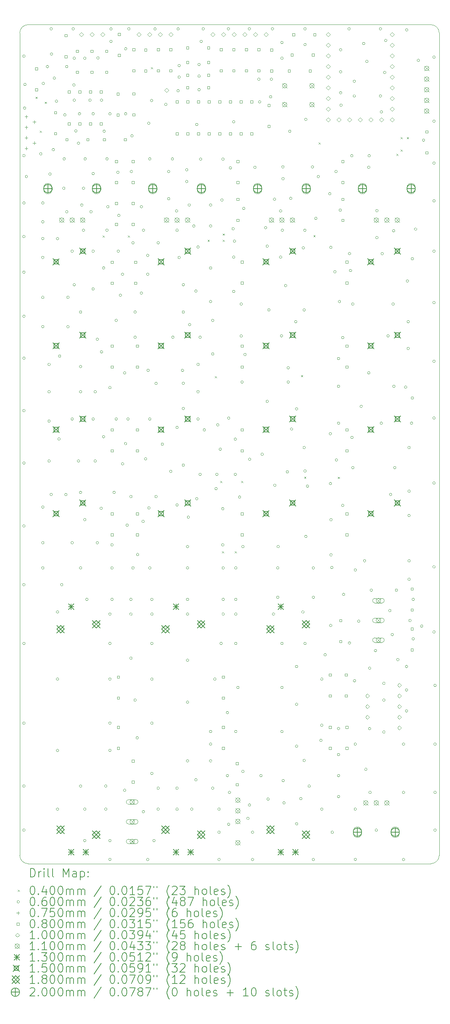
<source format=gbr>
%TF.GenerationSoftware,KiCad,Pcbnew,7.0.10*%
%TF.CreationDate,2024-11-07T19:02:35+09:00*%
%TF.ProjectId,Flight_Master,466c6967-6874-45f4-9d61-737465722e6b,rev?*%
%TF.SameCoordinates,Original*%
%TF.FileFunction,Drillmap*%
%TF.FilePolarity,Positive*%
%FSLAX45Y45*%
G04 Gerber Fmt 4.5, Leading zero omitted, Abs format (unit mm)*
G04 Created by KiCad (PCBNEW 7.0.10) date 2024-11-07 19:02:35*
%MOMM*%
%LPD*%
G01*
G04 APERTURE LIST*
%ADD10C,0.100000*%
%ADD11C,0.200000*%
%ADD12C,0.110000*%
%ADD13C,0.130000*%
%ADD14C,0.150000*%
%ADD15C,0.180000*%
G04 APERTURE END LIST*
D10*
X3900000Y21350000D02*
X13500000Y21350000D01*
X3900000Y21350000D02*
G75*
G03*
X3700000Y21150000I0J-200000D01*
G01*
X3700000Y1550000D02*
X3700000Y21150000D01*
X13700000Y21150000D02*
X13700000Y1550000D01*
X13500000Y1350000D02*
X3900000Y1350000D01*
X13500000Y1350000D02*
G75*
G03*
X13700000Y1550000I0J200000D01*
G01*
X13700000Y21150000D02*
G75*
G03*
X13500000Y21350000I-200000J0D01*
G01*
X3700000Y1550000D02*
G75*
G03*
X3900000Y1350000I200000J0D01*
G01*
D11*
D10*
X4080000Y19629559D02*
X4120000Y19589559D01*
X4120000Y19629559D02*
X4080000Y19589559D01*
X4180000Y18820000D02*
X4220000Y18780000D01*
X4220000Y18820000D02*
X4180000Y18780000D01*
X4300000Y19510000D02*
X4340000Y19470000D01*
X4340000Y19510000D02*
X4300000Y19470000D01*
X5680000Y16320000D02*
X5720000Y16280000D01*
X5720000Y16320000D02*
X5680000Y16280000D01*
X6280000Y16320000D02*
X6320000Y16280000D01*
X6320000Y16320000D02*
X6280000Y16280000D01*
X6827000Y20338000D02*
X6867000Y20298000D01*
X6867000Y20338000D02*
X6827000Y20298000D01*
X8180000Y16220000D02*
X8220000Y16180000D01*
X8220000Y16220000D02*
X8180000Y16180000D01*
X8355000Y12970000D02*
X8395000Y12930000D01*
X8395000Y12970000D02*
X8355000Y12930000D01*
X8480000Y10470000D02*
X8520000Y10430000D01*
X8520000Y10470000D02*
X8480000Y10430000D01*
X8520000Y8794998D02*
X8560000Y8754998D01*
X8560000Y8794998D02*
X8520000Y8754998D01*
X8540000Y16370000D02*
X8580000Y16330000D01*
X8580000Y16370000D02*
X8540000Y16330000D01*
X8540000Y16220000D02*
X8580000Y16180000D01*
X8580000Y16220000D02*
X8540000Y16180000D01*
X8830000Y8795000D02*
X8870000Y8755000D01*
X8870000Y8795000D02*
X8830000Y8755000D01*
X8980000Y10470000D02*
X9020000Y10430000D01*
X9020000Y10470000D02*
X8980000Y10430000D01*
X10405000Y12995000D02*
X10445000Y12955000D01*
X10445000Y12995000D02*
X10405000Y12955000D01*
X10483000Y10573640D02*
X10523000Y10533640D01*
X10523000Y10573640D02*
X10483000Y10533640D01*
X10701360Y16331360D02*
X10741360Y16291360D01*
X10741360Y16331360D02*
X10701360Y16291360D01*
X10827511Y18539559D02*
X10867511Y18499559D01*
X10867511Y18539559D02*
X10827511Y18499559D01*
X11280000Y10570000D02*
X11320000Y10530000D01*
X11320000Y10570000D02*
X11280000Y10530000D01*
X12680000Y18270000D02*
X12720000Y18230000D01*
X12720000Y18270000D02*
X12680000Y18230000D01*
X12780000Y18669559D02*
X12820000Y18629559D01*
X12820000Y18669559D02*
X12780000Y18629559D01*
X12780000Y18369559D02*
X12820000Y18329559D01*
X12820000Y18369559D02*
X12780000Y18329559D01*
X12929999Y18669559D02*
X12969999Y18629559D01*
X12969999Y18669559D02*
X12929999Y18629559D01*
X3830000Y20600000D02*
G75*
G03*
X3770000Y20600000I-30000J0D01*
G01*
X3770000Y20600000D02*
G75*
G03*
X3830000Y20600000I30000J0D01*
G01*
X3830000Y18230000D02*
G75*
G03*
X3770000Y18230000I-30000J0D01*
G01*
X3770000Y18230000D02*
G75*
G03*
X3830000Y18230000I30000J0D01*
G01*
X3830000Y17100000D02*
G75*
G03*
X3770000Y17100000I-30000J0D01*
G01*
X3770000Y17100000D02*
G75*
G03*
X3830000Y17100000I30000J0D01*
G01*
X3830000Y16300000D02*
G75*
G03*
X3770000Y16300000I-30000J0D01*
G01*
X3770000Y16300000D02*
G75*
G03*
X3830000Y16300000I30000J0D01*
G01*
X3830000Y15450000D02*
G75*
G03*
X3770000Y15450000I-30000J0D01*
G01*
X3770000Y15450000D02*
G75*
G03*
X3830000Y15450000I30000J0D01*
G01*
X3830000Y14400000D02*
G75*
G03*
X3770000Y14400000I-30000J0D01*
G01*
X3770000Y14400000D02*
G75*
G03*
X3830000Y14400000I30000J0D01*
G01*
X3830000Y13400000D02*
G75*
G03*
X3770000Y13400000I-30000J0D01*
G01*
X3770000Y13400000D02*
G75*
G03*
X3830000Y13400000I30000J0D01*
G01*
X3830000Y12150000D02*
G75*
G03*
X3770000Y12150000I-30000J0D01*
G01*
X3770000Y12150000D02*
G75*
G03*
X3830000Y12150000I30000J0D01*
G01*
X3830000Y10900000D02*
G75*
G03*
X3770000Y10900000I-30000J0D01*
G01*
X3770000Y10900000D02*
G75*
G03*
X3830000Y10900000I30000J0D01*
G01*
X3830000Y9400000D02*
G75*
G03*
X3770000Y9400000I-30000J0D01*
G01*
X3770000Y9400000D02*
G75*
G03*
X3830000Y9400000I30000J0D01*
G01*
X3830000Y8000000D02*
G75*
G03*
X3770000Y8000000I-30000J0D01*
G01*
X3770000Y8000000D02*
G75*
G03*
X3830000Y8000000I30000J0D01*
G01*
X3830000Y6600000D02*
G75*
G03*
X3770000Y6600000I-30000J0D01*
G01*
X3770000Y6600000D02*
G75*
G03*
X3830000Y6600000I30000J0D01*
G01*
X3830000Y4700000D02*
G75*
G03*
X3770000Y4700000I-30000J0D01*
G01*
X3770000Y4700000D02*
G75*
G03*
X3830000Y4700000I30000J0D01*
G01*
X3830000Y3200000D02*
G75*
G03*
X3770000Y3200000I-30000J0D01*
G01*
X3770000Y3200000D02*
G75*
G03*
X3830000Y3200000I30000J0D01*
G01*
X3830000Y2150000D02*
G75*
G03*
X3770000Y2150000I-30000J0D01*
G01*
X3770000Y2150000D02*
G75*
G03*
X3830000Y2150000I30000J0D01*
G01*
X3846000Y19360000D02*
G75*
G03*
X3786000Y19360000I-30000J0D01*
G01*
X3786000Y19360000D02*
G75*
G03*
X3846000Y19360000I30000J0D01*
G01*
X3855000Y19925000D02*
G75*
G03*
X3795000Y19925000I-30000J0D01*
G01*
X3795000Y19925000D02*
G75*
G03*
X3855000Y19925000I30000J0D01*
G01*
X3890000Y17730000D02*
G75*
G03*
X3830000Y17730000I-30000J0D01*
G01*
X3830000Y17730000D02*
G75*
G03*
X3890000Y17730000I30000J0D01*
G01*
X4230000Y18270000D02*
G75*
G03*
X4170000Y18270000I-30000J0D01*
G01*
X4170000Y18270000D02*
G75*
G03*
X4230000Y18270000I30000J0D01*
G01*
X4280000Y17100000D02*
G75*
G03*
X4220000Y17100000I-30000J0D01*
G01*
X4220000Y17100000D02*
G75*
G03*
X4280000Y17100000I30000J0D01*
G01*
X4280000Y16650000D02*
G75*
G03*
X4220000Y16650000I-30000J0D01*
G01*
X4220000Y16650000D02*
G75*
G03*
X4280000Y16650000I30000J0D01*
G01*
X4280000Y16250000D02*
G75*
G03*
X4220000Y16250000I-30000J0D01*
G01*
X4220000Y16250000D02*
G75*
G03*
X4280000Y16250000I30000J0D01*
G01*
X4280000Y15800000D02*
G75*
G03*
X4220000Y15800000I-30000J0D01*
G01*
X4220000Y15800000D02*
G75*
G03*
X4280000Y15800000I30000J0D01*
G01*
X4280000Y14850000D02*
G75*
G03*
X4220000Y14850000I-30000J0D01*
G01*
X4220000Y14850000D02*
G75*
G03*
X4280000Y14850000I30000J0D01*
G01*
X4280000Y14150000D02*
G75*
G03*
X4220000Y14150000I-30000J0D01*
G01*
X4220000Y14150000D02*
G75*
G03*
X4280000Y14150000I30000J0D01*
G01*
X4280000Y9850000D02*
G75*
G03*
X4220000Y9850000I-30000J0D01*
G01*
X4220000Y9850000D02*
G75*
G03*
X4280000Y9850000I30000J0D01*
G01*
X4280000Y9000000D02*
G75*
G03*
X4220000Y9000000I-30000J0D01*
G01*
X4220000Y9000000D02*
G75*
G03*
X4280000Y9000000I30000J0D01*
G01*
X4280000Y8400000D02*
G75*
G03*
X4220000Y8400000I-30000J0D01*
G01*
X4220000Y8400000D02*
G75*
G03*
X4280000Y8400000I30000J0D01*
G01*
X4290000Y19950000D02*
G75*
G03*
X4230000Y19950000I-30000J0D01*
G01*
X4230000Y19950000D02*
G75*
G03*
X4290000Y19950000I30000J0D01*
G01*
X4390000Y20350000D02*
G75*
G03*
X4330000Y20350000I-30000J0D01*
G01*
X4330000Y20350000D02*
G75*
G03*
X4390000Y20350000I30000J0D01*
G01*
X4430000Y13250000D02*
G75*
G03*
X4370000Y13250000I-30000J0D01*
G01*
X4370000Y13250000D02*
G75*
G03*
X4430000Y13250000I30000J0D01*
G01*
X4430000Y12600000D02*
G75*
G03*
X4370000Y12600000I-30000J0D01*
G01*
X4370000Y12600000D02*
G75*
G03*
X4430000Y12600000I30000J0D01*
G01*
X4430000Y11900000D02*
G75*
G03*
X4370000Y11900000I-30000J0D01*
G01*
X4370000Y11900000D02*
G75*
G03*
X4430000Y11900000I30000J0D01*
G01*
X4430000Y10950000D02*
G75*
G03*
X4370000Y10950000I-30000J0D01*
G01*
X4370000Y10950000D02*
G75*
G03*
X4430000Y10950000I30000J0D01*
G01*
X4450000Y17790000D02*
G75*
G03*
X4390000Y17790000I-30000J0D01*
G01*
X4390000Y17790000D02*
G75*
G03*
X4450000Y17790000I30000J0D01*
G01*
X4480000Y21250000D02*
G75*
G03*
X4420000Y21250000I-30000J0D01*
G01*
X4420000Y21250000D02*
G75*
G03*
X4480000Y21250000I30000J0D01*
G01*
X4480000Y10150000D02*
G75*
G03*
X4420000Y10150000I-30000J0D01*
G01*
X4420000Y10150000D02*
G75*
G03*
X4480000Y10150000I30000J0D01*
G01*
X4487000Y20650000D02*
G75*
G03*
X4427000Y20650000I-30000J0D01*
G01*
X4427000Y20650000D02*
G75*
G03*
X4487000Y20650000I30000J0D01*
G01*
X4530000Y18370000D02*
G75*
G03*
X4470000Y18370000I-30000J0D01*
G01*
X4470000Y18370000D02*
G75*
G03*
X4530000Y18370000I30000J0D01*
G01*
X4555000Y20075000D02*
G75*
G03*
X4495000Y20075000I-30000J0D01*
G01*
X4495000Y20075000D02*
G75*
G03*
X4555000Y20075000I30000J0D01*
G01*
X4605000Y19525000D02*
G75*
G03*
X4545000Y19525000I-30000J0D01*
G01*
X4545000Y19525000D02*
G75*
G03*
X4605000Y19525000I30000J0D01*
G01*
X4630000Y16250000D02*
G75*
G03*
X4570000Y16250000I-30000J0D01*
G01*
X4570000Y16250000D02*
G75*
G03*
X4630000Y16250000I30000J0D01*
G01*
X4630000Y7350000D02*
G75*
G03*
X4570000Y7350000I-30000J0D01*
G01*
X4570000Y7350000D02*
G75*
G03*
X4630000Y7350000I30000J0D01*
G01*
X4630000Y5750000D02*
G75*
G03*
X4570000Y5750000I-30000J0D01*
G01*
X4570000Y5750000D02*
G75*
G03*
X4630000Y5750000I30000J0D01*
G01*
X4630000Y4050000D02*
G75*
G03*
X4570000Y4050000I-30000J0D01*
G01*
X4570000Y4050000D02*
G75*
G03*
X4630000Y4050000I30000J0D01*
G01*
X4630000Y2650000D02*
G75*
G03*
X4570000Y2650000I-30000J0D01*
G01*
X4570000Y2650000D02*
G75*
G03*
X4630000Y2650000I30000J0D01*
G01*
X4667000Y11474000D02*
G75*
G03*
X4607000Y11474000I-30000J0D01*
G01*
X4607000Y11474000D02*
G75*
G03*
X4667000Y11474000I30000J0D01*
G01*
X4680000Y13450000D02*
G75*
G03*
X4620000Y13450000I-30000J0D01*
G01*
X4620000Y13450000D02*
G75*
G03*
X4680000Y13450000I30000J0D01*
G01*
X4730000Y8000000D02*
G75*
G03*
X4670000Y8000000I-30000J0D01*
G01*
X4670000Y8000000D02*
G75*
G03*
X4730000Y8000000I30000J0D01*
G01*
X4780000Y17450000D02*
G75*
G03*
X4720000Y17450000I-30000J0D01*
G01*
X4720000Y17450000D02*
G75*
G03*
X4780000Y17450000I30000J0D01*
G01*
X4790000Y18150000D02*
G75*
G03*
X4730000Y18150000I-30000J0D01*
G01*
X4730000Y18150000D02*
G75*
G03*
X4790000Y18150000I30000J0D01*
G01*
X4805000Y19200000D02*
G75*
G03*
X4745000Y19200000I-30000J0D01*
G01*
X4745000Y19200000D02*
G75*
G03*
X4805000Y19200000I30000J0D01*
G01*
X4830000Y10150000D02*
G75*
G03*
X4770000Y10150000I-30000J0D01*
G01*
X4770000Y10150000D02*
G75*
G03*
X4830000Y10150000I30000J0D01*
G01*
X4850000Y20350000D02*
G75*
G03*
X4790000Y20350000I-30000J0D01*
G01*
X4790000Y20350000D02*
G75*
G03*
X4850000Y20350000I30000J0D01*
G01*
X4850000Y16890000D02*
G75*
G03*
X4790000Y16890000I-30000J0D01*
G01*
X4790000Y16890000D02*
G75*
G03*
X4850000Y16890000I30000J0D01*
G01*
X4880000Y14850000D02*
G75*
G03*
X4820000Y14850000I-30000J0D01*
G01*
X4820000Y14850000D02*
G75*
G03*
X4880000Y14850000I30000J0D01*
G01*
X4880000Y14150000D02*
G75*
G03*
X4820000Y14150000I-30000J0D01*
G01*
X4820000Y14150000D02*
G75*
G03*
X4880000Y14150000I30000J0D01*
G01*
X4980000Y15950000D02*
G75*
G03*
X4920000Y15950000I-30000J0D01*
G01*
X4920000Y15950000D02*
G75*
G03*
X4980000Y15950000I30000J0D01*
G01*
X4980000Y11950000D02*
G75*
G03*
X4920000Y11950000I-30000J0D01*
G01*
X4920000Y11950000D02*
G75*
G03*
X4980000Y11950000I30000J0D01*
G01*
X4980000Y9000000D02*
G75*
G03*
X4920000Y9000000I-30000J0D01*
G01*
X4920000Y9000000D02*
G75*
G03*
X4980000Y9000000I30000J0D01*
G01*
X5005000Y21250000D02*
G75*
G03*
X4945000Y21250000I-30000J0D01*
G01*
X4945000Y21250000D02*
G75*
G03*
X5005000Y21250000I30000J0D01*
G01*
X5021000Y19913000D02*
G75*
G03*
X4961000Y19913000I-30000J0D01*
G01*
X4961000Y19913000D02*
G75*
G03*
X5021000Y19913000I30000J0D01*
G01*
X5030000Y20550000D02*
G75*
G03*
X4970000Y20550000I-30000J0D01*
G01*
X4970000Y20550000D02*
G75*
G03*
X5030000Y20550000I30000J0D01*
G01*
X5030000Y19550000D02*
G75*
G03*
X4970000Y19550000I-30000J0D01*
G01*
X4970000Y19550000D02*
G75*
G03*
X5030000Y19550000I30000J0D01*
G01*
X5030000Y15150000D02*
G75*
G03*
X4970000Y15150000I-30000J0D01*
G01*
X4970000Y15150000D02*
G75*
G03*
X5030000Y15150000I30000J0D01*
G01*
X5067000Y18817000D02*
G75*
G03*
X5007000Y18817000I-30000J0D01*
G01*
X5007000Y18817000D02*
G75*
G03*
X5067000Y18817000I30000J0D01*
G01*
X5130000Y18525000D02*
G75*
G03*
X5070000Y18525000I-30000J0D01*
G01*
X5070000Y18525000D02*
G75*
G03*
X5130000Y18525000I30000J0D01*
G01*
X5130000Y10950000D02*
G75*
G03*
X5070000Y10950000I-30000J0D01*
G01*
X5070000Y10950000D02*
G75*
G03*
X5130000Y10950000I30000J0D01*
G01*
X5155000Y19225000D02*
G75*
G03*
X5095000Y19225000I-30000J0D01*
G01*
X5095000Y19225000D02*
G75*
G03*
X5155000Y19225000I30000J0D01*
G01*
X5180000Y14500000D02*
G75*
G03*
X5120000Y14500000I-30000J0D01*
G01*
X5120000Y14500000D02*
G75*
G03*
X5180000Y14500000I30000J0D01*
G01*
X5180000Y13200000D02*
G75*
G03*
X5120000Y13200000I-30000J0D01*
G01*
X5120000Y13200000D02*
G75*
G03*
X5180000Y13200000I30000J0D01*
G01*
X5180000Y12600000D02*
G75*
G03*
X5120000Y12600000I-30000J0D01*
G01*
X5120000Y12600000D02*
G75*
G03*
X5180000Y12600000I30000J0D01*
G01*
X5180000Y10200000D02*
G75*
G03*
X5120000Y10200000I-30000J0D01*
G01*
X5120000Y10200000D02*
G75*
G03*
X5180000Y10200000I30000J0D01*
G01*
X5180000Y8400000D02*
G75*
G03*
X5120000Y8400000I-30000J0D01*
G01*
X5120000Y8400000D02*
G75*
G03*
X5180000Y8400000I30000J0D01*
G01*
X5180000Y3200000D02*
G75*
G03*
X5120000Y3200000I-30000J0D01*
G01*
X5120000Y3200000D02*
G75*
G03*
X5180000Y3200000I30000J0D01*
G01*
X5210000Y17050000D02*
G75*
G03*
X5150000Y17050000I-30000J0D01*
G01*
X5150000Y17050000D02*
G75*
G03*
X5210000Y17050000I30000J0D01*
G01*
X5250000Y17450000D02*
G75*
G03*
X5190000Y17450000I-30000J0D01*
G01*
X5190000Y17450000D02*
G75*
G03*
X5250000Y17450000I30000J0D01*
G01*
X5250000Y16450000D02*
G75*
G03*
X5190000Y16450000I-30000J0D01*
G01*
X5190000Y16450000D02*
G75*
G03*
X5250000Y16450000I30000J0D01*
G01*
X5280000Y20550000D02*
G75*
G03*
X5220000Y20550000I-30000J0D01*
G01*
X5220000Y20550000D02*
G75*
G03*
X5280000Y20550000I30000J0D01*
G01*
X5280000Y9550000D02*
G75*
G03*
X5220000Y9550000I-30000J0D01*
G01*
X5220000Y9550000D02*
G75*
G03*
X5280000Y9550000I30000J0D01*
G01*
X5280000Y2650000D02*
G75*
G03*
X5220000Y2650000I-30000J0D01*
G01*
X5220000Y2650000D02*
G75*
G03*
X5280000Y2650000I30000J0D01*
G01*
X5280000Y1900000D02*
G75*
G03*
X5220000Y1900000I-30000J0D01*
G01*
X5220000Y1900000D02*
G75*
G03*
X5280000Y1900000I30000J0D01*
G01*
X5290000Y18150000D02*
G75*
G03*
X5230000Y18150000I-30000J0D01*
G01*
X5230000Y18150000D02*
G75*
G03*
X5290000Y18150000I30000J0D01*
G01*
X5330000Y7650000D02*
G75*
G03*
X5270000Y7650000I-30000J0D01*
G01*
X5270000Y7650000D02*
G75*
G03*
X5330000Y7650000I30000J0D01*
G01*
X5405000Y19550000D02*
G75*
G03*
X5345000Y19550000I-30000J0D01*
G01*
X5345000Y19550000D02*
G75*
G03*
X5405000Y19550000I30000J0D01*
G01*
X5430000Y16890000D02*
G75*
G03*
X5370000Y16890000I-30000J0D01*
G01*
X5370000Y16890000D02*
G75*
G03*
X5430000Y16890000I30000J0D01*
G01*
X5480000Y19225000D02*
G75*
G03*
X5420000Y19225000I-30000J0D01*
G01*
X5420000Y19225000D02*
G75*
G03*
X5480000Y19225000I30000J0D01*
G01*
X5480000Y17800000D02*
G75*
G03*
X5420000Y17800000I-30000J0D01*
G01*
X5420000Y17800000D02*
G75*
G03*
X5480000Y17800000I30000J0D01*
G01*
X5480000Y15950000D02*
G75*
G03*
X5420000Y15950000I-30000J0D01*
G01*
X5420000Y15950000D02*
G75*
G03*
X5480000Y15950000I30000J0D01*
G01*
X5480000Y15050000D02*
G75*
G03*
X5420000Y15050000I-30000J0D01*
G01*
X5420000Y15050000D02*
G75*
G03*
X5480000Y15050000I30000J0D01*
G01*
X5480000Y11950000D02*
G75*
G03*
X5420000Y11950000I-30000J0D01*
G01*
X5420000Y11950000D02*
G75*
G03*
X5480000Y11950000I30000J0D01*
G01*
X5530000Y12600000D02*
G75*
G03*
X5470000Y12600000I-30000J0D01*
G01*
X5470000Y12600000D02*
G75*
G03*
X5530000Y12600000I30000J0D01*
G01*
X5530000Y10950000D02*
G75*
G03*
X5470000Y10950000I-30000J0D01*
G01*
X5470000Y10950000D02*
G75*
G03*
X5530000Y10950000I30000J0D01*
G01*
X5580000Y13850000D02*
G75*
G03*
X5520000Y13850000I-30000J0D01*
G01*
X5520000Y13850000D02*
G75*
G03*
X5580000Y13850000I30000J0D01*
G01*
X5580000Y9000000D02*
G75*
G03*
X5520000Y9000000I-30000J0D01*
G01*
X5520000Y9000000D02*
G75*
G03*
X5580000Y9000000I30000J0D01*
G01*
X5594000Y20556000D02*
G75*
G03*
X5534000Y20556000I-30000J0D01*
G01*
X5534000Y20556000D02*
G75*
G03*
X5594000Y20556000I30000J0D01*
G01*
X5670000Y9820000D02*
G75*
G03*
X5610000Y9820000I-30000J0D01*
G01*
X5610000Y9820000D02*
G75*
G03*
X5670000Y9820000I30000J0D01*
G01*
X5680000Y19550000D02*
G75*
G03*
X5620000Y19550000I-30000J0D01*
G01*
X5620000Y19550000D02*
G75*
G03*
X5680000Y19550000I30000J0D01*
G01*
X5680000Y13550000D02*
G75*
G03*
X5620000Y13550000I-30000J0D01*
G01*
X5620000Y13550000D02*
G75*
G03*
X5680000Y13550000I30000J0D01*
G01*
X5728000Y11527000D02*
G75*
G03*
X5668000Y11527000I-30000J0D01*
G01*
X5668000Y11527000D02*
G75*
G03*
X5728000Y11527000I30000J0D01*
G01*
X5730000Y15550000D02*
G75*
G03*
X5670000Y15550000I-30000J0D01*
G01*
X5670000Y15550000D02*
G75*
G03*
X5730000Y15550000I30000J0D01*
G01*
X5742000Y18810000D02*
G75*
G03*
X5682000Y18810000I-30000J0D01*
G01*
X5682000Y18810000D02*
G75*
G03*
X5742000Y18810000I30000J0D01*
G01*
X5780000Y3200000D02*
G75*
G03*
X5720000Y3200000I-30000J0D01*
G01*
X5720000Y3200000D02*
G75*
G03*
X5780000Y3200000I30000J0D01*
G01*
X5780000Y2650000D02*
G75*
G03*
X5720000Y2650000I-30000J0D01*
G01*
X5720000Y2650000D02*
G75*
G03*
X5780000Y2650000I30000J0D01*
G01*
X5810000Y18150000D02*
G75*
G03*
X5750000Y18150000I-30000J0D01*
G01*
X5750000Y18150000D02*
G75*
G03*
X5810000Y18150000I30000J0D01*
G01*
X5810000Y16450000D02*
G75*
G03*
X5750000Y16450000I-30000J0D01*
G01*
X5750000Y16450000D02*
G75*
G03*
X5810000Y16450000I30000J0D01*
G01*
X5830000Y17010000D02*
G75*
G03*
X5770000Y17010000I-30000J0D01*
G01*
X5770000Y17010000D02*
G75*
G03*
X5830000Y17010000I30000J0D01*
G01*
X5880000Y19225000D02*
G75*
G03*
X5820000Y19225000I-30000J0D01*
G01*
X5820000Y19225000D02*
G75*
G03*
X5880000Y19225000I30000J0D01*
G01*
X5880000Y12700000D02*
G75*
G03*
X5820000Y12700000I-30000J0D01*
G01*
X5820000Y12700000D02*
G75*
G03*
X5880000Y12700000I30000J0D01*
G01*
X5880000Y7300000D02*
G75*
G03*
X5820000Y7300000I-30000J0D01*
G01*
X5820000Y7300000D02*
G75*
G03*
X5880000Y7300000I30000J0D01*
G01*
X5880000Y6600000D02*
G75*
G03*
X5820000Y6600000I-30000J0D01*
G01*
X5820000Y6600000D02*
G75*
G03*
X5880000Y6600000I30000J0D01*
G01*
X5880000Y5750000D02*
G75*
G03*
X5820000Y5750000I-30000J0D01*
G01*
X5820000Y5750000D02*
G75*
G03*
X5880000Y5750000I30000J0D01*
G01*
X5880000Y4700000D02*
G75*
G03*
X5820000Y4700000I-30000J0D01*
G01*
X5820000Y4700000D02*
G75*
G03*
X5880000Y4700000I30000J0D01*
G01*
X5880000Y4050000D02*
G75*
G03*
X5820000Y4050000I-30000J0D01*
G01*
X5820000Y4050000D02*
G75*
G03*
X5880000Y4050000I30000J0D01*
G01*
X5880000Y1900000D02*
G75*
G03*
X5820000Y1900000I-30000J0D01*
G01*
X5820000Y1900000D02*
G75*
G03*
X5880000Y1900000I30000J0D01*
G01*
X5880000Y1450000D02*
G75*
G03*
X5820000Y1450000I-30000J0D01*
G01*
X5820000Y1450000D02*
G75*
G03*
X5880000Y1450000I30000J0D01*
G01*
X5905000Y21250000D02*
G75*
G03*
X5845000Y21250000I-30000J0D01*
G01*
X5845000Y21250000D02*
G75*
G03*
X5905000Y21250000I30000J0D01*
G01*
X5905000Y20950000D02*
G75*
G03*
X5845000Y20950000I-30000J0D01*
G01*
X5845000Y20950000D02*
G75*
G03*
X5905000Y20950000I30000J0D01*
G01*
X5930000Y8950000D02*
G75*
G03*
X5870000Y8950000I-30000J0D01*
G01*
X5870000Y8950000D02*
G75*
G03*
X5930000Y8950000I30000J0D01*
G01*
X5930000Y8400000D02*
G75*
G03*
X5870000Y8400000I-30000J0D01*
G01*
X5870000Y8400000D02*
G75*
G03*
X5930000Y8400000I30000J0D01*
G01*
X5930000Y7650000D02*
G75*
G03*
X5870000Y7650000I-30000J0D01*
G01*
X5870000Y7650000D02*
G75*
G03*
X5930000Y7650000I30000J0D01*
G01*
X5980000Y10200000D02*
G75*
G03*
X5920000Y10200000I-30000J0D01*
G01*
X5920000Y10200000D02*
G75*
G03*
X5980000Y10200000I30000J0D01*
G01*
X6030000Y14300000D02*
G75*
G03*
X5970000Y14300000I-30000J0D01*
G01*
X5970000Y14300000D02*
G75*
G03*
X6030000Y14300000I30000J0D01*
G01*
X6030000Y11950000D02*
G75*
G03*
X5970000Y11950000I-30000J0D01*
G01*
X5970000Y11950000D02*
G75*
G03*
X6030000Y11950000I30000J0D01*
G01*
X6070000Y17830000D02*
G75*
G03*
X6010000Y17830000I-30000J0D01*
G01*
X6010000Y17830000D02*
G75*
G03*
X6070000Y17830000I30000J0D01*
G01*
X6080000Y15950000D02*
G75*
G03*
X6020000Y15950000I-30000J0D01*
G01*
X6020000Y15950000D02*
G75*
G03*
X6080000Y15950000I30000J0D01*
G01*
X6093000Y16803000D02*
G75*
G03*
X6033000Y16803000I-30000J0D01*
G01*
X6033000Y16803000D02*
G75*
G03*
X6093000Y16803000I30000J0D01*
G01*
X6130000Y14900000D02*
G75*
G03*
X6070000Y14900000I-30000J0D01*
G01*
X6070000Y14900000D02*
G75*
G03*
X6130000Y14900000I30000J0D01*
G01*
X6180000Y15400000D02*
G75*
G03*
X6120000Y15400000I-30000J0D01*
G01*
X6120000Y15400000D02*
G75*
G03*
X6180000Y15400000I30000J0D01*
G01*
X6183000Y10881000D02*
G75*
G03*
X6123000Y10881000I-30000J0D01*
G01*
X6123000Y10881000D02*
G75*
G03*
X6183000Y10881000I30000J0D01*
G01*
X6230000Y13050000D02*
G75*
G03*
X6170000Y13050000I-30000J0D01*
G01*
X6170000Y13050000D02*
G75*
G03*
X6230000Y13050000I30000J0D01*
G01*
X6230000Y3100000D02*
G75*
G03*
X6170000Y3100000I-30000J0D01*
G01*
X6170000Y3100000D02*
G75*
G03*
X6230000Y3100000I30000J0D01*
G01*
X6253000Y11364000D02*
G75*
G03*
X6193000Y11364000I-30000J0D01*
G01*
X6193000Y11364000D02*
G75*
G03*
X6253000Y11364000I30000J0D01*
G01*
X6255000Y20775000D02*
G75*
G03*
X6195000Y20775000I-30000J0D01*
G01*
X6195000Y20775000D02*
G75*
G03*
X6255000Y20775000I30000J0D01*
G01*
X6255000Y19225000D02*
G75*
G03*
X6195000Y19225000I-30000J0D01*
G01*
X6195000Y19225000D02*
G75*
G03*
X6255000Y19225000I30000J0D01*
G01*
X6290000Y9420000D02*
G75*
G03*
X6230000Y9420000I-30000J0D01*
G01*
X6230000Y9420000D02*
G75*
G03*
X6290000Y9420000I30000J0D01*
G01*
X6311000Y11949000D02*
G75*
G03*
X6251000Y11949000I-30000J0D01*
G01*
X6251000Y11949000D02*
G75*
G03*
X6311000Y11949000I30000J0D01*
G01*
X6330000Y21250000D02*
G75*
G03*
X6270000Y21250000I-30000J0D01*
G01*
X6270000Y21250000D02*
G75*
G03*
X6330000Y21250000I30000J0D01*
G01*
X6380000Y10100000D02*
G75*
G03*
X6320000Y10100000I-30000J0D01*
G01*
X6320000Y10100000D02*
G75*
G03*
X6380000Y10100000I30000J0D01*
G01*
X6380000Y7650000D02*
G75*
G03*
X6320000Y7650000I-30000J0D01*
G01*
X6320000Y7650000D02*
G75*
G03*
X6380000Y7650000I30000J0D01*
G01*
X6380000Y7300000D02*
G75*
G03*
X6320000Y7300000I-30000J0D01*
G01*
X6320000Y7300000D02*
G75*
G03*
X6380000Y7300000I30000J0D01*
G01*
X6380000Y6250000D02*
G75*
G03*
X6320000Y6250000I-30000J0D01*
G01*
X6320000Y6250000D02*
G75*
G03*
X6380000Y6250000I30000J0D01*
G01*
X6390000Y17850000D02*
G75*
G03*
X6330000Y17850000I-30000J0D01*
G01*
X6330000Y17850000D02*
G75*
G03*
X6390000Y17850000I30000J0D01*
G01*
X6405000Y18700000D02*
G75*
G03*
X6345000Y18700000I-30000J0D01*
G01*
X6345000Y18700000D02*
G75*
G03*
X6405000Y18700000I30000J0D01*
G01*
X6430000Y16150000D02*
G75*
G03*
X6370000Y16150000I-30000J0D01*
G01*
X6370000Y16150000D02*
G75*
G03*
X6430000Y16150000I30000J0D01*
G01*
X6430000Y8400000D02*
G75*
G03*
X6370000Y8400000I-30000J0D01*
G01*
X6370000Y8400000D02*
G75*
G03*
X6430000Y8400000I30000J0D01*
G01*
X6480000Y14500000D02*
G75*
G03*
X6420000Y14500000I-30000J0D01*
G01*
X6420000Y14500000D02*
G75*
G03*
X6480000Y14500000I30000J0D01*
G01*
X6480000Y13900000D02*
G75*
G03*
X6420000Y13900000I-30000J0D01*
G01*
X6420000Y13900000D02*
G75*
G03*
X6480000Y13900000I30000J0D01*
G01*
X6480000Y5250000D02*
G75*
G03*
X6420000Y5250000I-30000J0D01*
G01*
X6420000Y5250000D02*
G75*
G03*
X6480000Y5250000I30000J0D01*
G01*
X6530000Y4350000D02*
G75*
G03*
X6470000Y4350000I-30000J0D01*
G01*
X6470000Y4350000D02*
G75*
G03*
X6530000Y4350000I30000J0D01*
G01*
X6540000Y8720000D02*
G75*
G03*
X6480000Y8720000I-30000J0D01*
G01*
X6480000Y8720000D02*
G75*
G03*
X6540000Y8720000I30000J0D01*
G01*
X6630000Y17010000D02*
G75*
G03*
X6570000Y17010000I-30000J0D01*
G01*
X6570000Y17010000D02*
G75*
G03*
X6630000Y17010000I30000J0D01*
G01*
X6630000Y14950000D02*
G75*
G03*
X6570000Y14950000I-30000J0D01*
G01*
X6570000Y14950000D02*
G75*
G03*
X6630000Y14950000I30000J0D01*
G01*
X6670000Y9510000D02*
G75*
G03*
X6610000Y9510000I-30000J0D01*
G01*
X6610000Y9510000D02*
G75*
G03*
X6670000Y9510000I30000J0D01*
G01*
X6678000Y2588000D02*
G75*
G03*
X6618000Y2588000I-30000J0D01*
G01*
X6618000Y2588000D02*
G75*
G03*
X6678000Y2588000I30000J0D01*
G01*
X6680000Y16450000D02*
G75*
G03*
X6620000Y16450000I-30000J0D01*
G01*
X6620000Y16450000D02*
G75*
G03*
X6680000Y16450000I30000J0D01*
G01*
X6730000Y11000000D02*
G75*
G03*
X6670000Y11000000I-30000J0D01*
G01*
X6670000Y11000000D02*
G75*
G03*
X6730000Y11000000I30000J0D01*
G01*
X6780000Y15850000D02*
G75*
G03*
X6720000Y15850000I-30000J0D01*
G01*
X6720000Y15850000D02*
G75*
G03*
X6780000Y15850000I30000J0D01*
G01*
X6780000Y15400000D02*
G75*
G03*
X6720000Y15400000I-30000J0D01*
G01*
X6720000Y15400000D02*
G75*
G03*
X6780000Y15400000I30000J0D01*
G01*
X6780000Y1450000D02*
G75*
G03*
X6720000Y1450000I-30000J0D01*
G01*
X6720000Y1450000D02*
G75*
G03*
X6780000Y1450000I30000J0D01*
G01*
X6790000Y13110000D02*
G75*
G03*
X6730000Y13110000I-30000J0D01*
G01*
X6730000Y13110000D02*
G75*
G03*
X6790000Y13110000I30000J0D01*
G01*
X6805000Y19000000D02*
G75*
G03*
X6745000Y19000000I-30000J0D01*
G01*
X6745000Y19000000D02*
G75*
G03*
X6805000Y19000000I30000J0D01*
G01*
X6810000Y9830000D02*
G75*
G03*
X6750000Y9830000I-30000J0D01*
G01*
X6750000Y9830000D02*
G75*
G03*
X6810000Y9830000I30000J0D01*
G01*
X6830000Y18150000D02*
G75*
G03*
X6770000Y18150000I-30000J0D01*
G01*
X6770000Y18150000D02*
G75*
G03*
X6830000Y18150000I30000J0D01*
G01*
X6830000Y11950000D02*
G75*
G03*
X6770000Y11950000I-30000J0D01*
G01*
X6770000Y11950000D02*
G75*
G03*
X6830000Y11950000I30000J0D01*
G01*
X6830000Y8400000D02*
G75*
G03*
X6770000Y8400000I-30000J0D01*
G01*
X6770000Y8400000D02*
G75*
G03*
X6830000Y8400000I30000J0D01*
G01*
X6873000Y19541000D02*
G75*
G03*
X6813000Y19541000I-30000J0D01*
G01*
X6813000Y19541000D02*
G75*
G03*
X6873000Y19541000I30000J0D01*
G01*
X6880000Y7650000D02*
G75*
G03*
X6820000Y7650000I-30000J0D01*
G01*
X6820000Y7650000D02*
G75*
G03*
X6880000Y7650000I30000J0D01*
G01*
X6880000Y7300000D02*
G75*
G03*
X6820000Y7300000I-30000J0D01*
G01*
X6820000Y7300000D02*
G75*
G03*
X6880000Y7300000I30000J0D01*
G01*
X6880000Y6600000D02*
G75*
G03*
X6820000Y6600000I-30000J0D01*
G01*
X6820000Y6600000D02*
G75*
G03*
X6880000Y6600000I30000J0D01*
G01*
X6880000Y5750000D02*
G75*
G03*
X6820000Y5750000I-30000J0D01*
G01*
X6820000Y5750000D02*
G75*
G03*
X6880000Y5750000I30000J0D01*
G01*
X6880000Y4700000D02*
G75*
G03*
X6820000Y4700000I-30000J0D01*
G01*
X6820000Y4700000D02*
G75*
G03*
X6880000Y4700000I30000J0D01*
G01*
X6880000Y3500000D02*
G75*
G03*
X6820000Y3500000I-30000J0D01*
G01*
X6820000Y3500000D02*
G75*
G03*
X6880000Y3500000I30000J0D01*
G01*
X6930000Y1900000D02*
G75*
G03*
X6870000Y1900000I-30000J0D01*
G01*
X6870000Y1900000D02*
G75*
G03*
X6930000Y1900000I30000J0D01*
G01*
X6955000Y21250000D02*
G75*
G03*
X6895000Y21250000I-30000J0D01*
G01*
X6895000Y21250000D02*
G75*
G03*
X6955000Y21250000I30000J0D01*
G01*
X6980000Y12800000D02*
G75*
G03*
X6920000Y12800000I-30000J0D01*
G01*
X6920000Y12800000D02*
G75*
G03*
X6980000Y12800000I30000J0D01*
G01*
X6980000Y10100000D02*
G75*
G03*
X6920000Y10100000I-30000J0D01*
G01*
X6920000Y10100000D02*
G75*
G03*
X6980000Y10100000I30000J0D01*
G01*
X7030000Y16150000D02*
G75*
G03*
X6970000Y16150000I-30000J0D01*
G01*
X6970000Y16150000D02*
G75*
G03*
X7030000Y16150000I30000J0D01*
G01*
X7030000Y3150000D02*
G75*
G03*
X6970000Y3150000I-30000J0D01*
G01*
X6970000Y3150000D02*
G75*
G03*
X7030000Y3150000I30000J0D01*
G01*
X7030000Y2650000D02*
G75*
G03*
X6970000Y2650000I-30000J0D01*
G01*
X6970000Y2650000D02*
G75*
G03*
X7030000Y2650000I30000J0D01*
G01*
X7130000Y11350000D02*
G75*
G03*
X7070000Y11350000I-30000J0D01*
G01*
X7070000Y11350000D02*
G75*
G03*
X7130000Y11350000I30000J0D01*
G01*
X7212000Y19449000D02*
G75*
G03*
X7152000Y19449000I-30000J0D01*
G01*
X7152000Y19449000D02*
G75*
G03*
X7212000Y19449000I30000J0D01*
G01*
X7280000Y17850000D02*
G75*
G03*
X7220000Y17850000I-30000J0D01*
G01*
X7220000Y17850000D02*
G75*
G03*
X7280000Y17850000I30000J0D01*
G01*
X7280000Y17200000D02*
G75*
G03*
X7220000Y17200000I-30000J0D01*
G01*
X7220000Y17200000D02*
G75*
G03*
X7280000Y17200000I30000J0D01*
G01*
X7330000Y10700000D02*
G75*
G03*
X7270000Y10700000I-30000J0D01*
G01*
X7270000Y10700000D02*
G75*
G03*
X7330000Y10700000I30000J0D01*
G01*
X7370000Y18150000D02*
G75*
G03*
X7310000Y18150000I-30000J0D01*
G01*
X7310000Y18150000D02*
G75*
G03*
X7370000Y18150000I30000J0D01*
G01*
X7380000Y13900000D02*
G75*
G03*
X7320000Y13900000I-30000J0D01*
G01*
X7320000Y13900000D02*
G75*
G03*
X7380000Y13900000I30000J0D01*
G01*
X7470000Y16910000D02*
G75*
G03*
X7410000Y16910000I-30000J0D01*
G01*
X7410000Y16910000D02*
G75*
G03*
X7470000Y16910000I30000J0D01*
G01*
X7480000Y16450000D02*
G75*
G03*
X7420000Y16450000I-30000J0D01*
G01*
X7420000Y16450000D02*
G75*
G03*
X7480000Y16450000I30000J0D01*
G01*
X7480000Y11750000D02*
G75*
G03*
X7420000Y11750000I-30000J0D01*
G01*
X7420000Y11750000D02*
G75*
G03*
X7480000Y11750000I30000J0D01*
G01*
X7480000Y9900000D02*
G75*
G03*
X7420000Y9900000I-30000J0D01*
G01*
X7420000Y9900000D02*
G75*
G03*
X7480000Y9900000I30000J0D01*
G01*
X7480000Y3150000D02*
G75*
G03*
X7420000Y3150000I-30000J0D01*
G01*
X7420000Y3150000D02*
G75*
G03*
X7480000Y3150000I30000J0D01*
G01*
X7480000Y2650000D02*
G75*
G03*
X7420000Y2650000I-30000J0D01*
G01*
X7420000Y2650000D02*
G75*
G03*
X7480000Y2650000I30000J0D01*
G01*
X7505000Y21250000D02*
G75*
G03*
X7445000Y21250000I-30000J0D01*
G01*
X7445000Y21250000D02*
G75*
G03*
X7505000Y21250000I30000J0D01*
G01*
X7505000Y19775000D02*
G75*
G03*
X7445000Y19775000I-30000J0D01*
G01*
X7445000Y19775000D02*
G75*
G03*
X7505000Y19775000I30000J0D01*
G01*
X7530000Y20375000D02*
G75*
G03*
X7470000Y20375000I-30000J0D01*
G01*
X7470000Y20375000D02*
G75*
G03*
X7530000Y20375000I30000J0D01*
G01*
X7530000Y20100000D02*
G75*
G03*
X7470000Y20100000I-30000J0D01*
G01*
X7470000Y20100000D02*
G75*
G03*
X7530000Y20100000I30000J0D01*
G01*
X7530000Y15800000D02*
G75*
G03*
X7470000Y15800000I-30000J0D01*
G01*
X7470000Y15800000D02*
G75*
G03*
X7530000Y15800000I30000J0D01*
G01*
X7610000Y13110000D02*
G75*
G03*
X7550000Y13110000I-30000J0D01*
G01*
X7550000Y13110000D02*
G75*
G03*
X7610000Y13110000I30000J0D01*
G01*
X7630000Y15150000D02*
G75*
G03*
X7570000Y15150000I-30000J0D01*
G01*
X7570000Y15150000D02*
G75*
G03*
X7630000Y15150000I30000J0D01*
G01*
X7630000Y14500000D02*
G75*
G03*
X7570000Y14500000I-30000J0D01*
G01*
X7570000Y14500000D02*
G75*
G03*
X7630000Y14500000I30000J0D01*
G01*
X7630000Y12800000D02*
G75*
G03*
X7570000Y12800000I-30000J0D01*
G01*
X7570000Y12800000D02*
G75*
G03*
X7630000Y12800000I30000J0D01*
G01*
X7630000Y12200000D02*
G75*
G03*
X7570000Y12200000I-30000J0D01*
G01*
X7570000Y12200000D02*
G75*
G03*
X7630000Y12200000I30000J0D01*
G01*
X7630000Y10850000D02*
G75*
G03*
X7570000Y10850000I-30000J0D01*
G01*
X7570000Y10850000D02*
G75*
G03*
X7630000Y10850000I30000J0D01*
G01*
X7710000Y17890000D02*
G75*
G03*
X7650000Y17890000I-30000J0D01*
G01*
X7650000Y17890000D02*
G75*
G03*
X7710000Y17890000I30000J0D01*
G01*
X7710000Y17610000D02*
G75*
G03*
X7650000Y17610000I-30000J0D01*
G01*
X7650000Y17610000D02*
G75*
G03*
X7710000Y17610000I30000J0D01*
G01*
X7730000Y8910000D02*
G75*
G03*
X7670000Y8910000I-30000J0D01*
G01*
X7670000Y8910000D02*
G75*
G03*
X7730000Y8910000I30000J0D01*
G01*
X7730000Y8400000D02*
G75*
G03*
X7670000Y8400000I-30000J0D01*
G01*
X7670000Y8400000D02*
G75*
G03*
X7730000Y8400000I30000J0D01*
G01*
X7730000Y7650000D02*
G75*
G03*
X7670000Y7650000I-30000J0D01*
G01*
X7670000Y7650000D02*
G75*
G03*
X7730000Y7650000I30000J0D01*
G01*
X7730000Y7300000D02*
G75*
G03*
X7670000Y7300000I-30000J0D01*
G01*
X7670000Y7300000D02*
G75*
G03*
X7730000Y7300000I30000J0D01*
G01*
X7730000Y6200000D02*
G75*
G03*
X7670000Y6200000I-30000J0D01*
G01*
X7670000Y6200000D02*
G75*
G03*
X7730000Y6200000I30000J0D01*
G01*
X7730000Y5200000D02*
G75*
G03*
X7670000Y5200000I-30000J0D01*
G01*
X7670000Y5200000D02*
G75*
G03*
X7730000Y5200000I30000J0D01*
G01*
X7730000Y3800000D02*
G75*
G03*
X7670000Y3800000I-30000J0D01*
G01*
X7670000Y3800000D02*
G75*
G03*
X7730000Y3800000I30000J0D01*
G01*
X7750000Y9610000D02*
G75*
G03*
X7690000Y9610000I-30000J0D01*
G01*
X7690000Y9610000D02*
G75*
G03*
X7750000Y9610000I30000J0D01*
G01*
X7770000Y17050000D02*
G75*
G03*
X7710000Y17050000I-30000J0D01*
G01*
X7710000Y17050000D02*
G75*
G03*
X7770000Y17050000I30000J0D01*
G01*
X7780000Y14200000D02*
G75*
G03*
X7720000Y14200000I-30000J0D01*
G01*
X7720000Y14200000D02*
G75*
G03*
X7780000Y14200000I30000J0D01*
G01*
X7830000Y2650000D02*
G75*
G03*
X7770000Y2650000I-30000J0D01*
G01*
X7770000Y2650000D02*
G75*
G03*
X7830000Y2650000I30000J0D01*
G01*
X7880000Y16550000D02*
G75*
G03*
X7820000Y16550000I-30000J0D01*
G01*
X7820000Y16550000D02*
G75*
G03*
X7880000Y16550000I30000J0D01*
G01*
X7930000Y15000000D02*
G75*
G03*
X7870000Y15000000I-30000J0D01*
G01*
X7870000Y15000000D02*
G75*
G03*
X7930000Y15000000I30000J0D01*
G01*
X7930000Y3350000D02*
G75*
G03*
X7870000Y3350000I-30000J0D01*
G01*
X7870000Y3350000D02*
G75*
G03*
X7930000Y3350000I30000J0D01*
G01*
X7950000Y18970000D02*
G75*
G03*
X7890000Y18970000I-30000J0D01*
G01*
X7890000Y18970000D02*
G75*
G03*
X7950000Y18970000I30000J0D01*
G01*
X7950000Y10050000D02*
G75*
G03*
X7890000Y10050000I-30000J0D01*
G01*
X7890000Y10050000D02*
G75*
G03*
X7950000Y10050000I30000J0D01*
G01*
X7980000Y16050000D02*
G75*
G03*
X7920000Y16050000I-30000J0D01*
G01*
X7920000Y16050000D02*
G75*
G03*
X7980000Y16050000I30000J0D01*
G01*
X7980000Y13250000D02*
G75*
G03*
X7920000Y13250000I-30000J0D01*
G01*
X7920000Y13250000D02*
G75*
G03*
X7980000Y13250000I30000J0D01*
G01*
X7980000Y12600000D02*
G75*
G03*
X7920000Y12600000I-30000J0D01*
G01*
X7920000Y12600000D02*
G75*
G03*
X7980000Y12600000I30000J0D01*
G01*
X7980000Y11950000D02*
G75*
G03*
X7920000Y11950000I-30000J0D01*
G01*
X7920000Y11950000D02*
G75*
G03*
X7980000Y11950000I30000J0D01*
G01*
X8005000Y20400000D02*
G75*
G03*
X7945000Y20400000I-30000J0D01*
G01*
X7945000Y20400000D02*
G75*
G03*
X8005000Y20400000I30000J0D01*
G01*
X8005000Y20125000D02*
G75*
G03*
X7945000Y20125000I-30000J0D01*
G01*
X7945000Y20125000D02*
G75*
G03*
X8005000Y20125000I30000J0D01*
G01*
X8005000Y19800000D02*
G75*
G03*
X7945000Y19800000I-30000J0D01*
G01*
X7945000Y19800000D02*
G75*
G03*
X8005000Y19800000I30000J0D01*
G01*
X8030000Y13900000D02*
G75*
G03*
X7970000Y13900000I-30000J0D01*
G01*
X7970000Y13900000D02*
G75*
G03*
X8030000Y13900000I30000J0D01*
G01*
X8030000Y10630000D02*
G75*
G03*
X7970000Y10630000I-30000J0D01*
G01*
X7970000Y10630000D02*
G75*
G03*
X8030000Y10630000I30000J0D01*
G01*
X8041000Y18144000D02*
G75*
G03*
X7981000Y18144000I-30000J0D01*
G01*
X7981000Y18144000D02*
G75*
G03*
X8041000Y18144000I30000J0D01*
G01*
X8055000Y20950000D02*
G75*
G03*
X7995000Y20950000I-30000J0D01*
G01*
X7995000Y20950000D02*
G75*
G03*
X8055000Y20950000I30000J0D01*
G01*
X8105000Y21250000D02*
G75*
G03*
X8045000Y21250000I-30000J0D01*
G01*
X8045000Y21250000D02*
G75*
G03*
X8105000Y21250000I30000J0D01*
G01*
X8130000Y11690000D02*
G75*
G03*
X8070000Y11690000I-30000J0D01*
G01*
X8070000Y11690000D02*
G75*
G03*
X8130000Y11690000I30000J0D01*
G01*
X8280000Y17050000D02*
G75*
G03*
X8220000Y17050000I-30000J0D01*
G01*
X8220000Y17050000D02*
G75*
G03*
X8280000Y17050000I30000J0D01*
G01*
X8280000Y16550000D02*
G75*
G03*
X8220000Y16550000I-30000J0D01*
G01*
X8220000Y16550000D02*
G75*
G03*
X8280000Y16550000I30000J0D01*
G01*
X8280000Y15550000D02*
G75*
G03*
X8220000Y15550000I-30000J0D01*
G01*
X8220000Y15550000D02*
G75*
G03*
X8280000Y15550000I30000J0D01*
G01*
X8280000Y14750000D02*
G75*
G03*
X8220000Y14750000I-30000J0D01*
G01*
X8220000Y14750000D02*
G75*
G03*
X8280000Y14750000I30000J0D01*
G01*
X8280000Y4500000D02*
G75*
G03*
X8220000Y4500000I-30000J0D01*
G01*
X8220000Y4500000D02*
G75*
G03*
X8280000Y4500000I30000J0D01*
G01*
X8280000Y4200000D02*
G75*
G03*
X8220000Y4200000I-30000J0D01*
G01*
X8220000Y4200000D02*
G75*
G03*
X8280000Y4200000I30000J0D01*
G01*
X8280000Y3800000D02*
G75*
G03*
X8220000Y3800000I-30000J0D01*
G01*
X8220000Y3800000D02*
G75*
G03*
X8280000Y3800000I30000J0D01*
G01*
X8330000Y14300000D02*
G75*
G03*
X8270000Y14300000I-30000J0D01*
G01*
X8270000Y14300000D02*
G75*
G03*
X8330000Y14300000I30000J0D01*
G01*
X8330000Y13500000D02*
G75*
G03*
X8270000Y13500000I-30000J0D01*
G01*
X8270000Y13500000D02*
G75*
G03*
X8330000Y13500000I30000J0D01*
G01*
X8330000Y3150000D02*
G75*
G03*
X8270000Y3150000I-30000J0D01*
G01*
X8270000Y3150000D02*
G75*
G03*
X8330000Y3150000I30000J0D01*
G01*
X8380000Y5750000D02*
G75*
G03*
X8320000Y5750000I-30000J0D01*
G01*
X8320000Y5750000D02*
G75*
G03*
X8380000Y5750000I30000J0D01*
G01*
X8410000Y10290000D02*
G75*
G03*
X8350000Y10290000I-30000J0D01*
G01*
X8350000Y10290000D02*
G75*
G03*
X8410000Y10290000I30000J0D01*
G01*
X8430000Y10630000D02*
G75*
G03*
X8370000Y10630000I-30000J0D01*
G01*
X8370000Y10630000D02*
G75*
G03*
X8430000Y10630000I30000J0D01*
G01*
X8450000Y11810000D02*
G75*
G03*
X8390000Y11810000I-30000J0D01*
G01*
X8390000Y11810000D02*
G75*
G03*
X8450000Y11810000I30000J0D01*
G01*
X8480000Y2650000D02*
G75*
G03*
X8420000Y2650000I-30000J0D01*
G01*
X8420000Y2650000D02*
G75*
G03*
X8480000Y2650000I30000J0D01*
G01*
X8480000Y2100000D02*
G75*
G03*
X8420000Y2100000I-30000J0D01*
G01*
X8420000Y2100000D02*
G75*
G03*
X8480000Y2100000I30000J0D01*
G01*
X8480000Y1450000D02*
G75*
G03*
X8420000Y1450000I-30000J0D01*
G01*
X8420000Y1450000D02*
G75*
G03*
X8480000Y1450000I30000J0D01*
G01*
X8510000Y11230000D02*
G75*
G03*
X8450000Y11230000I-30000J0D01*
G01*
X8450000Y11230000D02*
G75*
G03*
X8510000Y11230000I30000J0D01*
G01*
X8530000Y6600000D02*
G75*
G03*
X8470000Y6600000I-30000J0D01*
G01*
X8470000Y6600000D02*
G75*
G03*
X8530000Y6600000I30000J0D01*
G01*
X8550000Y17170000D02*
G75*
G03*
X8490000Y17170000I-30000J0D01*
G01*
X8490000Y17170000D02*
G75*
G03*
X8550000Y17170000I30000J0D01*
G01*
X8570000Y9810000D02*
G75*
G03*
X8510000Y9810000I-30000J0D01*
G01*
X8510000Y9810000D02*
G75*
G03*
X8570000Y9810000I30000J0D01*
G01*
X8570000Y8950000D02*
G75*
G03*
X8510000Y8950000I-30000J0D01*
G01*
X8510000Y8950000D02*
G75*
G03*
X8570000Y8950000I30000J0D01*
G01*
X8575000Y18144000D02*
G75*
G03*
X8515000Y18144000I-30000J0D01*
G01*
X8515000Y18144000D02*
G75*
G03*
X8575000Y18144000I30000J0D01*
G01*
X8580000Y8400000D02*
G75*
G03*
X8520000Y8400000I-30000J0D01*
G01*
X8520000Y8400000D02*
G75*
G03*
X8580000Y8400000I30000J0D01*
G01*
X8580000Y7650000D02*
G75*
G03*
X8520000Y7650000I-30000J0D01*
G01*
X8520000Y7650000D02*
G75*
G03*
X8580000Y7650000I30000J0D01*
G01*
X8580000Y7300000D02*
G75*
G03*
X8520000Y7300000I-30000J0D01*
G01*
X8520000Y7300000D02*
G75*
G03*
X8580000Y7300000I30000J0D01*
G01*
X8680000Y4950000D02*
G75*
G03*
X8620000Y4950000I-30000J0D01*
G01*
X8620000Y4950000D02*
G75*
G03*
X8680000Y4950000I30000J0D01*
G01*
X8680000Y3450000D02*
G75*
G03*
X8620000Y3450000I-30000J0D01*
G01*
X8620000Y3450000D02*
G75*
G03*
X8680000Y3450000I30000J0D01*
G01*
X8705000Y21250000D02*
G75*
G03*
X8645000Y21250000I-30000J0D01*
G01*
X8645000Y21250000D02*
G75*
G03*
X8705000Y21250000I30000J0D01*
G01*
X8710000Y11970000D02*
G75*
G03*
X8650000Y11970000I-30000J0D01*
G01*
X8650000Y11970000D02*
G75*
G03*
X8710000Y11970000I30000J0D01*
G01*
X8710000Y2290000D02*
G75*
G03*
X8650000Y2290000I-30000J0D01*
G01*
X8650000Y2290000D02*
G75*
G03*
X8710000Y2290000I30000J0D01*
G01*
X8730000Y3050000D02*
G75*
G03*
X8670000Y3050000I-30000J0D01*
G01*
X8670000Y3050000D02*
G75*
G03*
X8730000Y3050000I30000J0D01*
G01*
X8752000Y17936000D02*
G75*
G03*
X8692000Y17936000I-30000J0D01*
G01*
X8692000Y17936000D02*
G75*
G03*
X8752000Y17936000I30000J0D01*
G01*
X8817000Y16485000D02*
G75*
G03*
X8757000Y16485000I-30000J0D01*
G01*
X8757000Y16485000D02*
G75*
G03*
X8817000Y16485000I30000J0D01*
G01*
X8830000Y19035000D02*
G75*
G03*
X8770000Y19035000I-30000J0D01*
G01*
X8770000Y19035000D02*
G75*
G03*
X8830000Y19035000I30000J0D01*
G01*
X8830000Y15810000D02*
G75*
G03*
X8770000Y15810000I-30000J0D01*
G01*
X8770000Y15810000D02*
G75*
G03*
X8830000Y15810000I30000J0D01*
G01*
X8830000Y14990000D02*
G75*
G03*
X8770000Y14990000I-30000J0D01*
G01*
X8770000Y14990000D02*
G75*
G03*
X8830000Y14990000I30000J0D01*
G01*
X8850000Y16190000D02*
G75*
G03*
X8790000Y16190000I-30000J0D01*
G01*
X8790000Y16190000D02*
G75*
G03*
X8850000Y16190000I30000J0D01*
G01*
X8870000Y11470000D02*
G75*
G03*
X8810000Y11470000I-30000J0D01*
G01*
X8810000Y11470000D02*
G75*
G03*
X8870000Y11470000I30000J0D01*
G01*
X8870000Y10630000D02*
G75*
G03*
X8810000Y10630000I-30000J0D01*
G01*
X8810000Y10630000D02*
G75*
G03*
X8870000Y10630000I30000J0D01*
G01*
X8880000Y8400000D02*
G75*
G03*
X8820000Y8400000I-30000J0D01*
G01*
X8820000Y8400000D02*
G75*
G03*
X8880000Y8400000I30000J0D01*
G01*
X8880000Y7650000D02*
G75*
G03*
X8820000Y7650000I-30000J0D01*
G01*
X8820000Y7650000D02*
G75*
G03*
X8880000Y7650000I30000J0D01*
G01*
X8880000Y7300000D02*
G75*
G03*
X8820000Y7300000I-30000J0D01*
G01*
X8820000Y7300000D02*
G75*
G03*
X8880000Y7300000I30000J0D01*
G01*
X8880000Y6600000D02*
G75*
G03*
X8820000Y6600000I-30000J0D01*
G01*
X8820000Y6600000D02*
G75*
G03*
X8880000Y6600000I30000J0D01*
G01*
X8880000Y4500000D02*
G75*
G03*
X8820000Y4500000I-30000J0D01*
G01*
X8820000Y4500000D02*
G75*
G03*
X8880000Y4500000I30000J0D01*
G01*
X8930000Y5550000D02*
G75*
G03*
X8870000Y5550000I-30000J0D01*
G01*
X8870000Y5550000D02*
G75*
G03*
X8930000Y5550000I30000J0D01*
G01*
X8970000Y10090000D02*
G75*
G03*
X8910000Y10090000I-30000J0D01*
G01*
X8910000Y10090000D02*
G75*
G03*
X8970000Y10090000I30000J0D01*
G01*
X9010000Y14690000D02*
G75*
G03*
X8950000Y14690000I-30000J0D01*
G01*
X8950000Y14690000D02*
G75*
G03*
X9010000Y14690000I30000J0D01*
G01*
X9010000Y13930000D02*
G75*
G03*
X8950000Y13930000I-30000J0D01*
G01*
X8950000Y13930000D02*
G75*
G03*
X9010000Y13930000I30000J0D01*
G01*
X9030000Y12830000D02*
G75*
G03*
X8970000Y12830000I-30000J0D01*
G01*
X8970000Y12830000D02*
G75*
G03*
X9030000Y12830000I30000J0D01*
G01*
X9050000Y8910000D02*
G75*
G03*
X8990000Y8910000I-30000J0D01*
G01*
X8990000Y8910000D02*
G75*
G03*
X9050000Y8910000I30000J0D01*
G01*
X9050000Y3550000D02*
G75*
G03*
X8990000Y3550000I-30000J0D01*
G01*
X8990000Y3550000D02*
G75*
G03*
X9050000Y3550000I30000J0D01*
G01*
X9070000Y16970000D02*
G75*
G03*
X9010000Y16970000I-30000J0D01*
G01*
X9010000Y16970000D02*
G75*
G03*
X9070000Y16970000I30000J0D01*
G01*
X9099000Y13486000D02*
G75*
G03*
X9039000Y13486000I-30000J0D01*
G01*
X9039000Y13486000D02*
G75*
G03*
X9099000Y13486000I30000J0D01*
G01*
X9170000Y2430000D02*
G75*
G03*
X9110000Y2430000I-30000J0D01*
G01*
X9110000Y2430000D02*
G75*
G03*
X9170000Y2430000I30000J0D01*
G01*
X9205000Y21250000D02*
G75*
G03*
X9145000Y21250000I-30000J0D01*
G01*
X9145000Y21250000D02*
G75*
G03*
X9205000Y21250000I30000J0D01*
G01*
X9207000Y2749000D02*
G75*
G03*
X9147000Y2749000I-30000J0D01*
G01*
X9147000Y2749000D02*
G75*
G03*
X9207000Y2749000I30000J0D01*
G01*
X9210000Y10990000D02*
G75*
G03*
X9150000Y10990000I-30000J0D01*
G01*
X9150000Y10990000D02*
G75*
G03*
X9210000Y10990000I30000J0D01*
G01*
X9280000Y2100000D02*
G75*
G03*
X9220000Y2100000I-30000J0D01*
G01*
X9220000Y2100000D02*
G75*
G03*
X9280000Y2100000I30000J0D01*
G01*
X9280000Y1450000D02*
G75*
G03*
X9220000Y1450000I-30000J0D01*
G01*
X9220000Y1450000D02*
G75*
G03*
X9280000Y1450000I30000J0D01*
G01*
X9336000Y17948000D02*
G75*
G03*
X9276000Y17948000I-30000J0D01*
G01*
X9276000Y17948000D02*
G75*
G03*
X9336000Y17948000I30000J0D01*
G01*
X9430000Y20050000D02*
G75*
G03*
X9370000Y20050000I-30000J0D01*
G01*
X9370000Y20050000D02*
G75*
G03*
X9430000Y20050000I30000J0D01*
G01*
X9450000Y19510000D02*
G75*
G03*
X9390000Y19510000I-30000J0D01*
G01*
X9390000Y19510000D02*
G75*
G03*
X9450000Y19510000I30000J0D01*
G01*
X9480000Y3450000D02*
G75*
G03*
X9420000Y3450000I-30000J0D01*
G01*
X9420000Y3450000D02*
G75*
G03*
X9480000Y3450000I30000J0D01*
G01*
X9510000Y11110000D02*
G75*
G03*
X9450000Y11110000I-30000J0D01*
G01*
X9450000Y11110000D02*
G75*
G03*
X9510000Y11110000I30000J0D01*
G01*
X9590000Y16510000D02*
G75*
G03*
X9530000Y16510000I-30000J0D01*
G01*
X9530000Y16510000D02*
G75*
G03*
X9590000Y16510000I30000J0D01*
G01*
X9630000Y16070000D02*
G75*
G03*
X9570000Y16070000I-30000J0D01*
G01*
X9570000Y16070000D02*
G75*
G03*
X9630000Y16070000I30000J0D01*
G01*
X9630000Y12370000D02*
G75*
G03*
X9570000Y12370000I-30000J0D01*
G01*
X9570000Y12370000D02*
G75*
G03*
X9630000Y12370000I30000J0D01*
G01*
X9650000Y2890000D02*
G75*
G03*
X9590000Y2890000I-30000J0D01*
G01*
X9590000Y2890000D02*
G75*
G03*
X9650000Y2890000I30000J0D01*
G01*
X9670000Y14550000D02*
G75*
G03*
X9610000Y14550000I-30000J0D01*
G01*
X9610000Y14550000D02*
G75*
G03*
X9670000Y14550000I30000J0D01*
G01*
X9710000Y19630000D02*
G75*
G03*
X9650000Y19630000I-30000J0D01*
G01*
X9650000Y19630000D02*
G75*
G03*
X9710000Y19630000I30000J0D01*
G01*
X9730000Y20050000D02*
G75*
G03*
X9670000Y20050000I-30000J0D01*
G01*
X9670000Y20050000D02*
G75*
G03*
X9730000Y20050000I30000J0D01*
G01*
X9755000Y21250000D02*
G75*
G03*
X9695000Y21250000I-30000J0D01*
G01*
X9695000Y21250000D02*
G75*
G03*
X9755000Y21250000I30000J0D01*
G01*
X9780000Y7300000D02*
G75*
G03*
X9720000Y7300000I-30000J0D01*
G01*
X9720000Y7300000D02*
G75*
G03*
X9780000Y7300000I30000J0D01*
G01*
X9802000Y17189000D02*
G75*
G03*
X9742000Y17189000I-30000J0D01*
G01*
X9742000Y17189000D02*
G75*
G03*
X9802000Y17189000I30000J0D01*
G01*
X9810000Y10370000D02*
G75*
G03*
X9750000Y10370000I-30000J0D01*
G01*
X9750000Y10370000D02*
G75*
G03*
X9810000Y10370000I30000J0D01*
G01*
X9880000Y8400000D02*
G75*
G03*
X9820000Y8400000I-30000J0D01*
G01*
X9820000Y8400000D02*
G75*
G03*
X9880000Y8400000I30000J0D01*
G01*
X9880000Y7700000D02*
G75*
G03*
X9820000Y7700000I-30000J0D01*
G01*
X9820000Y7700000D02*
G75*
G03*
X9880000Y7700000I30000J0D01*
G01*
X9890000Y8910000D02*
G75*
G03*
X9830000Y8910000I-30000J0D01*
G01*
X9830000Y8910000D02*
G75*
G03*
X9890000Y8910000I30000J0D01*
G01*
X9950000Y16910000D02*
G75*
G03*
X9890000Y16910000I-30000J0D01*
G01*
X9890000Y16910000D02*
G75*
G03*
X9950000Y16910000I30000J0D01*
G01*
X9950000Y15810000D02*
G75*
G03*
X9890000Y15810000I-30000J0D01*
G01*
X9890000Y15810000D02*
G75*
G03*
X9950000Y15810000I30000J0D01*
G01*
X9970000Y13930000D02*
G75*
G03*
X9910000Y13930000I-30000J0D01*
G01*
X9910000Y13930000D02*
G75*
G03*
X9970000Y13930000I30000J0D01*
G01*
X9980000Y20925000D02*
G75*
G03*
X9920000Y20925000I-30000J0D01*
G01*
X9920000Y20925000D02*
G75*
G03*
X9980000Y20925000I30000J0D01*
G01*
X9980000Y20550000D02*
G75*
G03*
X9920000Y20550000I-30000J0D01*
G01*
X9920000Y20550000D02*
G75*
G03*
X9980000Y20550000I30000J0D01*
G01*
X9980000Y6600000D02*
G75*
G03*
X9920000Y6600000I-30000J0D01*
G01*
X9920000Y6600000D02*
G75*
G03*
X9980000Y6600000I30000J0D01*
G01*
X9980000Y5550000D02*
G75*
G03*
X9920000Y5550000I-30000J0D01*
G01*
X9920000Y5550000D02*
G75*
G03*
X9980000Y5550000I30000J0D01*
G01*
X9980000Y4500000D02*
G75*
G03*
X9920000Y4500000I-30000J0D01*
G01*
X9920000Y4500000D02*
G75*
G03*
X9980000Y4500000I30000J0D01*
G01*
X9990000Y16450000D02*
G75*
G03*
X9930000Y16450000I-30000J0D01*
G01*
X9930000Y16450000D02*
G75*
G03*
X9990000Y16450000I30000J0D01*
G01*
X10003000Y17959000D02*
G75*
G03*
X9943000Y17959000I-30000J0D01*
G01*
X9943000Y17959000D02*
G75*
G03*
X10003000Y17959000I30000J0D01*
G01*
X10006000Y17678000D02*
G75*
G03*
X9946000Y17678000I-30000J0D01*
G01*
X9946000Y17678000D02*
G75*
G03*
X10006000Y17678000I30000J0D01*
G01*
X10010000Y3330000D02*
G75*
G03*
X9950000Y3330000I-30000J0D01*
G01*
X9950000Y3330000D02*
G75*
G03*
X10010000Y3330000I30000J0D01*
G01*
X10030000Y2800000D02*
G75*
G03*
X9970000Y2800000I-30000J0D01*
G01*
X9970000Y2800000D02*
G75*
G03*
X10030000Y2800000I30000J0D01*
G01*
X10070000Y15130000D02*
G75*
G03*
X10010000Y15130000I-30000J0D01*
G01*
X10010000Y15130000D02*
G75*
G03*
X10070000Y15130000I30000J0D01*
G01*
X10110000Y10690000D02*
G75*
G03*
X10050000Y10690000I-30000J0D01*
G01*
X10050000Y10690000D02*
G75*
G03*
X10110000Y10690000I30000J0D01*
G01*
X10130000Y13170000D02*
G75*
G03*
X10070000Y13170000I-30000J0D01*
G01*
X10070000Y13170000D02*
G75*
G03*
X10130000Y13170000I30000J0D01*
G01*
X10130000Y12830000D02*
G75*
G03*
X10070000Y12830000I-30000J0D01*
G01*
X10070000Y12830000D02*
G75*
G03*
X10130000Y12830000I30000J0D01*
G01*
X10166000Y18809000D02*
G75*
G03*
X10106000Y18809000I-30000J0D01*
G01*
X10106000Y18809000D02*
G75*
G03*
X10166000Y18809000I30000J0D01*
G01*
X10190000Y17210000D02*
G75*
G03*
X10130000Y17210000I-30000J0D01*
G01*
X10130000Y17210000D02*
G75*
G03*
X10190000Y17210000I30000J0D01*
G01*
X10210000Y11710000D02*
G75*
G03*
X10150000Y11710000I-30000J0D01*
G01*
X10150000Y11710000D02*
G75*
G03*
X10210000Y11710000I30000J0D01*
G01*
X10310000Y14270000D02*
G75*
G03*
X10250000Y14270000I-30000J0D01*
G01*
X10250000Y14270000D02*
G75*
G03*
X10310000Y14270000I30000J0D01*
G01*
X10330000Y12190000D02*
G75*
G03*
X10270000Y12190000I-30000J0D01*
G01*
X10270000Y12190000D02*
G75*
G03*
X10330000Y12190000I30000J0D01*
G01*
X10330000Y6050000D02*
G75*
G03*
X10270000Y6050000I-30000J0D01*
G01*
X10270000Y6050000D02*
G75*
G03*
X10330000Y6050000I30000J0D01*
G01*
X10330000Y5150000D02*
G75*
G03*
X10270000Y5150000I-30000J0D01*
G01*
X10270000Y5150000D02*
G75*
G03*
X10330000Y5150000I30000J0D01*
G01*
X10330000Y4150000D02*
G75*
G03*
X10270000Y4150000I-30000J0D01*
G01*
X10270000Y4150000D02*
G75*
G03*
X10330000Y4150000I30000J0D01*
G01*
X10330000Y2300000D02*
G75*
G03*
X10270000Y2300000I-30000J0D01*
G01*
X10270000Y2300000D02*
G75*
G03*
X10330000Y2300000I30000J0D01*
G01*
X10430000Y2900000D02*
G75*
G03*
X10370000Y2900000I-30000J0D01*
G01*
X10370000Y2900000D02*
G75*
G03*
X10430000Y2900000I30000J0D01*
G01*
X10480000Y7350000D02*
G75*
G03*
X10420000Y7350000I-30000J0D01*
G01*
X10420000Y7350000D02*
G75*
G03*
X10480000Y7350000I30000J0D01*
G01*
X10490000Y16030000D02*
G75*
G03*
X10430000Y16030000I-30000J0D01*
G01*
X10430000Y16030000D02*
G75*
G03*
X10490000Y16030000I30000J0D01*
G01*
X10510000Y14550000D02*
G75*
G03*
X10450000Y14550000I-30000J0D01*
G01*
X10450000Y14550000D02*
G75*
G03*
X10510000Y14550000I30000J0D01*
G01*
X10510000Y11270000D02*
G75*
G03*
X10450000Y11270000I-30000J0D01*
G01*
X10450000Y11270000D02*
G75*
G03*
X10510000Y11270000I30000J0D01*
G01*
X10510000Y3810000D02*
G75*
G03*
X10450000Y3810000I-30000J0D01*
G01*
X10450000Y3810000D02*
G75*
G03*
X10510000Y3810000I30000J0D01*
G01*
X10526000Y16448000D02*
G75*
G03*
X10466000Y16448000I-30000J0D01*
G01*
X10466000Y16448000D02*
G75*
G03*
X10526000Y16448000I30000J0D01*
G01*
X10530000Y21250000D02*
G75*
G03*
X10470000Y21250000I-30000J0D01*
G01*
X10470000Y21250000D02*
G75*
G03*
X10530000Y21250000I30000J0D01*
G01*
X10530000Y20875000D02*
G75*
G03*
X10470000Y20875000I-30000J0D01*
G01*
X10470000Y20875000D02*
G75*
G03*
X10530000Y20875000I30000J0D01*
G01*
X10530000Y10710000D02*
G75*
G03*
X10470000Y10710000I-30000J0D01*
G01*
X10470000Y10710000D02*
G75*
G03*
X10530000Y10710000I30000J0D01*
G01*
X10530000Y6600000D02*
G75*
G03*
X10470000Y6600000I-30000J0D01*
G01*
X10470000Y6600000D02*
G75*
G03*
X10530000Y6600000I30000J0D01*
G01*
X10550000Y19090000D02*
G75*
G03*
X10490000Y19090000I-30000J0D01*
G01*
X10490000Y19090000D02*
G75*
G03*
X10550000Y19090000I30000J0D01*
G01*
X10550000Y9150000D02*
G75*
G03*
X10490000Y9150000I-30000J0D01*
G01*
X10490000Y9150000D02*
G75*
G03*
X10550000Y9150000I30000J0D01*
G01*
X10590000Y10350000D02*
G75*
G03*
X10530000Y10350000I-30000J0D01*
G01*
X10530000Y10350000D02*
G75*
G03*
X10590000Y10350000I30000J0D01*
G01*
X10630000Y3200000D02*
G75*
G03*
X10570000Y3200000I-30000J0D01*
G01*
X10570000Y3200000D02*
G75*
G03*
X10630000Y3200000I30000J0D01*
G01*
X10707000Y17959000D02*
G75*
G03*
X10647000Y17959000I-30000J0D01*
G01*
X10647000Y17959000D02*
G75*
G03*
X10707000Y17959000I30000J0D01*
G01*
X10730000Y8400000D02*
G75*
G03*
X10670000Y8400000I-30000J0D01*
G01*
X10670000Y8400000D02*
G75*
G03*
X10730000Y8400000I30000J0D01*
G01*
X10730000Y7700000D02*
G75*
G03*
X10670000Y7700000I-30000J0D01*
G01*
X10670000Y7700000D02*
G75*
G03*
X10730000Y7700000I30000J0D01*
G01*
X10730000Y1450000D02*
G75*
G03*
X10670000Y1450000I-30000J0D01*
G01*
X10670000Y1450000D02*
G75*
G03*
X10730000Y1450000I30000J0D01*
G01*
X10789000Y16733000D02*
G75*
G03*
X10729000Y16733000I-30000J0D01*
G01*
X10729000Y16733000D02*
G75*
G03*
X10789000Y16733000I30000J0D01*
G01*
X10848000Y17728000D02*
G75*
G03*
X10788000Y17728000I-30000J0D01*
G01*
X10788000Y17728000D02*
G75*
G03*
X10848000Y17728000I30000J0D01*
G01*
X10910000Y4290000D02*
G75*
G03*
X10850000Y4290000I-30000J0D01*
G01*
X10850000Y4290000D02*
G75*
G03*
X10910000Y4290000I30000J0D01*
G01*
X10930000Y5750000D02*
G75*
G03*
X10870000Y5750000I-30000J0D01*
G01*
X10870000Y5750000D02*
G75*
G03*
X10930000Y5750000I30000J0D01*
G01*
X10930000Y4650000D02*
G75*
G03*
X10870000Y4650000I-30000J0D01*
G01*
X10870000Y4650000D02*
G75*
G03*
X10930000Y4650000I30000J0D01*
G01*
X10930000Y2650000D02*
G75*
G03*
X10870000Y2650000I-30000J0D01*
G01*
X10870000Y2650000D02*
G75*
G03*
X10930000Y2650000I30000J0D01*
G01*
X11010000Y6330000D02*
G75*
G03*
X10950000Y6330000I-30000J0D01*
G01*
X10950000Y6330000D02*
G75*
G03*
X11010000Y6330000I30000J0D01*
G01*
X11121000Y17321000D02*
G75*
G03*
X11061000Y17321000I-30000J0D01*
G01*
X11061000Y17321000D02*
G75*
G03*
X11121000Y17321000I30000J0D01*
G01*
X11135000Y11598000D02*
G75*
G03*
X11075000Y11598000I-30000J0D01*
G01*
X11075000Y11598000D02*
G75*
G03*
X11135000Y11598000I30000J0D01*
G01*
X11137000Y10412000D02*
G75*
G03*
X11077000Y10412000I-30000J0D01*
G01*
X11077000Y10412000D02*
G75*
G03*
X11137000Y10412000I30000J0D01*
G01*
X11144000Y7029000D02*
G75*
G03*
X11084000Y7029000I-30000J0D01*
G01*
X11084000Y7029000D02*
G75*
G03*
X11144000Y7029000I30000J0D01*
G01*
X11146000Y16043000D02*
G75*
G03*
X11086000Y16043000I-30000J0D01*
G01*
X11086000Y16043000D02*
G75*
G03*
X11146000Y16043000I30000J0D01*
G01*
X11150000Y9550000D02*
G75*
G03*
X11090000Y9550000I-30000J0D01*
G01*
X11090000Y9550000D02*
G75*
G03*
X11150000Y9550000I30000J0D01*
G01*
X11150000Y8710000D02*
G75*
G03*
X11090000Y8710000I-30000J0D01*
G01*
X11090000Y8710000D02*
G75*
G03*
X11150000Y8710000I30000J0D01*
G01*
X11170000Y8410000D02*
G75*
G03*
X11110000Y8410000I-30000J0D01*
G01*
X11110000Y8410000D02*
G75*
G03*
X11170000Y8410000I30000J0D01*
G01*
X11180000Y2100000D02*
G75*
G03*
X11120000Y2100000I-30000J0D01*
G01*
X11120000Y2100000D02*
G75*
G03*
X11180000Y2100000I30000J0D01*
G01*
X11243000Y15458000D02*
G75*
G03*
X11183000Y15458000I-30000J0D01*
G01*
X11183000Y15458000D02*
G75*
G03*
X11243000Y15458000I30000J0D01*
G01*
X11270000Y17850000D02*
G75*
G03*
X11210000Y17850000I-30000J0D01*
G01*
X11210000Y17850000D02*
G75*
G03*
X11270000Y17850000I30000J0D01*
G01*
X11280000Y10974000D02*
G75*
G03*
X11220000Y10974000I-30000J0D01*
G01*
X11220000Y10974000D02*
G75*
G03*
X11280000Y10974000I30000J0D01*
G01*
X11330000Y13390000D02*
G75*
G03*
X11270000Y13390000I-30000J0D01*
G01*
X11270000Y13390000D02*
G75*
G03*
X11330000Y13390000I30000J0D01*
G01*
X11330000Y12730000D02*
G75*
G03*
X11270000Y12730000I-30000J0D01*
G01*
X11270000Y12730000D02*
G75*
G03*
X11330000Y12730000I30000J0D01*
G01*
X11330000Y11850000D02*
G75*
G03*
X11270000Y11850000I-30000J0D01*
G01*
X11270000Y11850000D02*
G75*
G03*
X11330000Y11850000I30000J0D01*
G01*
X11330000Y4570000D02*
G75*
G03*
X11270000Y4570000I-30000J0D01*
G01*
X11270000Y4570000D02*
G75*
G03*
X11330000Y4570000I30000J0D01*
G01*
X11330000Y3950000D02*
G75*
G03*
X11270000Y3950000I-30000J0D01*
G01*
X11270000Y3950000D02*
G75*
G03*
X11330000Y3950000I30000J0D01*
G01*
X11330000Y3450000D02*
G75*
G03*
X11270000Y3450000I-30000J0D01*
G01*
X11270000Y3450000D02*
G75*
G03*
X11330000Y3450000I30000J0D01*
G01*
X11330000Y2950000D02*
G75*
G03*
X11270000Y2950000I-30000J0D01*
G01*
X11270000Y2950000D02*
G75*
G03*
X11330000Y2950000I30000J0D01*
G01*
X11350000Y14750000D02*
G75*
G03*
X11290000Y14750000I-30000J0D01*
G01*
X11290000Y14750000D02*
G75*
G03*
X11350000Y14750000I30000J0D01*
G01*
X11370000Y16930000D02*
G75*
G03*
X11310000Y16930000I-30000J0D01*
G01*
X11310000Y16930000D02*
G75*
G03*
X11370000Y16930000I30000J0D01*
G01*
X11380000Y20750000D02*
G75*
G03*
X11320000Y20750000I-30000J0D01*
G01*
X11320000Y20750000D02*
G75*
G03*
X11380000Y20750000I30000J0D01*
G01*
X11380000Y20225000D02*
G75*
G03*
X11320000Y20225000I-30000J0D01*
G01*
X11320000Y20225000D02*
G75*
G03*
X11380000Y20225000I30000J0D01*
G01*
X11380000Y19725000D02*
G75*
G03*
X11320000Y19725000I-30000J0D01*
G01*
X11320000Y19725000D02*
G75*
G03*
X11380000Y19725000I30000J0D01*
G01*
X11390000Y19430000D02*
G75*
G03*
X11330000Y19430000I-30000J0D01*
G01*
X11330000Y19430000D02*
G75*
G03*
X11390000Y19430000I30000J0D01*
G01*
X11430000Y13890000D02*
G75*
G03*
X11370000Y13890000I-30000J0D01*
G01*
X11370000Y13890000D02*
G75*
G03*
X11430000Y13890000I30000J0D01*
G01*
X11430000Y9890000D02*
G75*
G03*
X11370000Y9890000I-30000J0D01*
G01*
X11370000Y9890000D02*
G75*
G03*
X11430000Y9890000I30000J0D01*
G01*
X11450000Y7770000D02*
G75*
G03*
X11390000Y7770000I-30000J0D01*
G01*
X11390000Y7770000D02*
G75*
G03*
X11450000Y7770000I30000J0D01*
G01*
X11580000Y21250000D02*
G75*
G03*
X11520000Y21250000I-30000J0D01*
G01*
X11520000Y21250000D02*
G75*
G03*
X11580000Y21250000I30000J0D01*
G01*
X11590000Y6610000D02*
G75*
G03*
X11530000Y6610000I-30000J0D01*
G01*
X11530000Y6610000D02*
G75*
G03*
X11590000Y6610000I30000J0D01*
G01*
X11592000Y15893000D02*
G75*
G03*
X11532000Y15893000I-30000J0D01*
G01*
X11532000Y15893000D02*
G75*
G03*
X11592000Y15893000I30000J0D01*
G01*
X11616000Y15489000D02*
G75*
G03*
X11556000Y15489000I-30000J0D01*
G01*
X11556000Y15489000D02*
G75*
G03*
X11616000Y15489000I30000J0D01*
G01*
X11646000Y18227000D02*
G75*
G03*
X11586000Y18227000I-30000J0D01*
G01*
X11586000Y18227000D02*
G75*
G03*
X11646000Y18227000I30000J0D01*
G01*
X11650000Y11510000D02*
G75*
G03*
X11590000Y11510000I-30000J0D01*
G01*
X11590000Y11510000D02*
G75*
G03*
X11650000Y11510000I30000J0D01*
G01*
X11670000Y14690000D02*
G75*
G03*
X11610000Y14690000I-30000J0D01*
G01*
X11610000Y14690000D02*
G75*
G03*
X11670000Y14690000I30000J0D01*
G01*
X11670000Y10790000D02*
G75*
G03*
X11610000Y10790000I-30000J0D01*
G01*
X11610000Y10790000D02*
G75*
G03*
X11670000Y10790000I30000J0D01*
G01*
X11705000Y20000000D02*
G75*
G03*
X11645000Y20000000I-30000J0D01*
G01*
X11645000Y20000000D02*
G75*
G03*
X11705000Y20000000I30000J0D01*
G01*
X11705000Y19650000D02*
G75*
G03*
X11645000Y19650000I-30000J0D01*
G01*
X11645000Y19650000D02*
G75*
G03*
X11705000Y19650000I30000J0D01*
G01*
X11710000Y5710000D02*
G75*
G03*
X11650000Y5710000I-30000J0D01*
G01*
X11650000Y5710000D02*
G75*
G03*
X11710000Y5710000I30000J0D01*
G01*
X11730000Y8350000D02*
G75*
G03*
X11670000Y8350000I-30000J0D01*
G01*
X11670000Y8350000D02*
G75*
G03*
X11730000Y8350000I30000J0D01*
G01*
X11730000Y4200000D02*
G75*
G03*
X11670000Y4200000I-30000J0D01*
G01*
X11670000Y4200000D02*
G75*
G03*
X11730000Y4200000I30000J0D01*
G01*
X11730000Y2650000D02*
G75*
G03*
X11670000Y2650000I-30000J0D01*
G01*
X11670000Y2650000D02*
G75*
G03*
X11730000Y2650000I30000J0D01*
G01*
X11730000Y1450000D02*
G75*
G03*
X11670000Y1450000I-30000J0D01*
G01*
X11670000Y1450000D02*
G75*
G03*
X11730000Y1450000I30000J0D01*
G01*
X11810000Y7130000D02*
G75*
G03*
X11750000Y7130000I-30000J0D01*
G01*
X11750000Y7130000D02*
G75*
G03*
X11810000Y7130000I30000J0D01*
G01*
X11870000Y12250000D02*
G75*
G03*
X11810000Y12250000I-30000J0D01*
G01*
X11810000Y12250000D02*
G75*
G03*
X11870000Y12250000I30000J0D01*
G01*
X11930000Y20900000D02*
G75*
G03*
X11870000Y20900000I-30000J0D01*
G01*
X11870000Y20900000D02*
G75*
G03*
X11930000Y20900000I30000J0D01*
G01*
X11950000Y8570000D02*
G75*
G03*
X11890000Y8570000I-30000J0D01*
G01*
X11890000Y8570000D02*
G75*
G03*
X11950000Y8570000I30000J0D01*
G01*
X11980000Y3600000D02*
G75*
G03*
X11920000Y3600000I-30000J0D01*
G01*
X11920000Y3600000D02*
G75*
G03*
X11980000Y3600000I30000J0D01*
G01*
X12005000Y20475000D02*
G75*
G03*
X11945000Y20475000I-30000J0D01*
G01*
X11945000Y20475000D02*
G75*
G03*
X12005000Y20475000I30000J0D01*
G01*
X12050000Y17950000D02*
G75*
G03*
X11990000Y17950000I-30000J0D01*
G01*
X11990000Y17950000D02*
G75*
G03*
X12050000Y17950000I30000J0D01*
G01*
X12050000Y13050000D02*
G75*
G03*
X11990000Y13050000I-30000J0D01*
G01*
X11990000Y13050000D02*
G75*
G03*
X12050000Y13050000I30000J0D01*
G01*
X12060000Y18226000D02*
G75*
G03*
X12000000Y18226000I-30000J0D01*
G01*
X12000000Y18226000D02*
G75*
G03*
X12060000Y18226000I30000J0D01*
G01*
X12070000Y6010000D02*
G75*
G03*
X12010000Y6010000I-30000J0D01*
G01*
X12010000Y6010000D02*
G75*
G03*
X12070000Y6010000I30000J0D01*
G01*
X12070000Y4570000D02*
G75*
G03*
X12010000Y4570000I-30000J0D01*
G01*
X12010000Y4570000D02*
G75*
G03*
X12070000Y4570000I30000J0D01*
G01*
X12080000Y3050000D02*
G75*
G03*
X12020000Y3050000I-30000J0D01*
G01*
X12020000Y3050000D02*
G75*
G03*
X12080000Y3050000I30000J0D01*
G01*
X12110000Y7870000D02*
G75*
G03*
X12050000Y7870000I-30000J0D01*
G01*
X12050000Y7870000D02*
G75*
G03*
X12110000Y7870000I30000J0D01*
G01*
X12210000Y6430000D02*
G75*
G03*
X12150000Y6430000I-30000J0D01*
G01*
X12150000Y6430000D02*
G75*
G03*
X12210000Y6430000I30000J0D01*
G01*
X12230000Y2150000D02*
G75*
G03*
X12170000Y2150000I-30000J0D01*
G01*
X12170000Y2150000D02*
G75*
G03*
X12230000Y2150000I30000J0D01*
G01*
X12244000Y16274000D02*
G75*
G03*
X12184000Y16274000I-30000J0D01*
G01*
X12184000Y16274000D02*
G75*
G03*
X12244000Y16274000I30000J0D01*
G01*
X12246000Y16915000D02*
G75*
G03*
X12186000Y16915000I-30000J0D01*
G01*
X12186000Y16915000D02*
G75*
G03*
X12246000Y16915000I30000J0D01*
G01*
X12330000Y21250000D02*
G75*
G03*
X12270000Y21250000I-30000J0D01*
G01*
X12270000Y21250000D02*
G75*
G03*
X12330000Y21250000I30000J0D01*
G01*
X12330000Y19650000D02*
G75*
G03*
X12270000Y19650000I-30000J0D01*
G01*
X12270000Y19650000D02*
G75*
G03*
X12330000Y19650000I30000J0D01*
G01*
X12350000Y19270000D02*
G75*
G03*
X12290000Y19270000I-30000J0D01*
G01*
X12290000Y19270000D02*
G75*
G03*
X12350000Y19270000I30000J0D01*
G01*
X12350000Y11850000D02*
G75*
G03*
X12290000Y11850000I-30000J0D01*
G01*
X12290000Y11850000D02*
G75*
G03*
X12350000Y11850000I30000J0D01*
G01*
X12370000Y15890000D02*
G75*
G03*
X12310000Y15890000I-30000J0D01*
G01*
X12310000Y15890000D02*
G75*
G03*
X12370000Y15890000I30000J0D01*
G01*
X12410000Y5650000D02*
G75*
G03*
X12350000Y5650000I-30000J0D01*
G01*
X12350000Y5650000D02*
G75*
G03*
X12410000Y5650000I30000J0D01*
G01*
X12410000Y5250000D02*
G75*
G03*
X12350000Y5250000I-30000J0D01*
G01*
X12350000Y5250000D02*
G75*
G03*
X12410000Y5250000I30000J0D01*
G01*
X12410000Y4490000D02*
G75*
G03*
X12350000Y4490000I-30000J0D01*
G01*
X12350000Y4490000D02*
G75*
G03*
X12410000Y4490000I30000J0D01*
G01*
X12430000Y20210000D02*
G75*
G03*
X12370000Y20210000I-30000J0D01*
G01*
X12370000Y20210000D02*
G75*
G03*
X12430000Y20210000I30000J0D01*
G01*
X12455000Y20975000D02*
G75*
G03*
X12395000Y20975000I-30000J0D01*
G01*
X12395000Y20975000D02*
G75*
G03*
X12455000Y20975000I30000J0D01*
G01*
X12510000Y13930000D02*
G75*
G03*
X12450000Y13930000I-30000J0D01*
G01*
X12450000Y13930000D02*
G75*
G03*
X12510000Y13930000I30000J0D01*
G01*
X12552000Y7384000D02*
G75*
G03*
X12492000Y7384000I-30000J0D01*
G01*
X12492000Y7384000D02*
G75*
G03*
X12552000Y7384000I30000J0D01*
G01*
X12570000Y10150000D02*
G75*
G03*
X12510000Y10150000I-30000J0D01*
G01*
X12510000Y10150000D02*
G75*
G03*
X12570000Y10150000I30000J0D01*
G01*
X12610000Y6810000D02*
G75*
G03*
X12550000Y6810000I-30000J0D01*
G01*
X12550000Y6810000D02*
G75*
G03*
X12610000Y6810000I30000J0D01*
G01*
X12630000Y14690000D02*
G75*
G03*
X12570000Y14690000I-30000J0D01*
G01*
X12570000Y14690000D02*
G75*
G03*
X12630000Y14690000I30000J0D01*
G01*
X12643000Y16437000D02*
G75*
G03*
X12583000Y16437000I-30000J0D01*
G01*
X12583000Y16437000D02*
G75*
G03*
X12643000Y16437000I30000J0D01*
G01*
X12650000Y12730000D02*
G75*
G03*
X12590000Y12730000I-30000J0D01*
G01*
X12590000Y12730000D02*
G75*
G03*
X12650000Y12730000I30000J0D01*
G01*
X12670000Y10790000D02*
G75*
G03*
X12610000Y10790000I-30000J0D01*
G01*
X12610000Y10790000D02*
G75*
G03*
X12670000Y10790000I30000J0D01*
G01*
X12710000Y7870000D02*
G75*
G03*
X12650000Y7870000I-30000J0D01*
G01*
X12650000Y7870000D02*
G75*
G03*
X12710000Y7870000I30000J0D01*
G01*
X12744000Y6213000D02*
G75*
G03*
X12684000Y6213000I-30000J0D01*
G01*
X12684000Y6213000D02*
G75*
G03*
X12744000Y6213000I30000J0D01*
G01*
X12880000Y4200000D02*
G75*
G03*
X12820000Y4200000I-30000J0D01*
G01*
X12820000Y4200000D02*
G75*
G03*
X12880000Y4200000I30000J0D01*
G01*
X12880000Y3050000D02*
G75*
G03*
X12820000Y3050000I-30000J0D01*
G01*
X12820000Y3050000D02*
G75*
G03*
X12880000Y3050000I30000J0D01*
G01*
X12880000Y1450000D02*
G75*
G03*
X12820000Y1450000I-30000J0D01*
G01*
X12820000Y1450000D02*
G75*
G03*
X12880000Y1450000I30000J0D01*
G01*
X12930000Y12710000D02*
G75*
G03*
X12870000Y12710000I-30000J0D01*
G01*
X12870000Y12710000D02*
G75*
G03*
X12930000Y12710000I30000J0D01*
G01*
X12950000Y6050000D02*
G75*
G03*
X12890000Y6050000I-30000J0D01*
G01*
X12890000Y6050000D02*
G75*
G03*
X12950000Y6050000I30000J0D01*
G01*
X12950000Y5490000D02*
G75*
G03*
X12890000Y5490000I-30000J0D01*
G01*
X12890000Y5490000D02*
G75*
G03*
X12950000Y5490000I30000J0D01*
G01*
X12950000Y4990000D02*
G75*
G03*
X12890000Y4990000I-30000J0D01*
G01*
X12890000Y4990000D02*
G75*
G03*
X12950000Y4990000I30000J0D01*
G01*
X12955000Y21225000D02*
G75*
G03*
X12895000Y21225000I-30000J0D01*
G01*
X12895000Y21225000D02*
G75*
G03*
X12955000Y21225000I30000J0D01*
G01*
X12973000Y15239000D02*
G75*
G03*
X12913000Y15239000I-30000J0D01*
G01*
X12913000Y15239000D02*
G75*
G03*
X12973000Y15239000I30000J0D01*
G01*
X12990000Y14270000D02*
G75*
G03*
X12930000Y14270000I-30000J0D01*
G01*
X12930000Y14270000D02*
G75*
G03*
X12990000Y14270000I30000J0D01*
G01*
X12990000Y13630000D02*
G75*
G03*
X12930000Y13630000I-30000J0D01*
G01*
X12930000Y13630000D02*
G75*
G03*
X12990000Y13630000I30000J0D01*
G01*
X13010000Y11270000D02*
G75*
G03*
X12950000Y11270000I-30000J0D01*
G01*
X12950000Y11270000D02*
G75*
G03*
X13010000Y11270000I30000J0D01*
G01*
X13010000Y10230000D02*
G75*
G03*
X12950000Y10230000I-30000J0D01*
G01*
X12950000Y10230000D02*
G75*
G03*
X13010000Y10230000I30000J0D01*
G01*
X13010000Y9650000D02*
G75*
G03*
X12950000Y9650000I-30000J0D01*
G01*
X12950000Y9650000D02*
G75*
G03*
X13010000Y9650000I30000J0D01*
G01*
X13010000Y8570000D02*
G75*
G03*
X12950000Y8570000I-30000J0D01*
G01*
X12950000Y8570000D02*
G75*
G03*
X13010000Y8570000I30000J0D01*
G01*
X13010000Y8130000D02*
G75*
G03*
X12950000Y8130000I-30000J0D01*
G01*
X12950000Y8130000D02*
G75*
G03*
X13010000Y8130000I30000J0D01*
G01*
X13034000Y7146000D02*
G75*
G03*
X12974000Y7146000I-30000J0D01*
G01*
X12974000Y7146000D02*
G75*
G03*
X13034000Y7146000I30000J0D01*
G01*
X13070000Y11850000D02*
G75*
G03*
X13010000Y11850000I-30000J0D01*
G01*
X13010000Y11850000D02*
G75*
G03*
X13070000Y11850000I30000J0D01*
G01*
X13090000Y15770000D02*
G75*
G03*
X13030000Y15770000I-30000J0D01*
G01*
X13030000Y15770000D02*
G75*
G03*
X13090000Y15770000I30000J0D01*
G01*
X13090000Y12450000D02*
G75*
G03*
X13030000Y12450000I-30000J0D01*
G01*
X13030000Y12450000D02*
G75*
G03*
X13090000Y12450000I30000J0D01*
G01*
X13110000Y7650000D02*
G75*
G03*
X13050000Y7650000I-30000J0D01*
G01*
X13050000Y7650000D02*
G75*
G03*
X13110000Y7650000I30000J0D01*
G01*
X13110000Y6710000D02*
G75*
G03*
X13050000Y6710000I-30000J0D01*
G01*
X13050000Y6710000D02*
G75*
G03*
X13110000Y6710000I30000J0D01*
G01*
X13167000Y16476000D02*
G75*
G03*
X13107000Y16476000I-30000J0D01*
G01*
X13107000Y16476000D02*
G75*
G03*
X13167000Y16476000I30000J0D01*
G01*
X13230000Y20500000D02*
G75*
G03*
X13170000Y20500000I-30000J0D01*
G01*
X13170000Y20500000D02*
G75*
G03*
X13230000Y20500000I30000J0D01*
G01*
X13311000Y7014000D02*
G75*
G03*
X13251000Y7014000I-30000J0D01*
G01*
X13251000Y7014000D02*
G75*
G03*
X13311000Y7014000I30000J0D01*
G01*
X13356000Y18595000D02*
G75*
G03*
X13296000Y18595000I-30000J0D01*
G01*
X13296000Y18595000D02*
G75*
G03*
X13356000Y18595000I30000J0D01*
G01*
X13605000Y20575000D02*
G75*
G03*
X13545000Y20575000I-30000J0D01*
G01*
X13545000Y20575000D02*
G75*
G03*
X13605000Y20575000I30000J0D01*
G01*
X13605000Y19050000D02*
G75*
G03*
X13545000Y19050000I-30000J0D01*
G01*
X13545000Y19050000D02*
G75*
G03*
X13605000Y19050000I30000J0D01*
G01*
X13605000Y18050000D02*
G75*
G03*
X13545000Y18050000I-30000J0D01*
G01*
X13545000Y18050000D02*
G75*
G03*
X13605000Y18050000I30000J0D01*
G01*
X13605000Y17150000D02*
G75*
G03*
X13545000Y17150000I-30000J0D01*
G01*
X13545000Y17150000D02*
G75*
G03*
X13605000Y17150000I30000J0D01*
G01*
X13605000Y15950000D02*
G75*
G03*
X13545000Y15950000I-30000J0D01*
G01*
X13545000Y15950000D02*
G75*
G03*
X13605000Y15950000I30000J0D01*
G01*
X13605000Y14725000D02*
G75*
G03*
X13545000Y14725000I-30000J0D01*
G01*
X13545000Y14725000D02*
G75*
G03*
X13605000Y14725000I30000J0D01*
G01*
X13605000Y13325000D02*
G75*
G03*
X13545000Y13325000I-30000J0D01*
G01*
X13545000Y13325000D02*
G75*
G03*
X13605000Y13325000I30000J0D01*
G01*
X13605000Y11975000D02*
G75*
G03*
X13545000Y11975000I-30000J0D01*
G01*
X13545000Y11975000D02*
G75*
G03*
X13605000Y11975000I30000J0D01*
G01*
X13605000Y10425000D02*
G75*
G03*
X13545000Y10425000I-30000J0D01*
G01*
X13545000Y10425000D02*
G75*
G03*
X13605000Y10425000I30000J0D01*
G01*
X13605000Y8425000D02*
G75*
G03*
X13545000Y8425000I-30000J0D01*
G01*
X13545000Y8425000D02*
G75*
G03*
X13605000Y8425000I30000J0D01*
G01*
X13605000Y6875000D02*
G75*
G03*
X13545000Y6875000I-30000J0D01*
G01*
X13545000Y6875000D02*
G75*
G03*
X13605000Y6875000I30000J0D01*
G01*
X13630000Y5600000D02*
G75*
G03*
X13570000Y5600000I-30000J0D01*
G01*
X13570000Y5600000D02*
G75*
G03*
X13630000Y5600000I30000J0D01*
G01*
X13630000Y4200000D02*
G75*
G03*
X13570000Y4200000I-30000J0D01*
G01*
X13570000Y4200000D02*
G75*
G03*
X13630000Y4200000I30000J0D01*
G01*
X13630000Y3050000D02*
G75*
G03*
X13570000Y3050000I-30000J0D01*
G01*
X13570000Y3050000D02*
G75*
G03*
X13630000Y3050000I30000J0D01*
G01*
X13630000Y2150000D02*
G75*
G03*
X13570000Y2150000I-30000J0D01*
G01*
X13570000Y2150000D02*
G75*
G03*
X13630000Y2150000I30000J0D01*
G01*
X3856500Y19194059D02*
X3856500Y19119059D01*
X3819000Y19156559D02*
X3894000Y19156559D01*
X3856500Y18940059D02*
X3856500Y18865059D01*
X3819000Y18902559D02*
X3894000Y18902559D01*
X3856500Y18694059D02*
X3856500Y18619059D01*
X3819000Y18656559D02*
X3894000Y18656559D01*
X3856500Y18440059D02*
X3856500Y18365059D01*
X3819000Y18402559D02*
X3894000Y18402559D01*
X4047000Y19067059D02*
X4047000Y18992059D01*
X4009500Y19029559D02*
X4084500Y19029559D01*
X4047000Y18567059D02*
X4047000Y18492059D01*
X4009500Y18529559D02*
X4084500Y18529559D01*
X4128284Y20271275D02*
X4128284Y20327844D01*
X4071715Y20327844D01*
X4071715Y20271275D01*
X4128284Y20271275D01*
X4128284Y19771275D02*
X4128284Y19827844D01*
X4071715Y19827844D01*
X4071715Y19771275D01*
X4128284Y19771275D01*
X4578285Y19225275D02*
X4578285Y19281844D01*
X4521716Y19281844D01*
X4521716Y19225275D01*
X4578285Y19225275D01*
X4578285Y18725275D02*
X4578285Y18781844D01*
X4521716Y18781844D01*
X4521716Y18725275D01*
X4578285Y18725275D01*
X4828285Y21061275D02*
X4828285Y21117844D01*
X4771716Y21117844D01*
X4771716Y21061275D01*
X4828285Y21061275D01*
X4828285Y20561275D02*
X4828285Y20617844D01*
X4771716Y20617844D01*
X4771716Y20561275D01*
X4828285Y20561275D01*
X4848285Y18581275D02*
X4848285Y18637844D01*
X4791716Y18637844D01*
X4791716Y18581275D01*
X4848285Y18581275D01*
X4906285Y19721275D02*
X4906285Y19777844D01*
X4849716Y19777844D01*
X4849716Y19721275D01*
X4906285Y19721275D01*
X4906285Y18959275D02*
X4906285Y19015844D01*
X4849716Y19015844D01*
X4849716Y18959275D01*
X4906285Y18959275D01*
X5098285Y20691275D02*
X5098285Y20747844D01*
X5041716Y20747844D01*
X5041716Y20691275D01*
X5098285Y20691275D01*
X5098285Y20191275D02*
X5098285Y20247844D01*
X5041716Y20247844D01*
X5041716Y20191275D01*
X5098285Y20191275D01*
X5160285Y19721275D02*
X5160285Y19777844D01*
X5103716Y19777844D01*
X5103716Y19721275D01*
X5160285Y19721275D01*
X5160285Y18959275D02*
X5160285Y19015844D01*
X5103716Y19015844D01*
X5103716Y18959275D01*
X5160285Y18959275D01*
X5348285Y18581275D02*
X5348285Y18637844D01*
X5291716Y18637844D01*
X5291716Y18581275D01*
X5348285Y18581275D01*
X5414285Y19721275D02*
X5414285Y19777844D01*
X5357716Y19777844D01*
X5357716Y19721275D01*
X5414285Y19721275D01*
X5414285Y18959275D02*
X5414285Y19015844D01*
X5357716Y19015844D01*
X5357716Y18959275D01*
X5414285Y18959275D01*
X5448285Y20691275D02*
X5448285Y20747844D01*
X5391716Y20747844D01*
X5391716Y20691275D01*
X5448285Y20691275D01*
X5448285Y20191275D02*
X5448285Y20247844D01*
X5391716Y20247844D01*
X5391716Y20191275D01*
X5448285Y20191275D01*
X5668284Y19721275D02*
X5668284Y19777844D01*
X5611715Y19777844D01*
X5611715Y19721275D01*
X5668284Y19721275D01*
X5668284Y18959275D02*
X5668284Y19015844D01*
X5611715Y19015844D01*
X5611715Y18959275D01*
X5668284Y18959275D01*
X5742284Y18581275D02*
X5742284Y18637844D01*
X5685715Y18637844D01*
X5685715Y18581275D01*
X5742284Y18581275D01*
X5798284Y20691275D02*
X5798284Y20747844D01*
X5741715Y20747844D01*
X5741715Y20691275D01*
X5798284Y20691275D01*
X5798284Y20191275D02*
X5798284Y20247844D01*
X5741715Y20247844D01*
X5741715Y20191275D01*
X5798284Y20191275D01*
X5928284Y15661715D02*
X5928284Y15718284D01*
X5871715Y15718284D01*
X5871715Y15661715D01*
X5928284Y15661715D01*
X5928284Y15161715D02*
X5928284Y15218284D01*
X5871715Y15218284D01*
X5871715Y15161715D01*
X5928284Y15161715D01*
X5928284Y13663715D02*
X5928284Y13720284D01*
X5871715Y13720284D01*
X5871715Y13663715D01*
X5928284Y13663715D01*
X5928284Y13163715D02*
X5928284Y13220284D01*
X5871715Y13220284D01*
X5871715Y13163715D01*
X5928284Y13163715D01*
X5928284Y11663715D02*
X5928284Y11720284D01*
X5871715Y11720284D01*
X5871715Y11663715D01*
X5928284Y11663715D01*
X5928284Y11163716D02*
X5928284Y11220284D01*
X5871715Y11220284D01*
X5871715Y11163716D01*
X5928284Y11163716D01*
X5928284Y9661716D02*
X5928284Y9718285D01*
X5871715Y9718285D01*
X5871715Y9661716D01*
X5928284Y9661716D01*
X5928284Y9161716D02*
X5928284Y9218285D01*
X5871715Y9218285D01*
X5871715Y9161716D01*
X5928284Y9161716D01*
X6028284Y18061716D02*
X6028284Y18118285D01*
X5971715Y18118285D01*
X5971715Y18061716D01*
X6028284Y18061716D01*
X6028284Y17561716D02*
X6028284Y17618285D01*
X5971715Y17618285D01*
X5971715Y17561716D01*
X6028284Y17561716D01*
X6028284Y17059716D02*
X6028284Y17116285D01*
X5971715Y17116285D01*
X5971715Y17059716D01*
X6028284Y17059716D01*
X6028284Y16559715D02*
X6028284Y16616284D01*
X5971715Y16616284D01*
X5971715Y16559715D01*
X6028284Y16559715D01*
X6068284Y19671275D02*
X6068284Y19727844D01*
X6011715Y19727844D01*
X6011715Y19671275D01*
X6068284Y19671275D01*
X6068284Y19171275D02*
X6068284Y19227844D01*
X6011715Y19227844D01*
X6011715Y19171275D01*
X6068284Y19171275D01*
X6078284Y5771715D02*
X6078284Y5828284D01*
X6021715Y5828284D01*
X6021715Y5771715D01*
X6078284Y5771715D01*
X6078284Y5271716D02*
X6078284Y5328285D01*
X6021715Y5328285D01*
X6021715Y5271716D01*
X6078284Y5271716D01*
X6078284Y4575716D02*
X6078284Y4632285D01*
X6021715Y4632285D01*
X6021715Y4575716D01*
X6078284Y4575716D01*
X6078284Y4075715D02*
X6078284Y4132284D01*
X6021715Y4132284D01*
X6021715Y4075715D01*
X6078284Y4075715D01*
X6098284Y21091275D02*
X6098284Y21147844D01*
X6041715Y21147844D01*
X6041715Y21091275D01*
X6098284Y21091275D01*
X6098284Y20591275D02*
X6098284Y20647844D01*
X6041715Y20647844D01*
X6041715Y20591275D01*
X6098284Y20591275D01*
X6242284Y18581275D02*
X6242284Y18637844D01*
X6185715Y18637844D01*
X6185715Y18581275D01*
X6242284Y18581275D01*
X6428284Y18061716D02*
X6428284Y18118285D01*
X6371715Y18118285D01*
X6371715Y18061716D01*
X6428284Y18061716D01*
X6428284Y17561716D02*
X6428284Y17618285D01*
X6371715Y17618285D01*
X6371715Y17561716D01*
X6428284Y17561716D01*
X6428284Y17059716D02*
X6428284Y17116285D01*
X6371715Y17116285D01*
X6371715Y17059716D01*
X6428284Y17059716D01*
X6428284Y16559715D02*
X6428284Y16616284D01*
X6371715Y16616284D01*
X6371715Y16559715D01*
X6428284Y16559715D01*
X6428284Y3767715D02*
X6428284Y3824284D01*
X6371715Y3824284D01*
X6371715Y3767715D01*
X6428284Y3767715D01*
X6428284Y3267715D02*
X6428284Y3324284D01*
X6371715Y3324284D01*
X6371715Y3267715D01*
X6428284Y3267715D01*
X6448284Y20725275D02*
X6448284Y20781844D01*
X6391715Y20781844D01*
X6391715Y20725275D01*
X6448284Y20725275D01*
X6448284Y20225275D02*
X6448284Y20281844D01*
X6391715Y20281844D01*
X6391715Y20225275D01*
X6448284Y20225275D01*
X6448284Y19675275D02*
X6448284Y19731844D01*
X6391715Y19731844D01*
X6391715Y19675275D01*
X6448284Y19675275D01*
X6448284Y19175275D02*
X6448284Y19231844D01*
X6391715Y19231844D01*
X6391715Y19175275D01*
X6448284Y19175275D01*
X6488284Y15661715D02*
X6488284Y15718284D01*
X6431715Y15718284D01*
X6431715Y15661715D01*
X6488284Y15661715D01*
X6488284Y15161715D02*
X6488284Y15218284D01*
X6431715Y15218284D01*
X6431715Y15161715D01*
X6488284Y15161715D01*
X6528284Y13663715D02*
X6528284Y13720284D01*
X6471715Y13720284D01*
X6471715Y13663715D01*
X6528284Y13663715D01*
X6528284Y13163715D02*
X6528284Y13220284D01*
X6471715Y13220284D01*
X6471715Y13163715D01*
X6528284Y13163715D01*
X6528284Y11663715D02*
X6528284Y11720284D01*
X6471715Y11720284D01*
X6471715Y11663715D01*
X6528284Y11663715D01*
X6528284Y11163716D02*
X6528284Y11220284D01*
X6471715Y11220284D01*
X6471715Y11163716D01*
X6528284Y11163716D01*
X6528284Y9661716D02*
X6528284Y9718285D01*
X6471715Y9718285D01*
X6471715Y9661716D01*
X6528284Y9661716D01*
X6528284Y9161716D02*
X6528284Y9218285D01*
X6471715Y9218285D01*
X6471715Y9161716D01*
X6528284Y9161716D01*
X6728284Y20717275D02*
X6728284Y20773844D01*
X6671715Y20773844D01*
X6671715Y20717275D01*
X6728284Y20717275D01*
X6728284Y20217275D02*
X6728284Y20273844D01*
X6671715Y20273844D01*
X6671715Y20217275D01*
X6728284Y20217275D01*
X7028284Y20725275D02*
X7028284Y20781844D01*
X6971715Y20781844D01*
X6971715Y20725275D01*
X7028284Y20725275D01*
X7028284Y20225275D02*
X7028284Y20281844D01*
X6971715Y20281844D01*
X6971715Y20225275D01*
X7028284Y20225275D01*
X7328284Y20725275D02*
X7328284Y20781844D01*
X7271715Y20781844D01*
X7271715Y20725275D01*
X7328284Y20725275D01*
X7328284Y20225275D02*
X7328284Y20281844D01*
X7271715Y20281844D01*
X7271715Y20225275D01*
X7328284Y20225275D01*
X7477784Y19481275D02*
X7477784Y19537844D01*
X7421215Y19537844D01*
X7421215Y19481275D01*
X7477784Y19481275D01*
X7477784Y18719275D02*
X7477784Y18775844D01*
X7421215Y18775844D01*
X7421215Y18719275D01*
X7477784Y18719275D01*
X7728284Y20771275D02*
X7728284Y20827844D01*
X7671715Y20827844D01*
X7671715Y20771275D01*
X7728284Y20771275D01*
X7728284Y20421275D02*
X7728284Y20477844D01*
X7671715Y20477844D01*
X7671715Y20421275D01*
X7728284Y20421275D01*
X7728284Y20121275D02*
X7728284Y20177844D01*
X7671715Y20177844D01*
X7671715Y20121275D01*
X7728284Y20121275D01*
X7728284Y19821275D02*
X7728284Y19877844D01*
X7671715Y19877844D01*
X7671715Y19821275D01*
X7728284Y19821275D01*
X7731784Y19481275D02*
X7731784Y19537844D01*
X7675215Y19537844D01*
X7675215Y19481275D01*
X7731784Y19481275D01*
X7731784Y18719275D02*
X7731784Y18775844D01*
X7675215Y18775844D01*
X7675215Y18719275D01*
X7731784Y18719275D01*
X7985784Y19481275D02*
X7985784Y19537844D01*
X7929215Y19537844D01*
X7929215Y19481275D01*
X7985784Y19481275D01*
X7985784Y18719275D02*
X7985784Y18775844D01*
X7929215Y18775844D01*
X7929215Y18719275D01*
X7985784Y18719275D01*
X8228284Y20771275D02*
X8228284Y20827844D01*
X8171715Y20827844D01*
X8171715Y20771275D01*
X8228284Y20771275D01*
X8228284Y20421275D02*
X8228284Y20477844D01*
X8171715Y20477844D01*
X8171715Y20421275D01*
X8228284Y20421275D01*
X8228284Y20121275D02*
X8228284Y20177844D01*
X8171715Y20177844D01*
X8171715Y20121275D01*
X8228284Y20121275D01*
X8228284Y19821275D02*
X8228284Y19877844D01*
X8171715Y19877844D01*
X8171715Y19821275D01*
X8228284Y19821275D01*
X8239784Y19481275D02*
X8239784Y19537844D01*
X8183215Y19537844D01*
X8183215Y19481275D01*
X8239784Y19481275D01*
X8239784Y18719275D02*
X8239784Y18775844D01*
X8183215Y18775844D01*
X8183215Y18719275D01*
X8239784Y18719275D01*
X8493785Y19481275D02*
X8493785Y19537844D01*
X8437216Y19537844D01*
X8437216Y19481275D01*
X8493785Y19481275D01*
X8493785Y18719275D02*
X8493785Y18775844D01*
X8437216Y18775844D01*
X8437216Y18719275D01*
X8493785Y18719275D01*
X8528285Y20725275D02*
X8528285Y20781844D01*
X8471716Y20781844D01*
X8471716Y20725275D01*
X8528285Y20725275D01*
X8528285Y20225275D02*
X8528285Y20281844D01*
X8471716Y20281844D01*
X8471716Y20225275D01*
X8528285Y20225275D01*
X8578285Y5771715D02*
X8578285Y5828284D01*
X8521716Y5828284D01*
X8521716Y5771715D01*
X8578285Y5771715D01*
X8578285Y5271716D02*
X8578285Y5328285D01*
X8521716Y5328285D01*
X8521716Y5271716D01*
X8578285Y5271716D01*
X8578285Y4575716D02*
X8578285Y4632285D01*
X8521716Y4632285D01*
X8521716Y4575716D01*
X8578285Y4575716D01*
X8578285Y4075715D02*
X8578285Y4132284D01*
X8521716Y4132284D01*
X8521716Y4075715D01*
X8578285Y4075715D01*
X8747785Y19481275D02*
X8747785Y19537844D01*
X8691216Y19537844D01*
X8691216Y19481275D01*
X8747785Y19481275D01*
X8747785Y18719275D02*
X8747785Y18775844D01*
X8691216Y18775844D01*
X8691216Y18719275D01*
X8747785Y18719275D01*
X8828285Y20725275D02*
X8828285Y20781844D01*
X8771716Y20781844D01*
X8771716Y20725275D01*
X8828285Y20725275D01*
X8828285Y20225275D02*
X8828285Y20281844D01*
X8771716Y20281844D01*
X8771716Y20225275D01*
X8828285Y20225275D01*
X8908285Y3707715D02*
X8908285Y3764284D01*
X8851716Y3764284D01*
X8851716Y3707715D01*
X8908285Y3707715D01*
X8908285Y3207715D02*
X8908285Y3264284D01*
X8851716Y3264284D01*
X8851716Y3207715D01*
X8908285Y3207715D01*
X8928285Y18059716D02*
X8928285Y18116285D01*
X8871716Y18116285D01*
X8871716Y18059716D01*
X8928285Y18059716D01*
X8928285Y17559716D02*
X8928285Y17616285D01*
X8871716Y17616285D01*
X8871716Y17559716D01*
X8928285Y17559716D01*
X8928285Y17159716D02*
X8928285Y17216285D01*
X8871716Y17216285D01*
X8871716Y17159716D01*
X8928285Y17159716D01*
X8928285Y16659715D02*
X8928285Y16716284D01*
X8871716Y16716284D01*
X8871716Y16659715D01*
X8928285Y16659715D01*
X9001785Y19481275D02*
X9001785Y19537844D01*
X8945216Y19537844D01*
X8945216Y19481275D01*
X9001785Y19481275D01*
X9001785Y18719275D02*
X9001785Y18775844D01*
X8945216Y18775844D01*
X8945216Y18719275D01*
X9001785Y18719275D01*
X9028285Y15663715D02*
X9028285Y15720284D01*
X8971716Y15720284D01*
X8971716Y15663715D01*
X9028285Y15663715D01*
X9028285Y15163715D02*
X9028285Y15220284D01*
X8971716Y15220284D01*
X8971716Y15163715D01*
X9028285Y15163715D01*
X9028285Y13663715D02*
X9028285Y13720284D01*
X8971716Y13720284D01*
X8971716Y13663715D01*
X9028285Y13663715D01*
X9028285Y13163715D02*
X9028285Y13220284D01*
X8971716Y13220284D01*
X8971716Y13163715D01*
X9028285Y13163715D01*
X9028285Y11663715D02*
X9028285Y11720284D01*
X8971716Y11720284D01*
X8971716Y11663715D01*
X9028285Y11663715D01*
X9028285Y11163716D02*
X9028285Y11220284D01*
X8971716Y11220284D01*
X8971716Y11163716D01*
X9028285Y11163716D01*
X9028285Y9661716D02*
X9028285Y9718285D01*
X8971716Y9718285D01*
X8971716Y9661716D01*
X9028285Y9661716D01*
X9028285Y9161716D02*
X9028285Y9218285D01*
X8971716Y9218285D01*
X8971716Y9161716D01*
X9028285Y9161716D01*
X9128285Y20725275D02*
X9128285Y20781844D01*
X9071716Y20781844D01*
X9071716Y20725275D01*
X9128285Y20725275D01*
X9128285Y20225275D02*
X9128285Y20281844D01*
X9071716Y20281844D01*
X9071716Y20225275D01*
X9128285Y20225275D01*
X9255785Y19481275D02*
X9255785Y19537844D01*
X9199216Y19537844D01*
X9199216Y19481275D01*
X9255785Y19481275D01*
X9255785Y18719275D02*
X9255785Y18775844D01*
X9199216Y18775844D01*
X9199216Y18719275D01*
X9255785Y18719275D01*
X9428285Y20725275D02*
X9428285Y20781844D01*
X9371716Y20781844D01*
X9371716Y20725275D01*
X9428285Y20725275D01*
X9428285Y20225275D02*
X9428285Y20281844D01*
X9371716Y20281844D01*
X9371716Y20225275D01*
X9428285Y20225275D01*
X9668285Y19401716D02*
X9668285Y19458285D01*
X9611716Y19458285D01*
X9611716Y19401716D01*
X9668285Y19401716D01*
X9668285Y18901716D02*
X9668285Y18958285D01*
X9611716Y18958285D01*
X9611716Y18901716D01*
X9668285Y18901716D01*
X9728285Y20721275D02*
X9728285Y20777844D01*
X9671716Y20777844D01*
X9671716Y20721275D01*
X9728285Y20721275D01*
X9728285Y20221275D02*
X9728285Y20277844D01*
X9671716Y20277844D01*
X9671716Y20221275D01*
X9728285Y20221275D01*
X10148285Y20221716D02*
X10148285Y20278285D01*
X10091716Y20278285D01*
X10091716Y20221716D01*
X10148285Y20221716D01*
X10218285Y20601275D02*
X10218285Y20657844D01*
X10161716Y20657844D01*
X10161716Y20601275D01*
X10218285Y20601275D01*
X10258285Y21081275D02*
X10258285Y21137844D01*
X10201716Y21137844D01*
X10201716Y21081275D01*
X10258285Y21081275D01*
X10648285Y20221716D02*
X10648285Y20278285D01*
X10591716Y20278285D01*
X10591716Y20221716D01*
X10648285Y20221716D01*
X10718285Y20601275D02*
X10718285Y20657844D01*
X10661716Y20657844D01*
X10661716Y20601275D01*
X10718285Y20601275D01*
X10758285Y21081275D02*
X10758285Y21137844D01*
X10701716Y21137844D01*
X10701716Y21081275D01*
X10758285Y21081275D01*
X11128285Y5821715D02*
X11128285Y5878284D01*
X11071716Y5878284D01*
X11071716Y5821715D01*
X11128285Y5821715D01*
X11128285Y5321716D02*
X11128285Y5378285D01*
X11071716Y5378285D01*
X11071716Y5321716D01*
X11128285Y5321716D01*
X11128285Y4575716D02*
X11128285Y4632285D01*
X11071716Y4632285D01*
X11071716Y4575716D01*
X11128285Y4575716D01*
X11128285Y4075715D02*
X11128285Y4132284D01*
X11071716Y4132284D01*
X11071716Y4075715D01*
X11128285Y4075715D01*
X11378284Y7117715D02*
X11378284Y7174284D01*
X11321715Y7174284D01*
X11321715Y7117715D01*
X11378284Y7117715D01*
X11378284Y6617715D02*
X11378284Y6674284D01*
X11321715Y6674284D01*
X11321715Y6617715D01*
X11378284Y6617715D01*
X11428284Y18059716D02*
X11428284Y18116285D01*
X11371715Y18116285D01*
X11371715Y18059716D01*
X11428284Y18059716D01*
X11428284Y17559716D02*
X11428284Y17616285D01*
X11371715Y17616285D01*
X11371715Y17559716D01*
X11428284Y17559716D01*
X11428284Y17159716D02*
X11428284Y17216285D01*
X11371715Y17216285D01*
X11371715Y17159716D01*
X11428284Y17159716D01*
X11428284Y16659715D02*
X11428284Y16716284D01*
X11371715Y16716284D01*
X11371715Y16659715D01*
X11428284Y16659715D01*
X11508284Y5821715D02*
X11508284Y5878284D01*
X11451715Y5878284D01*
X11451715Y5821715D01*
X11508284Y5821715D01*
X11508284Y5321716D02*
X11508284Y5378285D01*
X11451715Y5378285D01*
X11451715Y5321716D01*
X11508284Y5321716D01*
X11528284Y15663715D02*
X11528284Y15720284D01*
X11471715Y15720284D01*
X11471715Y15663715D01*
X11528284Y15663715D01*
X11528284Y15163715D02*
X11528284Y15220284D01*
X11471715Y15220284D01*
X11471715Y15163715D01*
X11528284Y15163715D01*
X11528284Y13663715D02*
X11528284Y13720284D01*
X11471715Y13720284D01*
X11471715Y13663715D01*
X11528284Y13663715D01*
X11528284Y13163715D02*
X11528284Y13220284D01*
X11471715Y13220284D01*
X11471715Y13163715D01*
X11528284Y13163715D01*
X11528284Y11663715D02*
X11528284Y11720284D01*
X11471715Y11720284D01*
X11471715Y11663715D01*
X11528284Y11663715D01*
X11528284Y11163716D02*
X11528284Y11220284D01*
X11471715Y11220284D01*
X11471715Y11163716D01*
X11528284Y11163716D01*
X11528284Y9661716D02*
X11528284Y9718285D01*
X11471715Y9718285D01*
X11471715Y9661716D01*
X11528284Y9661716D01*
X11528284Y9161716D02*
X11528284Y9218285D01*
X11471715Y9218285D01*
X11471715Y9161716D01*
X11528284Y9161716D01*
X11528284Y4575716D02*
X11528284Y4632285D01*
X11471715Y4632285D01*
X11471715Y4575716D01*
X11528284Y4575716D01*
X11528284Y4075715D02*
X11528284Y4132284D01*
X11471715Y4132284D01*
X11471715Y4075715D01*
X11528284Y4075715D01*
X13078284Y7871715D02*
X13078284Y7928284D01*
X13021715Y7928284D01*
X13021715Y7871715D01*
X13078284Y7871715D01*
X13078284Y7371715D02*
X13078284Y7428284D01*
X13021715Y7428284D01*
X13021715Y7371715D01*
X13078284Y7371715D01*
X13078284Y6917715D02*
X13078284Y6974284D01*
X13021715Y6974284D01*
X13021715Y6917715D01*
X13078284Y6917715D01*
X13078284Y6417715D02*
X13078284Y6474284D01*
X13021715Y6474284D01*
X13021715Y6417715D01*
X13078284Y6417715D01*
X13428284Y18767275D02*
X13428284Y18823844D01*
X13371715Y18823844D01*
X13371715Y18767275D01*
X13428284Y18767275D01*
X13428284Y18267275D02*
X13428284Y18323844D01*
X13371715Y18323844D01*
X13371715Y18267275D01*
X13428284Y18267275D01*
X5167500Y21069559D02*
X5217500Y21119559D01*
X5167500Y21169559D01*
X5117500Y21119559D01*
X5167500Y21069559D01*
X5421500Y21069559D02*
X5471500Y21119559D01*
X5421500Y21169559D01*
X5371500Y21119559D01*
X5421500Y21069559D01*
X5675500Y21069559D02*
X5725500Y21119559D01*
X5675500Y21169559D01*
X5625500Y21119559D01*
X5675500Y21069559D01*
X6540000Y21069559D02*
X6590000Y21119559D01*
X6540000Y21169559D01*
X6490000Y21119559D01*
X6540000Y21069559D01*
X6794000Y21069559D02*
X6844000Y21119559D01*
X6794000Y21169559D01*
X6744000Y21119559D01*
X6794000Y21069559D01*
X7048000Y21069559D02*
X7098000Y21119559D01*
X7048000Y21169559D01*
X6998000Y21119559D01*
X7048000Y21069559D01*
X7200000Y19739559D02*
X7250000Y19789559D01*
X7200000Y19839559D01*
X7150000Y19789559D01*
X7200000Y19739559D01*
X7302000Y21069559D02*
X7352000Y21119559D01*
X7302000Y21169559D01*
X7252000Y21119559D01*
X7302000Y21069559D01*
X8300000Y21069559D02*
X8350000Y21119559D01*
X8300000Y21169559D01*
X8250000Y21119559D01*
X8300000Y21069559D01*
X8554000Y21069559D02*
X8604000Y21119559D01*
X8554000Y21169559D01*
X8504000Y21119559D01*
X8554000Y21069559D01*
X8808000Y21069559D02*
X8858000Y21119559D01*
X8808000Y21169559D01*
X8758000Y21119559D01*
X8808000Y21069559D01*
X9062000Y21069559D02*
X9112000Y21119559D01*
X9062000Y21169559D01*
X9012000Y21119559D01*
X9062000Y21069559D01*
X9316000Y21069559D02*
X9366000Y21119559D01*
X9316000Y21169559D01*
X9266000Y21119559D01*
X9316000Y21069559D01*
X9570000Y21069559D02*
X9620000Y21119559D01*
X9570000Y21169559D01*
X9520000Y21119559D01*
X9570000Y21069559D01*
X11050000Y21065559D02*
X11100000Y21115559D01*
X11050000Y21165559D01*
X11000000Y21115559D01*
X11050000Y21065559D01*
X11050000Y20811559D02*
X11100000Y20861559D01*
X11050000Y20911559D01*
X11000000Y20861559D01*
X11050000Y20811559D01*
X11050000Y20557559D02*
X11100000Y20607559D01*
X11050000Y20657559D01*
X11000000Y20607559D01*
X11050000Y20557559D01*
X11050000Y20303559D02*
X11100000Y20353559D01*
X11050000Y20403559D01*
X11000000Y20353559D01*
X11050000Y20303559D01*
X11050000Y20049559D02*
X11100000Y20099559D01*
X11050000Y20149559D01*
X11000000Y20099559D01*
X11050000Y20049559D01*
X11050000Y19795559D02*
X11100000Y19845559D01*
X11050000Y19895559D01*
X11000000Y19845559D01*
X11050000Y19795559D01*
X11050000Y19541559D02*
X11100000Y19591559D01*
X11050000Y19641559D01*
X11000000Y19591559D01*
X11050000Y19541559D01*
X11050000Y19287559D02*
X11100000Y19337559D01*
X11050000Y19387559D01*
X11000000Y19337559D01*
X11050000Y19287559D01*
X11050000Y19033559D02*
X11100000Y19083559D01*
X11050000Y19133559D01*
X11000000Y19083559D01*
X11050000Y19033559D01*
X11304000Y19033559D02*
X11354000Y19083559D01*
X11304000Y19133559D01*
X11254000Y19083559D01*
X11304000Y19033559D01*
X11558000Y19033559D02*
X11608000Y19083559D01*
X11558000Y19133559D01*
X11508000Y19083559D01*
X11558000Y19033559D01*
X11812000Y19033559D02*
X11862000Y19083559D01*
X11812000Y19133559D01*
X11762000Y19083559D01*
X11812000Y19033559D01*
X11988000Y5304000D02*
X12038000Y5354000D01*
X11988000Y5404000D01*
X11938000Y5354000D01*
X11988000Y5304000D01*
X11988000Y5050000D02*
X12038000Y5100000D01*
X11988000Y5150000D01*
X11938000Y5100000D01*
X11988000Y5050000D01*
X11988000Y4796000D02*
X12038000Y4846000D01*
X11988000Y4896000D01*
X11938000Y4846000D01*
X11988000Y4796000D01*
X12066000Y19033559D02*
X12116000Y19083559D01*
X12066000Y19133559D01*
X12016000Y19083559D01*
X12066000Y19033559D01*
X12320000Y19033559D02*
X12370000Y19083559D01*
X12320000Y19133559D01*
X12270000Y19083559D01*
X12320000Y19033559D01*
X12574000Y21065559D02*
X12624000Y21115559D01*
X12574000Y21165559D01*
X12524000Y21115559D01*
X12574000Y21065559D01*
X12574000Y20811559D02*
X12624000Y20861559D01*
X12574000Y20911559D01*
X12524000Y20861559D01*
X12574000Y20811559D01*
X12574000Y20557559D02*
X12624000Y20607559D01*
X12574000Y20657559D01*
X12524000Y20607559D01*
X12574000Y20557559D01*
X12574000Y20303559D02*
X12624000Y20353559D01*
X12574000Y20403559D01*
X12524000Y20353559D01*
X12574000Y20303559D01*
X12574000Y20049559D02*
X12624000Y20099559D01*
X12574000Y20149559D01*
X12524000Y20099559D01*
X12574000Y20049559D01*
X12574000Y19795559D02*
X12624000Y19845559D01*
X12574000Y19895559D01*
X12524000Y19845559D01*
X12574000Y19795559D01*
X12574000Y19541559D02*
X12624000Y19591559D01*
X12574000Y19641559D01*
X12524000Y19591559D01*
X12574000Y19541559D01*
X12574000Y19287559D02*
X12624000Y19337559D01*
X12574000Y19387559D01*
X12524000Y19337559D01*
X12574000Y19287559D01*
X12574000Y19033559D02*
X12624000Y19083559D01*
X12574000Y19133559D01*
X12524000Y19083559D01*
X12574000Y19033559D01*
X12750000Y5558000D02*
X12800000Y5608000D01*
X12750000Y5658000D01*
X12700000Y5608000D01*
X12750000Y5558000D01*
X12750000Y5304000D02*
X12800000Y5354000D01*
X12750000Y5404000D01*
X12700000Y5354000D01*
X12750000Y5304000D01*
X12750000Y5050000D02*
X12800000Y5100000D01*
X12750000Y5150000D01*
X12700000Y5100000D01*
X12750000Y5050000D01*
X12750000Y4796000D02*
X12800000Y4846000D01*
X12750000Y4896000D01*
X12700000Y4846000D01*
X12750000Y4796000D01*
X12750000Y4542000D02*
X12800000Y4592000D01*
X12750000Y4642000D01*
X12700000Y4592000D01*
X12750000Y4542000D01*
D12*
X4645000Y16747000D02*
X4755000Y16637000D01*
X4755000Y16747000D02*
X4645000Y16637000D01*
X4755000Y16692000D02*
G75*
G03*
X4645000Y16692000I-55000J0D01*
G01*
X4645000Y16692000D02*
G75*
G03*
X4755000Y16692000I55000J0D01*
G01*
X4895000Y16747000D02*
X5005000Y16637000D01*
X5005000Y16747000D02*
X4895000Y16637000D01*
X5005000Y16692000D02*
G75*
G03*
X4895000Y16692000I-55000J0D01*
G01*
X4895000Y16692000D02*
G75*
G03*
X5005000Y16692000I55000J0D01*
G01*
X5145000Y16747000D02*
X5255000Y16637000D01*
X5255000Y16747000D02*
X5145000Y16637000D01*
X5255000Y16692000D02*
G75*
G03*
X5145000Y16692000I-55000J0D01*
G01*
X5145000Y16692000D02*
G75*
G03*
X5255000Y16692000I55000J0D01*
G01*
X6325000Y2875000D02*
X6435000Y2765000D01*
X6435000Y2875000D02*
X6325000Y2765000D01*
X6435000Y2820000D02*
G75*
G03*
X6325000Y2820000I-55000J0D01*
G01*
X6325000Y2820000D02*
G75*
G03*
X6435000Y2820000I55000J0D01*
G01*
D10*
X6465000Y2875000D02*
X6295000Y2875000D01*
X6295000Y2875000D02*
G75*
G03*
X6295000Y2765000I0J-55000D01*
G01*
X6295000Y2765000D02*
X6465000Y2765000D01*
X6465000Y2765000D02*
G75*
G03*
X6465000Y2875000I0J55000D01*
G01*
D12*
X6325000Y2405000D02*
X6435000Y2295000D01*
X6435000Y2405000D02*
X6325000Y2295000D01*
X6435000Y2350000D02*
G75*
G03*
X6325000Y2350000I-55000J0D01*
G01*
X6325000Y2350000D02*
G75*
G03*
X6435000Y2350000I55000J0D01*
G01*
D10*
X6465000Y2405000D02*
X6295000Y2405000D01*
X6295000Y2405000D02*
G75*
G03*
X6295000Y2295000I0J-55000D01*
G01*
X6295000Y2295000D02*
X6465000Y2295000D01*
X6465000Y2295000D02*
G75*
G03*
X6465000Y2405000I0J55000D01*
G01*
D12*
X6325000Y1935000D02*
X6435000Y1825000D01*
X6435000Y1935000D02*
X6325000Y1825000D01*
X6435000Y1880000D02*
G75*
G03*
X6325000Y1880000I-55000J0D01*
G01*
X6325000Y1880000D02*
G75*
G03*
X6435000Y1880000I55000J0D01*
G01*
D10*
X6465000Y1935000D02*
X6295000Y1935000D01*
X6295000Y1935000D02*
G75*
G03*
X6295000Y1825000I0J-55000D01*
G01*
X6295000Y1825000D02*
X6465000Y1825000D01*
X6465000Y1825000D02*
G75*
G03*
X6465000Y1935000I0J55000D01*
G01*
D12*
X7145000Y16747000D02*
X7255000Y16637000D01*
X7255000Y16747000D02*
X7145000Y16637000D01*
X7255000Y16692000D02*
G75*
G03*
X7145000Y16692000I-55000J0D01*
G01*
X7145000Y16692000D02*
G75*
G03*
X7255000Y16692000I55000J0D01*
G01*
X7395000Y16747000D02*
X7505000Y16637000D01*
X7505000Y16747000D02*
X7395000Y16637000D01*
X7505000Y16692000D02*
G75*
G03*
X7395000Y16692000I-55000J0D01*
G01*
X7395000Y16692000D02*
G75*
G03*
X7505000Y16692000I55000J0D01*
G01*
X7645000Y16747000D02*
X7755000Y16637000D01*
X7755000Y16747000D02*
X7645000Y16637000D01*
X7755000Y16692000D02*
G75*
G03*
X7645000Y16692000I-55000J0D01*
G01*
X7645000Y16692000D02*
G75*
G03*
X7755000Y16692000I55000J0D01*
G01*
X8845000Y2919350D02*
X8955000Y2809350D01*
X8955000Y2919350D02*
X8845000Y2809350D01*
X8955000Y2864350D02*
G75*
G03*
X8845000Y2864350I-55000J0D01*
G01*
X8845000Y2864350D02*
G75*
G03*
X8955000Y2864350I55000J0D01*
G01*
X8845000Y2665350D02*
X8955000Y2555350D01*
X8955000Y2665350D02*
X8845000Y2555350D01*
X8955000Y2610350D02*
G75*
G03*
X8845000Y2610350I-55000J0D01*
G01*
X8845000Y2610350D02*
G75*
G03*
X8955000Y2610350I55000J0D01*
G01*
X8845000Y2411350D02*
X8955000Y2301350D01*
X8955000Y2411350D02*
X8845000Y2301350D01*
X8955000Y2356350D02*
G75*
G03*
X8845000Y2356350I-55000J0D01*
G01*
X8845000Y2356350D02*
G75*
G03*
X8955000Y2356350I55000J0D01*
G01*
X8845000Y1903350D02*
X8955000Y1793350D01*
X8955000Y1903350D02*
X8845000Y1793350D01*
X8955000Y1848350D02*
G75*
G03*
X8845000Y1848350I-55000J0D01*
G01*
X8845000Y1848350D02*
G75*
G03*
X8955000Y1848350I55000J0D01*
G01*
X9645000Y16747000D02*
X9755000Y16637000D01*
X9755000Y16747000D02*
X9645000Y16637000D01*
X9755000Y16692000D02*
G75*
G03*
X9645000Y16692000I-55000J0D01*
G01*
X9645000Y16692000D02*
G75*
G03*
X9755000Y16692000I55000J0D01*
G01*
X9895000Y16747000D02*
X10005000Y16637000D01*
X10005000Y16747000D02*
X9895000Y16637000D01*
X10005000Y16692000D02*
G75*
G03*
X9895000Y16692000I-55000J0D01*
G01*
X9895000Y16692000D02*
G75*
G03*
X10005000Y16692000I55000J0D01*
G01*
X9960000Y19949559D02*
X10070000Y19839559D01*
X10070000Y19949559D02*
X9960000Y19839559D01*
X10070000Y19894559D02*
G75*
G03*
X9960000Y19894559I-55000J0D01*
G01*
X9960000Y19894559D02*
G75*
G03*
X10070000Y19894559I55000J0D01*
G01*
X9960000Y19499559D02*
X10070000Y19389559D01*
X10070000Y19499559D02*
X9960000Y19389559D01*
X10070000Y19444559D02*
G75*
G03*
X9960000Y19444559I-55000J0D01*
G01*
X9960000Y19444559D02*
G75*
G03*
X10070000Y19444559I55000J0D01*
G01*
X10145000Y16747000D02*
X10255000Y16637000D01*
X10255000Y16747000D02*
X10145000Y16637000D01*
X10255000Y16692000D02*
G75*
G03*
X10145000Y16692000I-55000J0D01*
G01*
X10145000Y16692000D02*
G75*
G03*
X10255000Y16692000I55000J0D01*
G01*
X10610000Y19949559D02*
X10720000Y19839559D01*
X10720000Y19949559D02*
X10610000Y19839559D01*
X10720000Y19894559D02*
G75*
G03*
X10610000Y19894559I-55000J0D01*
G01*
X10610000Y19894559D02*
G75*
G03*
X10720000Y19894559I55000J0D01*
G01*
X10610000Y19499559D02*
X10720000Y19389559D01*
X10720000Y19499559D02*
X10610000Y19389559D01*
X10720000Y19444559D02*
G75*
G03*
X10610000Y19444559I-55000J0D01*
G01*
X10610000Y19444559D02*
G75*
G03*
X10720000Y19444559I55000J0D01*
G01*
X11895000Y2855000D02*
X12005000Y2745000D01*
X12005000Y2855000D02*
X11895000Y2745000D01*
X12005000Y2800000D02*
G75*
G03*
X11895000Y2800000I-55000J0D01*
G01*
X11895000Y2800000D02*
G75*
G03*
X12005000Y2800000I55000J0D01*
G01*
X12145000Y16747000D02*
X12255000Y16637000D01*
X12255000Y16747000D02*
X12145000Y16637000D01*
X12255000Y16692000D02*
G75*
G03*
X12145000Y16692000I-55000J0D01*
G01*
X12145000Y16692000D02*
G75*
G03*
X12255000Y16692000I55000J0D01*
G01*
X12145000Y2855000D02*
X12255000Y2745000D01*
X12255000Y2855000D02*
X12145000Y2745000D01*
X12255000Y2800000D02*
G75*
G03*
X12145000Y2800000I-55000J0D01*
G01*
X12145000Y2800000D02*
G75*
G03*
X12255000Y2800000I55000J0D01*
G01*
X12195000Y7675000D02*
X12305000Y7565000D01*
X12305000Y7675000D02*
X12195000Y7565000D01*
X12305000Y7620000D02*
G75*
G03*
X12195000Y7620000I-55000J0D01*
G01*
X12195000Y7620000D02*
G75*
G03*
X12305000Y7620000I55000J0D01*
G01*
D10*
X12165000Y7565000D02*
X12335000Y7565000D01*
X12335000Y7565000D02*
G75*
G03*
X12335000Y7675000I0J55000D01*
G01*
X12335000Y7675000D02*
X12165000Y7675000D01*
X12165000Y7675000D02*
G75*
G03*
X12165000Y7565000I0J-55000D01*
G01*
D12*
X12195000Y7205000D02*
X12305000Y7095000D01*
X12305000Y7205000D02*
X12195000Y7095000D01*
X12305000Y7150000D02*
G75*
G03*
X12195000Y7150000I-55000J0D01*
G01*
X12195000Y7150000D02*
G75*
G03*
X12305000Y7150000I55000J0D01*
G01*
D10*
X12165000Y7095000D02*
X12335000Y7095000D01*
X12335000Y7095000D02*
G75*
G03*
X12335000Y7205000I0J55000D01*
G01*
X12335000Y7205000D02*
X12165000Y7205000D01*
X12165000Y7205000D02*
G75*
G03*
X12165000Y7095000I0J-55000D01*
G01*
D12*
X12195000Y6735000D02*
X12305000Y6625000D01*
X12305000Y6735000D02*
X12195000Y6625000D01*
X12305000Y6680000D02*
G75*
G03*
X12195000Y6680000I-55000J0D01*
G01*
X12195000Y6680000D02*
G75*
G03*
X12305000Y6680000I55000J0D01*
G01*
D10*
X12165000Y6625000D02*
X12335000Y6625000D01*
X12335000Y6625000D02*
G75*
G03*
X12335000Y6735000I0J55000D01*
G01*
X12335000Y6735000D02*
X12165000Y6735000D01*
X12165000Y6735000D02*
G75*
G03*
X12165000Y6625000I0J-55000D01*
G01*
D12*
X12395000Y16747000D02*
X12505000Y16637000D01*
X12505000Y16747000D02*
X12395000Y16637000D01*
X12505000Y16692000D02*
G75*
G03*
X12395000Y16692000I-55000J0D01*
G01*
X12395000Y16692000D02*
G75*
G03*
X12505000Y16692000I55000J0D01*
G01*
X12395000Y2855000D02*
X12505000Y2745000D01*
X12505000Y2855000D02*
X12395000Y2745000D01*
X12505000Y2800000D02*
G75*
G03*
X12395000Y2800000I-55000J0D01*
G01*
X12395000Y2800000D02*
G75*
G03*
X12505000Y2800000I55000J0D01*
G01*
X12645000Y16747000D02*
X12755000Y16637000D01*
X12755000Y16747000D02*
X12645000Y16637000D01*
X12755000Y16692000D02*
G75*
G03*
X12645000Y16692000I-55000J0D01*
G01*
X12645000Y16692000D02*
G75*
G03*
X12755000Y16692000I55000J0D01*
G01*
X13345000Y20362559D02*
X13455000Y20252559D01*
X13455000Y20362559D02*
X13345000Y20252559D01*
X13455000Y20307559D02*
G75*
G03*
X13345000Y20307559I-55000J0D01*
G01*
X13345000Y20307559D02*
G75*
G03*
X13455000Y20307559I55000J0D01*
G01*
X13345000Y20108559D02*
X13455000Y19998559D01*
X13455000Y20108559D02*
X13345000Y19998559D01*
X13455000Y20053559D02*
G75*
G03*
X13345000Y20053559I-55000J0D01*
G01*
X13345000Y20053559D02*
G75*
G03*
X13455000Y20053559I55000J0D01*
G01*
X13345000Y19854559D02*
X13455000Y19744559D01*
X13455000Y19854559D02*
X13345000Y19744559D01*
X13455000Y19799559D02*
G75*
G03*
X13345000Y19799559I-55000J0D01*
G01*
X13345000Y19799559D02*
G75*
G03*
X13455000Y19799559I55000J0D01*
G01*
X13345000Y19600559D02*
X13455000Y19490559D01*
X13455000Y19600559D02*
X13345000Y19490559D01*
X13455000Y19545559D02*
G75*
G03*
X13345000Y19545559I-55000J0D01*
G01*
X13345000Y19545559D02*
G75*
G03*
X13455000Y19545559I55000J0D01*
G01*
X13345000Y19346559D02*
X13455000Y19236559D01*
X13455000Y19346559D02*
X13345000Y19236559D01*
X13455000Y19291559D02*
G75*
G03*
X13345000Y19291559I-55000J0D01*
G01*
X13345000Y19291559D02*
G75*
G03*
X13455000Y19291559I55000J0D01*
G01*
D13*
X4860000Y7540000D02*
X4990000Y7410000D01*
X4990000Y7540000D02*
X4860000Y7410000D01*
X4925000Y7540000D02*
X4925000Y7410000D01*
X4860000Y7475000D02*
X4990000Y7475000D01*
X4860000Y1690000D02*
X4990000Y1560000D01*
X4990000Y1690000D02*
X4860000Y1560000D01*
X4925000Y1690000D02*
X4925000Y1560000D01*
X4860000Y1625000D02*
X4990000Y1625000D01*
X5210000Y1690000D02*
X5340000Y1560000D01*
X5340000Y1690000D02*
X5210000Y1560000D01*
X5275000Y1690000D02*
X5275000Y1560000D01*
X5210000Y1625000D02*
X5340000Y1625000D01*
X7360000Y7540000D02*
X7490000Y7410000D01*
X7490000Y7540000D02*
X7360000Y7410000D01*
X7425000Y7540000D02*
X7425000Y7410000D01*
X7360000Y7475000D02*
X7490000Y7475000D01*
X7360000Y1690000D02*
X7490000Y1560000D01*
X7490000Y1690000D02*
X7360000Y1560000D01*
X7425000Y1690000D02*
X7425000Y1560000D01*
X7360000Y1625000D02*
X7490000Y1625000D01*
X7710000Y1690000D02*
X7840000Y1560000D01*
X7840000Y1690000D02*
X7710000Y1560000D01*
X7775000Y1690000D02*
X7775000Y1560000D01*
X7710000Y1625000D02*
X7840000Y1625000D01*
X9860000Y7540000D02*
X9990000Y7410000D01*
X9990000Y7540000D02*
X9860000Y7410000D01*
X9925000Y7540000D02*
X9925000Y7410000D01*
X9860000Y7475000D02*
X9990000Y7475000D01*
X9860000Y1690000D02*
X9990000Y1560000D01*
X9990000Y1690000D02*
X9860000Y1560000D01*
X9925000Y1690000D02*
X9925000Y1560000D01*
X9860000Y1625000D02*
X9990000Y1625000D01*
X10210000Y1690000D02*
X10340000Y1560000D01*
X10340000Y1690000D02*
X10210000Y1560000D01*
X10275000Y1690000D02*
X10275000Y1560000D01*
X10210000Y1625000D02*
X10340000Y1625000D01*
D14*
X4494000Y15771000D02*
X4644000Y15621000D01*
X4644000Y15771000D02*
X4494000Y15621000D01*
X4622034Y15642966D02*
X4622034Y15749033D01*
X4515967Y15749033D01*
X4515967Y15642966D01*
X4622034Y15642966D01*
X4494000Y13771000D02*
X4644000Y13621000D01*
X4644000Y13771000D02*
X4494000Y13621000D01*
X4622034Y13642966D02*
X4622034Y13749033D01*
X4515967Y13749033D01*
X4515967Y13642966D01*
X4622034Y13642966D01*
X4494000Y11771000D02*
X4644000Y11621000D01*
X4644000Y11771000D02*
X4494000Y11621000D01*
X4622034Y11642966D02*
X4622034Y11749033D01*
X4515967Y11749033D01*
X4515967Y11642966D01*
X4622034Y11642966D01*
X4494000Y9771000D02*
X4644000Y9621000D01*
X4644000Y9771000D02*
X4494000Y9621000D01*
X4622034Y9642967D02*
X4622034Y9749034D01*
X4515967Y9749034D01*
X4515967Y9642967D01*
X4622034Y9642967D01*
X5129000Y16025000D02*
X5279000Y15875000D01*
X5279000Y16025000D02*
X5129000Y15875000D01*
X5257034Y15896966D02*
X5257034Y16003033D01*
X5150967Y16003033D01*
X5150967Y15896966D01*
X5257034Y15896966D01*
X5129000Y14025000D02*
X5279000Y13875000D01*
X5279000Y14025000D02*
X5129000Y13875000D01*
X5257034Y13896966D02*
X5257034Y14003033D01*
X5150967Y14003033D01*
X5150967Y13896966D01*
X5257034Y13896966D01*
X5129000Y12025000D02*
X5279000Y11875000D01*
X5279000Y12025000D02*
X5129000Y11875000D01*
X5257034Y11896966D02*
X5257034Y12003033D01*
X5150967Y12003033D01*
X5150967Y11896966D01*
X5257034Y11896966D01*
X5129000Y10025000D02*
X5279000Y9875000D01*
X5279000Y10025000D02*
X5129000Y9875000D01*
X5257034Y9896967D02*
X5257034Y10003034D01*
X5150967Y10003034D01*
X5150967Y9896967D01*
X5257034Y9896967D01*
X6994000Y15771000D02*
X7144000Y15621000D01*
X7144000Y15771000D02*
X6994000Y15621000D01*
X7122033Y15642966D02*
X7122033Y15749033D01*
X7015966Y15749033D01*
X7015966Y15642966D01*
X7122033Y15642966D01*
X6994000Y13771000D02*
X7144000Y13621000D01*
X7144000Y13771000D02*
X6994000Y13621000D01*
X7122033Y13642966D02*
X7122033Y13749033D01*
X7015966Y13749033D01*
X7015966Y13642966D01*
X7122033Y13642966D01*
X6994000Y11771000D02*
X7144000Y11621000D01*
X7144000Y11771000D02*
X6994000Y11621000D01*
X7122033Y11642966D02*
X7122033Y11749033D01*
X7015966Y11749033D01*
X7015966Y11642966D01*
X7122033Y11642966D01*
X6994000Y9771000D02*
X7144000Y9621000D01*
X7144000Y9771000D02*
X6994000Y9621000D01*
X7122033Y9642967D02*
X7122033Y9749034D01*
X7015966Y9749034D01*
X7015966Y9642967D01*
X7122033Y9642967D01*
X7629000Y16025000D02*
X7779000Y15875000D01*
X7779000Y16025000D02*
X7629000Y15875000D01*
X7757033Y15896966D02*
X7757033Y16003033D01*
X7650966Y16003033D01*
X7650966Y15896966D01*
X7757033Y15896966D01*
X7629000Y14025000D02*
X7779000Y13875000D01*
X7779000Y14025000D02*
X7629000Y13875000D01*
X7757033Y13896966D02*
X7757033Y14003033D01*
X7650966Y14003033D01*
X7650966Y13896966D01*
X7757033Y13896966D01*
X7629000Y12025000D02*
X7779000Y11875000D01*
X7779000Y12025000D02*
X7629000Y11875000D01*
X7757033Y11896966D02*
X7757033Y12003033D01*
X7650966Y12003033D01*
X7650966Y11896966D01*
X7757033Y11896966D01*
X7629000Y10025000D02*
X7779000Y9875000D01*
X7779000Y10025000D02*
X7629000Y9875000D01*
X7757033Y9896967D02*
X7757033Y10003034D01*
X7650966Y10003034D01*
X7650966Y9896967D01*
X7757033Y9896967D01*
X9494000Y15771000D02*
X9644000Y15621000D01*
X9644000Y15771000D02*
X9494000Y15621000D01*
X9622034Y15642966D02*
X9622034Y15749033D01*
X9515967Y15749033D01*
X9515967Y15642966D01*
X9622034Y15642966D01*
X9494000Y13771000D02*
X9644000Y13621000D01*
X9644000Y13771000D02*
X9494000Y13621000D01*
X9622034Y13642966D02*
X9622034Y13749033D01*
X9515967Y13749033D01*
X9515967Y13642966D01*
X9622034Y13642966D01*
X9494000Y11771000D02*
X9644000Y11621000D01*
X9644000Y11771000D02*
X9494000Y11621000D01*
X9622034Y11642966D02*
X9622034Y11749033D01*
X9515967Y11749033D01*
X9515967Y11642966D01*
X9622034Y11642966D01*
X9494000Y9771000D02*
X9644000Y9621000D01*
X9644000Y9771000D02*
X9494000Y9621000D01*
X9622034Y9642967D02*
X9622034Y9749034D01*
X9515967Y9749034D01*
X9515967Y9642967D01*
X9622034Y9642967D01*
X10129000Y16025000D02*
X10279000Y15875000D01*
X10279000Y16025000D02*
X10129000Y15875000D01*
X10257034Y15896966D02*
X10257034Y16003033D01*
X10150967Y16003033D01*
X10150967Y15896966D01*
X10257034Y15896966D01*
X10129000Y14025000D02*
X10279000Y13875000D01*
X10279000Y14025000D02*
X10129000Y13875000D01*
X10257034Y13896966D02*
X10257034Y14003033D01*
X10150967Y14003033D01*
X10150967Y13896966D01*
X10257034Y13896966D01*
X10129000Y12025000D02*
X10279000Y11875000D01*
X10279000Y12025000D02*
X10129000Y11875000D01*
X10257034Y11896966D02*
X10257034Y12003033D01*
X10150967Y12003033D01*
X10150967Y11896966D01*
X10257034Y11896966D01*
X10129000Y10025000D02*
X10279000Y9875000D01*
X10279000Y10025000D02*
X10129000Y9875000D01*
X10257034Y9896967D02*
X10257034Y10003034D01*
X10150967Y10003034D01*
X10150967Y9896967D01*
X10257034Y9896967D01*
X11994000Y15771000D02*
X12144000Y15621000D01*
X12144000Y15771000D02*
X11994000Y15621000D01*
X12122033Y15642966D02*
X12122033Y15749033D01*
X12015966Y15749033D01*
X12015966Y15642966D01*
X12122033Y15642966D01*
X11994000Y13771000D02*
X12144000Y13621000D01*
X12144000Y13771000D02*
X11994000Y13621000D01*
X12122033Y13642966D02*
X12122033Y13749033D01*
X12015966Y13749033D01*
X12015966Y13642966D01*
X12122033Y13642966D01*
X11994000Y11771000D02*
X12144000Y11621000D01*
X12144000Y11771000D02*
X11994000Y11621000D01*
X12122033Y11642966D02*
X12122033Y11749033D01*
X12015966Y11749033D01*
X12015966Y11642966D01*
X12122033Y11642966D01*
X11994000Y9771000D02*
X12144000Y9621000D01*
X12144000Y9771000D02*
X11994000Y9621000D01*
X12122033Y9642967D02*
X12122033Y9749034D01*
X12015966Y9749034D01*
X12015966Y9642967D01*
X12122033Y9642967D01*
X12629000Y16025000D02*
X12779000Y15875000D01*
X12779000Y16025000D02*
X12629000Y15875000D01*
X12757033Y15896966D02*
X12757033Y16003033D01*
X12650966Y16003033D01*
X12650966Y15896966D01*
X12757033Y15896966D01*
X12629000Y14025000D02*
X12779000Y13875000D01*
X12779000Y14025000D02*
X12629000Y13875000D01*
X12757033Y13896966D02*
X12757033Y14003033D01*
X12650966Y14003033D01*
X12650966Y13896966D01*
X12757033Y13896966D01*
X12629000Y12025000D02*
X12779000Y11875000D01*
X12779000Y12025000D02*
X12629000Y11875000D01*
X12757033Y11896966D02*
X12757033Y12003033D01*
X12650966Y12003033D01*
X12650966Y11896966D01*
X12757033Y11896966D01*
X12629000Y10025000D02*
X12779000Y9875000D01*
X12779000Y10025000D02*
X12629000Y9875000D01*
X12757033Y9896967D02*
X12757033Y10003034D01*
X12650966Y10003034D01*
X12650966Y9896967D01*
X12757033Y9896967D01*
D15*
X4585000Y7030000D02*
X4765000Y6850000D01*
X4765000Y7030000D02*
X4585000Y6850000D01*
X4675000Y6850000D02*
X4765000Y6940000D01*
X4675000Y7030000D01*
X4585000Y6940000D01*
X4675000Y6850000D01*
X4585000Y2250000D02*
X4765000Y2070000D01*
X4765000Y2250000D02*
X4585000Y2070000D01*
X4675000Y2070000D02*
X4765000Y2160000D01*
X4675000Y2250000D01*
X4585000Y2160000D01*
X4675000Y2070000D01*
X5435000Y7150000D02*
X5615000Y6970000D01*
X5615000Y7150000D02*
X5435000Y6970000D01*
X5525000Y6970000D02*
X5615000Y7060000D01*
X5525000Y7150000D01*
X5435000Y7060000D01*
X5525000Y6970000D01*
X5435000Y2130000D02*
X5615000Y1950000D01*
X5615000Y2130000D02*
X5435000Y1950000D01*
X5525000Y1950000D02*
X5615000Y2040000D01*
X5525000Y2130000D01*
X5435000Y2040000D01*
X5525000Y1950000D01*
X7085000Y7030000D02*
X7265000Y6850000D01*
X7265000Y7030000D02*
X7085000Y6850000D01*
X7175000Y6850000D02*
X7265000Y6940000D01*
X7175000Y7030000D01*
X7085000Y6940000D01*
X7175000Y6850000D01*
X7085000Y2250000D02*
X7265000Y2070000D01*
X7265000Y2250000D02*
X7085000Y2070000D01*
X7175000Y2070000D02*
X7265000Y2160000D01*
X7175000Y2250000D01*
X7085000Y2160000D01*
X7175000Y2070000D01*
X7935000Y7150000D02*
X8115000Y6970000D01*
X8115000Y7150000D02*
X7935000Y6970000D01*
X8025000Y6970000D02*
X8115000Y7060000D01*
X8025000Y7150000D01*
X7935000Y7060000D01*
X8025000Y6970000D01*
X7935000Y2130000D02*
X8115000Y1950000D01*
X8115000Y2130000D02*
X7935000Y1950000D01*
X8025000Y1950000D02*
X8115000Y2040000D01*
X8025000Y2130000D01*
X7935000Y2040000D01*
X8025000Y1950000D01*
X9585000Y7030000D02*
X9765000Y6850000D01*
X9765000Y7030000D02*
X9585000Y6850000D01*
X9675000Y6850000D02*
X9765000Y6940000D01*
X9675000Y7030000D01*
X9585000Y6940000D01*
X9675000Y6850000D01*
X9585000Y2250000D02*
X9765000Y2070000D01*
X9765000Y2250000D02*
X9585000Y2070000D01*
X9675000Y2070000D02*
X9765000Y2160000D01*
X9675000Y2250000D01*
X9585000Y2160000D01*
X9675000Y2070000D01*
X10435000Y7150000D02*
X10615000Y6970000D01*
X10615000Y7150000D02*
X10435000Y6970000D01*
X10525000Y6970000D02*
X10615000Y7060000D01*
X10525000Y7150000D01*
X10435000Y7060000D01*
X10525000Y6970000D01*
X10435000Y2130000D02*
X10615000Y1950000D01*
X10615000Y2130000D02*
X10435000Y1950000D01*
X10525000Y1950000D02*
X10615000Y2040000D01*
X10525000Y2130000D01*
X10435000Y2040000D01*
X10525000Y1950000D01*
D11*
X4370000Y17542000D02*
X4370000Y17342000D01*
X4270000Y17442000D02*
X4470000Y17442000D01*
X4470000Y17442000D02*
G75*
G03*
X4270000Y17442000I-100000J0D01*
G01*
X4270000Y17442000D02*
G75*
G03*
X4470000Y17442000I100000J0D01*
G01*
D10*
X4270000Y17467000D02*
X4270000Y17417000D01*
X4270000Y17417000D02*
G75*
G03*
X4470000Y17417000I100000J0D01*
G01*
X4470000Y17417000D02*
X4470000Y17467000D01*
X4470000Y17467000D02*
G75*
G03*
X4270000Y17467000I-100000J0D01*
G01*
D11*
X5530000Y17542000D02*
X5530000Y17342000D01*
X5430000Y17442000D02*
X5630000Y17442000D01*
X5630000Y17442000D02*
G75*
G03*
X5430000Y17442000I-100000J0D01*
G01*
X5430000Y17442000D02*
G75*
G03*
X5630000Y17442000I100000J0D01*
G01*
D10*
X5430000Y17467000D02*
X5430000Y17417000D01*
X5430000Y17417000D02*
G75*
G03*
X5630000Y17417000I100000J0D01*
G01*
X5630000Y17417000D02*
X5630000Y17467000D01*
X5630000Y17467000D02*
G75*
G03*
X5430000Y17467000I-100000J0D01*
G01*
D11*
X6870000Y17542000D02*
X6870000Y17342000D01*
X6770000Y17442000D02*
X6970000Y17442000D01*
X6970000Y17442000D02*
G75*
G03*
X6770000Y17442000I-100000J0D01*
G01*
X6770000Y17442000D02*
G75*
G03*
X6970000Y17442000I100000J0D01*
G01*
D10*
X6770000Y17467000D02*
X6770000Y17417000D01*
X6770000Y17417000D02*
G75*
G03*
X6970000Y17417000I100000J0D01*
G01*
X6970000Y17417000D02*
X6970000Y17467000D01*
X6970000Y17467000D02*
G75*
G03*
X6770000Y17467000I-100000J0D01*
G01*
D11*
X8030000Y17542000D02*
X8030000Y17342000D01*
X7930000Y17442000D02*
X8130000Y17442000D01*
X8130000Y17442000D02*
G75*
G03*
X7930000Y17442000I-100000J0D01*
G01*
X7930000Y17442000D02*
G75*
G03*
X8130000Y17442000I100000J0D01*
G01*
D10*
X7930000Y17467000D02*
X7930000Y17417000D01*
X7930000Y17417000D02*
G75*
G03*
X8130000Y17417000I100000J0D01*
G01*
X8130000Y17417000D02*
X8130000Y17467000D01*
X8130000Y17467000D02*
G75*
G03*
X7930000Y17467000I-100000J0D01*
G01*
D11*
X9370000Y17542000D02*
X9370000Y17342000D01*
X9270000Y17442000D02*
X9470000Y17442000D01*
X9470000Y17442000D02*
G75*
G03*
X9270000Y17442000I-100000J0D01*
G01*
X9270000Y17442000D02*
G75*
G03*
X9470000Y17442000I100000J0D01*
G01*
D10*
X9270000Y17467000D02*
X9270000Y17417000D01*
X9270000Y17417000D02*
G75*
G03*
X9470000Y17417000I100000J0D01*
G01*
X9470000Y17417000D02*
X9470000Y17467000D01*
X9470000Y17467000D02*
G75*
G03*
X9270000Y17467000I-100000J0D01*
G01*
D11*
X10530000Y17542000D02*
X10530000Y17342000D01*
X10430000Y17442000D02*
X10630000Y17442000D01*
X10630000Y17442000D02*
G75*
G03*
X10430000Y17442000I-100000J0D01*
G01*
X10430000Y17442000D02*
G75*
G03*
X10630000Y17442000I100000J0D01*
G01*
D10*
X10430000Y17467000D02*
X10430000Y17417000D01*
X10430000Y17417000D02*
G75*
G03*
X10630000Y17417000I100000J0D01*
G01*
X10630000Y17417000D02*
X10630000Y17467000D01*
X10630000Y17467000D02*
G75*
G03*
X10430000Y17467000I-100000J0D01*
G01*
D11*
X11750000Y2200000D02*
X11750000Y2000000D01*
X11650000Y2100000D02*
X11850000Y2100000D01*
X11850000Y2100000D02*
G75*
G03*
X11650000Y2100000I-100000J0D01*
G01*
X11650000Y2100000D02*
G75*
G03*
X11850000Y2100000I100000J0D01*
G01*
D10*
X11850000Y2075000D02*
X11850000Y2125000D01*
X11850000Y2125000D02*
G75*
G03*
X11650000Y2125000I-100000J0D01*
G01*
X11650000Y2125000D02*
X11650000Y2075000D01*
X11650000Y2075000D02*
G75*
G03*
X11850000Y2075000I100000J0D01*
G01*
D11*
X11870000Y17542000D02*
X11870000Y17342000D01*
X11770000Y17442000D02*
X11970000Y17442000D01*
X11970000Y17442000D02*
G75*
G03*
X11770000Y17442000I-100000J0D01*
G01*
X11770000Y17442000D02*
G75*
G03*
X11970000Y17442000I100000J0D01*
G01*
D10*
X11770000Y17467000D02*
X11770000Y17417000D01*
X11770000Y17417000D02*
G75*
G03*
X11970000Y17417000I100000J0D01*
G01*
X11970000Y17417000D02*
X11970000Y17467000D01*
X11970000Y17467000D02*
G75*
G03*
X11770000Y17467000I-100000J0D01*
G01*
D11*
X12650000Y2200000D02*
X12650000Y2000000D01*
X12550000Y2100000D02*
X12750000Y2100000D01*
X12750000Y2100000D02*
G75*
G03*
X12550000Y2100000I-100000J0D01*
G01*
X12550000Y2100000D02*
G75*
G03*
X12750000Y2100000I100000J0D01*
G01*
D10*
X12750000Y2075000D02*
X12750000Y2125000D01*
X12750000Y2125000D02*
G75*
G03*
X12550000Y2125000I-100000J0D01*
G01*
X12550000Y2125000D02*
X12550000Y2075000D01*
X12550000Y2075000D02*
G75*
G03*
X12750000Y2075000I100000J0D01*
G01*
D11*
X13030000Y17542000D02*
X13030000Y17342000D01*
X12930000Y17442000D02*
X13130000Y17442000D01*
X13130000Y17442000D02*
G75*
G03*
X12930000Y17442000I-100000J0D01*
G01*
X12930000Y17442000D02*
G75*
G03*
X13130000Y17442000I100000J0D01*
G01*
D10*
X12930000Y17467000D02*
X12930000Y17417000D01*
X12930000Y17417000D02*
G75*
G03*
X13130000Y17417000I100000J0D01*
G01*
X13130000Y17417000D02*
X13130000Y17467000D01*
X13130000Y17467000D02*
G75*
G03*
X12930000Y17467000I-100000J0D01*
G01*
D11*
X3955777Y1033516D02*
X3955777Y1233516D01*
X3955777Y1233516D02*
X4003396Y1233516D01*
X4003396Y1233516D02*
X4031967Y1223992D01*
X4031967Y1223992D02*
X4051015Y1204945D01*
X4051015Y1204945D02*
X4060539Y1185897D01*
X4060539Y1185897D02*
X4070062Y1147802D01*
X4070062Y1147802D02*
X4070062Y1119230D01*
X4070062Y1119230D02*
X4060539Y1081135D01*
X4060539Y1081135D02*
X4051015Y1062088D01*
X4051015Y1062088D02*
X4031967Y1043040D01*
X4031967Y1043040D02*
X4003396Y1033516D01*
X4003396Y1033516D02*
X3955777Y1033516D01*
X4155777Y1033516D02*
X4155777Y1166850D01*
X4155777Y1128754D02*
X4165301Y1147802D01*
X4165301Y1147802D02*
X4174824Y1157326D01*
X4174824Y1157326D02*
X4193872Y1166850D01*
X4193872Y1166850D02*
X4212920Y1166850D01*
X4279586Y1033516D02*
X4279586Y1166850D01*
X4279586Y1233516D02*
X4270063Y1223992D01*
X4270063Y1223992D02*
X4279586Y1214469D01*
X4279586Y1214469D02*
X4289110Y1223992D01*
X4289110Y1223992D02*
X4279586Y1233516D01*
X4279586Y1233516D02*
X4279586Y1214469D01*
X4403396Y1033516D02*
X4384348Y1043040D01*
X4384348Y1043040D02*
X4374824Y1062088D01*
X4374824Y1062088D02*
X4374824Y1233516D01*
X4508158Y1033516D02*
X4489110Y1043040D01*
X4489110Y1043040D02*
X4479586Y1062088D01*
X4479586Y1062088D02*
X4479586Y1233516D01*
X4736729Y1033516D02*
X4736729Y1233516D01*
X4736729Y1233516D02*
X4803396Y1090659D01*
X4803396Y1090659D02*
X4870063Y1233516D01*
X4870063Y1233516D02*
X4870063Y1033516D01*
X5051015Y1033516D02*
X5051015Y1138278D01*
X5051015Y1138278D02*
X5041491Y1157326D01*
X5041491Y1157326D02*
X5022444Y1166850D01*
X5022444Y1166850D02*
X4984348Y1166850D01*
X4984348Y1166850D02*
X4965301Y1157326D01*
X5051015Y1043040D02*
X5031967Y1033516D01*
X5031967Y1033516D02*
X4984348Y1033516D01*
X4984348Y1033516D02*
X4965301Y1043040D01*
X4965301Y1043040D02*
X4955777Y1062088D01*
X4955777Y1062088D02*
X4955777Y1081135D01*
X4955777Y1081135D02*
X4965301Y1100183D01*
X4965301Y1100183D02*
X4984348Y1109707D01*
X4984348Y1109707D02*
X5031967Y1109707D01*
X5031967Y1109707D02*
X5051015Y1119230D01*
X5146253Y1166850D02*
X5146253Y966849D01*
X5146253Y1157326D02*
X5165301Y1166850D01*
X5165301Y1166850D02*
X5203396Y1166850D01*
X5203396Y1166850D02*
X5222444Y1157326D01*
X5222444Y1157326D02*
X5231967Y1147802D01*
X5231967Y1147802D02*
X5241491Y1128754D01*
X5241491Y1128754D02*
X5241491Y1071611D01*
X5241491Y1071611D02*
X5231967Y1052564D01*
X5231967Y1052564D02*
X5222444Y1043040D01*
X5222444Y1043040D02*
X5203396Y1033516D01*
X5203396Y1033516D02*
X5165301Y1033516D01*
X5165301Y1033516D02*
X5146253Y1043040D01*
X5327205Y1052564D02*
X5336729Y1043040D01*
X5336729Y1043040D02*
X5327205Y1033516D01*
X5327205Y1033516D02*
X5317682Y1043040D01*
X5317682Y1043040D02*
X5327205Y1052564D01*
X5327205Y1052564D02*
X5327205Y1033516D01*
X5327205Y1157326D02*
X5336729Y1147802D01*
X5336729Y1147802D02*
X5327205Y1138278D01*
X5327205Y1138278D02*
X5317682Y1147802D01*
X5317682Y1147802D02*
X5327205Y1157326D01*
X5327205Y1157326D02*
X5327205Y1138278D01*
D10*
X3655000Y725000D02*
X3695000Y685000D01*
X3695000Y725000D02*
X3655000Y685000D01*
D11*
X3993872Y813516D02*
X4012920Y813516D01*
X4012920Y813516D02*
X4031967Y803992D01*
X4031967Y803992D02*
X4041491Y794468D01*
X4041491Y794468D02*
X4051015Y775421D01*
X4051015Y775421D02*
X4060539Y737326D01*
X4060539Y737326D02*
X4060539Y689707D01*
X4060539Y689707D02*
X4051015Y651611D01*
X4051015Y651611D02*
X4041491Y632564D01*
X4041491Y632564D02*
X4031967Y623040D01*
X4031967Y623040D02*
X4012920Y613516D01*
X4012920Y613516D02*
X3993872Y613516D01*
X3993872Y613516D02*
X3974824Y623040D01*
X3974824Y623040D02*
X3965301Y632564D01*
X3965301Y632564D02*
X3955777Y651611D01*
X3955777Y651611D02*
X3946253Y689707D01*
X3946253Y689707D02*
X3946253Y737326D01*
X3946253Y737326D02*
X3955777Y775421D01*
X3955777Y775421D02*
X3965301Y794468D01*
X3965301Y794468D02*
X3974824Y803992D01*
X3974824Y803992D02*
X3993872Y813516D01*
X4146253Y632564D02*
X4155777Y623040D01*
X4155777Y623040D02*
X4146253Y613516D01*
X4146253Y613516D02*
X4136729Y623040D01*
X4136729Y623040D02*
X4146253Y632564D01*
X4146253Y632564D02*
X4146253Y613516D01*
X4327205Y746849D02*
X4327205Y613516D01*
X4279586Y823040D02*
X4231967Y680183D01*
X4231967Y680183D02*
X4355777Y680183D01*
X4470063Y813516D02*
X4489110Y813516D01*
X4489110Y813516D02*
X4508158Y803992D01*
X4508158Y803992D02*
X4517682Y794468D01*
X4517682Y794468D02*
X4527205Y775421D01*
X4527205Y775421D02*
X4536729Y737326D01*
X4536729Y737326D02*
X4536729Y689707D01*
X4536729Y689707D02*
X4527205Y651611D01*
X4527205Y651611D02*
X4517682Y632564D01*
X4517682Y632564D02*
X4508158Y623040D01*
X4508158Y623040D02*
X4489110Y613516D01*
X4489110Y613516D02*
X4470063Y613516D01*
X4470063Y613516D02*
X4451015Y623040D01*
X4451015Y623040D02*
X4441491Y632564D01*
X4441491Y632564D02*
X4431967Y651611D01*
X4431967Y651611D02*
X4422444Y689707D01*
X4422444Y689707D02*
X4422444Y737326D01*
X4422444Y737326D02*
X4431967Y775421D01*
X4431967Y775421D02*
X4441491Y794468D01*
X4441491Y794468D02*
X4451015Y803992D01*
X4451015Y803992D02*
X4470063Y813516D01*
X4660539Y813516D02*
X4679586Y813516D01*
X4679586Y813516D02*
X4698634Y803992D01*
X4698634Y803992D02*
X4708158Y794468D01*
X4708158Y794468D02*
X4717682Y775421D01*
X4717682Y775421D02*
X4727205Y737326D01*
X4727205Y737326D02*
X4727205Y689707D01*
X4727205Y689707D02*
X4717682Y651611D01*
X4717682Y651611D02*
X4708158Y632564D01*
X4708158Y632564D02*
X4698634Y623040D01*
X4698634Y623040D02*
X4679586Y613516D01*
X4679586Y613516D02*
X4660539Y613516D01*
X4660539Y613516D02*
X4641491Y623040D01*
X4641491Y623040D02*
X4631967Y632564D01*
X4631967Y632564D02*
X4622444Y651611D01*
X4622444Y651611D02*
X4612920Y689707D01*
X4612920Y689707D02*
X4612920Y737326D01*
X4612920Y737326D02*
X4622444Y775421D01*
X4622444Y775421D02*
X4631967Y794468D01*
X4631967Y794468D02*
X4641491Y803992D01*
X4641491Y803992D02*
X4660539Y813516D01*
X4812920Y613516D02*
X4812920Y746849D01*
X4812920Y727802D02*
X4822444Y737326D01*
X4822444Y737326D02*
X4841491Y746849D01*
X4841491Y746849D02*
X4870063Y746849D01*
X4870063Y746849D02*
X4889110Y737326D01*
X4889110Y737326D02*
X4898634Y718278D01*
X4898634Y718278D02*
X4898634Y613516D01*
X4898634Y718278D02*
X4908158Y737326D01*
X4908158Y737326D02*
X4927205Y746849D01*
X4927205Y746849D02*
X4955777Y746849D01*
X4955777Y746849D02*
X4974825Y737326D01*
X4974825Y737326D02*
X4984348Y718278D01*
X4984348Y718278D02*
X4984348Y613516D01*
X5079586Y613516D02*
X5079586Y746849D01*
X5079586Y727802D02*
X5089110Y737326D01*
X5089110Y737326D02*
X5108158Y746849D01*
X5108158Y746849D02*
X5136729Y746849D01*
X5136729Y746849D02*
X5155777Y737326D01*
X5155777Y737326D02*
X5165301Y718278D01*
X5165301Y718278D02*
X5165301Y613516D01*
X5165301Y718278D02*
X5174825Y737326D01*
X5174825Y737326D02*
X5193872Y746849D01*
X5193872Y746849D02*
X5222444Y746849D01*
X5222444Y746849D02*
X5241491Y737326D01*
X5241491Y737326D02*
X5251015Y718278D01*
X5251015Y718278D02*
X5251015Y613516D01*
X5641491Y823040D02*
X5470063Y565897D01*
X5898634Y813516D02*
X5917682Y813516D01*
X5917682Y813516D02*
X5936729Y803992D01*
X5936729Y803992D02*
X5946253Y794468D01*
X5946253Y794468D02*
X5955777Y775421D01*
X5955777Y775421D02*
X5965301Y737326D01*
X5965301Y737326D02*
X5965301Y689707D01*
X5965301Y689707D02*
X5955777Y651611D01*
X5955777Y651611D02*
X5946253Y632564D01*
X5946253Y632564D02*
X5936729Y623040D01*
X5936729Y623040D02*
X5917682Y613516D01*
X5917682Y613516D02*
X5898634Y613516D01*
X5898634Y613516D02*
X5879586Y623040D01*
X5879586Y623040D02*
X5870063Y632564D01*
X5870063Y632564D02*
X5860539Y651611D01*
X5860539Y651611D02*
X5851015Y689707D01*
X5851015Y689707D02*
X5851015Y737326D01*
X5851015Y737326D02*
X5860539Y775421D01*
X5860539Y775421D02*
X5870063Y794468D01*
X5870063Y794468D02*
X5879586Y803992D01*
X5879586Y803992D02*
X5898634Y813516D01*
X6051015Y632564D02*
X6060539Y623040D01*
X6060539Y623040D02*
X6051015Y613516D01*
X6051015Y613516D02*
X6041491Y623040D01*
X6041491Y623040D02*
X6051015Y632564D01*
X6051015Y632564D02*
X6051015Y613516D01*
X6184348Y813516D02*
X6203396Y813516D01*
X6203396Y813516D02*
X6222444Y803992D01*
X6222444Y803992D02*
X6231967Y794468D01*
X6231967Y794468D02*
X6241491Y775421D01*
X6241491Y775421D02*
X6251015Y737326D01*
X6251015Y737326D02*
X6251015Y689707D01*
X6251015Y689707D02*
X6241491Y651611D01*
X6241491Y651611D02*
X6231967Y632564D01*
X6231967Y632564D02*
X6222444Y623040D01*
X6222444Y623040D02*
X6203396Y613516D01*
X6203396Y613516D02*
X6184348Y613516D01*
X6184348Y613516D02*
X6165301Y623040D01*
X6165301Y623040D02*
X6155777Y632564D01*
X6155777Y632564D02*
X6146253Y651611D01*
X6146253Y651611D02*
X6136729Y689707D01*
X6136729Y689707D02*
X6136729Y737326D01*
X6136729Y737326D02*
X6146253Y775421D01*
X6146253Y775421D02*
X6155777Y794468D01*
X6155777Y794468D02*
X6165301Y803992D01*
X6165301Y803992D02*
X6184348Y813516D01*
X6441491Y613516D02*
X6327206Y613516D01*
X6384348Y613516D02*
X6384348Y813516D01*
X6384348Y813516D02*
X6365301Y784945D01*
X6365301Y784945D02*
X6346253Y765897D01*
X6346253Y765897D02*
X6327206Y756373D01*
X6622444Y813516D02*
X6527206Y813516D01*
X6527206Y813516D02*
X6517682Y718278D01*
X6517682Y718278D02*
X6527206Y727802D01*
X6527206Y727802D02*
X6546253Y737326D01*
X6546253Y737326D02*
X6593872Y737326D01*
X6593872Y737326D02*
X6612920Y727802D01*
X6612920Y727802D02*
X6622444Y718278D01*
X6622444Y718278D02*
X6631967Y699230D01*
X6631967Y699230D02*
X6631967Y651611D01*
X6631967Y651611D02*
X6622444Y632564D01*
X6622444Y632564D02*
X6612920Y623040D01*
X6612920Y623040D02*
X6593872Y613516D01*
X6593872Y613516D02*
X6546253Y613516D01*
X6546253Y613516D02*
X6527206Y623040D01*
X6527206Y623040D02*
X6517682Y632564D01*
X6698634Y813516D02*
X6831967Y813516D01*
X6831967Y813516D02*
X6746253Y613516D01*
X6898634Y813516D02*
X6898634Y775421D01*
X6974825Y813516D02*
X6974825Y775421D01*
X7270063Y537326D02*
X7260539Y546850D01*
X7260539Y546850D02*
X7241491Y575421D01*
X7241491Y575421D02*
X7231968Y594469D01*
X7231968Y594469D02*
X7222444Y623040D01*
X7222444Y623040D02*
X7212920Y670659D01*
X7212920Y670659D02*
X7212920Y708754D01*
X7212920Y708754D02*
X7222444Y756373D01*
X7222444Y756373D02*
X7231968Y784945D01*
X7231968Y784945D02*
X7241491Y803992D01*
X7241491Y803992D02*
X7260539Y832564D01*
X7260539Y832564D02*
X7270063Y842088D01*
X7336729Y794468D02*
X7346253Y803992D01*
X7346253Y803992D02*
X7365301Y813516D01*
X7365301Y813516D02*
X7412920Y813516D01*
X7412920Y813516D02*
X7431968Y803992D01*
X7431968Y803992D02*
X7441491Y794468D01*
X7441491Y794468D02*
X7451015Y775421D01*
X7451015Y775421D02*
X7451015Y756373D01*
X7451015Y756373D02*
X7441491Y727802D01*
X7441491Y727802D02*
X7327206Y613516D01*
X7327206Y613516D02*
X7451015Y613516D01*
X7517682Y813516D02*
X7641491Y813516D01*
X7641491Y813516D02*
X7574825Y737326D01*
X7574825Y737326D02*
X7603396Y737326D01*
X7603396Y737326D02*
X7622444Y727802D01*
X7622444Y727802D02*
X7631968Y718278D01*
X7631968Y718278D02*
X7641491Y699230D01*
X7641491Y699230D02*
X7641491Y651611D01*
X7641491Y651611D02*
X7631968Y632564D01*
X7631968Y632564D02*
X7622444Y623040D01*
X7622444Y623040D02*
X7603396Y613516D01*
X7603396Y613516D02*
X7546253Y613516D01*
X7546253Y613516D02*
X7527206Y623040D01*
X7527206Y623040D02*
X7517682Y632564D01*
X7879587Y613516D02*
X7879587Y813516D01*
X7965301Y613516D02*
X7965301Y718278D01*
X7965301Y718278D02*
X7955777Y737326D01*
X7955777Y737326D02*
X7936730Y746849D01*
X7936730Y746849D02*
X7908158Y746849D01*
X7908158Y746849D02*
X7889110Y737326D01*
X7889110Y737326D02*
X7879587Y727802D01*
X8089110Y613516D02*
X8070063Y623040D01*
X8070063Y623040D02*
X8060539Y632564D01*
X8060539Y632564D02*
X8051015Y651611D01*
X8051015Y651611D02*
X8051015Y708754D01*
X8051015Y708754D02*
X8060539Y727802D01*
X8060539Y727802D02*
X8070063Y737326D01*
X8070063Y737326D02*
X8089110Y746849D01*
X8089110Y746849D02*
X8117682Y746849D01*
X8117682Y746849D02*
X8136730Y737326D01*
X8136730Y737326D02*
X8146253Y727802D01*
X8146253Y727802D02*
X8155777Y708754D01*
X8155777Y708754D02*
X8155777Y651611D01*
X8155777Y651611D02*
X8146253Y632564D01*
X8146253Y632564D02*
X8136730Y623040D01*
X8136730Y623040D02*
X8117682Y613516D01*
X8117682Y613516D02*
X8089110Y613516D01*
X8270063Y613516D02*
X8251015Y623040D01*
X8251015Y623040D02*
X8241491Y642088D01*
X8241491Y642088D02*
X8241491Y813516D01*
X8422444Y623040D02*
X8403396Y613516D01*
X8403396Y613516D02*
X8365301Y613516D01*
X8365301Y613516D02*
X8346253Y623040D01*
X8346253Y623040D02*
X8336730Y642088D01*
X8336730Y642088D02*
X8336730Y718278D01*
X8336730Y718278D02*
X8346253Y737326D01*
X8346253Y737326D02*
X8365301Y746849D01*
X8365301Y746849D02*
X8403396Y746849D01*
X8403396Y746849D02*
X8422444Y737326D01*
X8422444Y737326D02*
X8431968Y718278D01*
X8431968Y718278D02*
X8431968Y699230D01*
X8431968Y699230D02*
X8336730Y680183D01*
X8508158Y623040D02*
X8527206Y613516D01*
X8527206Y613516D02*
X8565301Y613516D01*
X8565301Y613516D02*
X8584349Y623040D01*
X8584349Y623040D02*
X8593873Y642088D01*
X8593873Y642088D02*
X8593873Y651611D01*
X8593873Y651611D02*
X8584349Y670659D01*
X8584349Y670659D02*
X8565301Y680183D01*
X8565301Y680183D02*
X8536730Y680183D01*
X8536730Y680183D02*
X8517682Y689707D01*
X8517682Y689707D02*
X8508158Y708754D01*
X8508158Y708754D02*
X8508158Y718278D01*
X8508158Y718278D02*
X8517682Y737326D01*
X8517682Y737326D02*
X8536730Y746849D01*
X8536730Y746849D02*
X8565301Y746849D01*
X8565301Y746849D02*
X8584349Y737326D01*
X8660539Y537326D02*
X8670063Y546850D01*
X8670063Y546850D02*
X8689111Y575421D01*
X8689111Y575421D02*
X8698634Y594469D01*
X8698634Y594469D02*
X8708158Y623040D01*
X8708158Y623040D02*
X8717682Y670659D01*
X8717682Y670659D02*
X8717682Y708754D01*
X8717682Y708754D02*
X8708158Y756373D01*
X8708158Y756373D02*
X8698634Y784945D01*
X8698634Y784945D02*
X8689111Y803992D01*
X8689111Y803992D02*
X8670063Y832564D01*
X8670063Y832564D02*
X8660539Y842088D01*
D10*
X3695000Y441000D02*
G75*
G03*
X3635000Y441000I-30000J0D01*
G01*
X3635000Y441000D02*
G75*
G03*
X3695000Y441000I30000J0D01*
G01*
D11*
X3993872Y549516D02*
X4012920Y549516D01*
X4012920Y549516D02*
X4031967Y539992D01*
X4031967Y539992D02*
X4041491Y530469D01*
X4041491Y530469D02*
X4051015Y511421D01*
X4051015Y511421D02*
X4060539Y473326D01*
X4060539Y473326D02*
X4060539Y425707D01*
X4060539Y425707D02*
X4051015Y387611D01*
X4051015Y387611D02*
X4041491Y368564D01*
X4041491Y368564D02*
X4031967Y359040D01*
X4031967Y359040D02*
X4012920Y349516D01*
X4012920Y349516D02*
X3993872Y349516D01*
X3993872Y349516D02*
X3974824Y359040D01*
X3974824Y359040D02*
X3965301Y368564D01*
X3965301Y368564D02*
X3955777Y387611D01*
X3955777Y387611D02*
X3946253Y425707D01*
X3946253Y425707D02*
X3946253Y473326D01*
X3946253Y473326D02*
X3955777Y511421D01*
X3955777Y511421D02*
X3965301Y530469D01*
X3965301Y530469D02*
X3974824Y539992D01*
X3974824Y539992D02*
X3993872Y549516D01*
X4146253Y368564D02*
X4155777Y359040D01*
X4155777Y359040D02*
X4146253Y349516D01*
X4146253Y349516D02*
X4136729Y359040D01*
X4136729Y359040D02*
X4146253Y368564D01*
X4146253Y368564D02*
X4146253Y349516D01*
X4327205Y549516D02*
X4289110Y549516D01*
X4289110Y549516D02*
X4270063Y539992D01*
X4270063Y539992D02*
X4260539Y530469D01*
X4260539Y530469D02*
X4241491Y501897D01*
X4241491Y501897D02*
X4231967Y463802D01*
X4231967Y463802D02*
X4231967Y387611D01*
X4231967Y387611D02*
X4241491Y368564D01*
X4241491Y368564D02*
X4251015Y359040D01*
X4251015Y359040D02*
X4270063Y349516D01*
X4270063Y349516D02*
X4308158Y349516D01*
X4308158Y349516D02*
X4327205Y359040D01*
X4327205Y359040D02*
X4336729Y368564D01*
X4336729Y368564D02*
X4346253Y387611D01*
X4346253Y387611D02*
X4346253Y435230D01*
X4346253Y435230D02*
X4336729Y454278D01*
X4336729Y454278D02*
X4327205Y463802D01*
X4327205Y463802D02*
X4308158Y473326D01*
X4308158Y473326D02*
X4270063Y473326D01*
X4270063Y473326D02*
X4251015Y463802D01*
X4251015Y463802D02*
X4241491Y454278D01*
X4241491Y454278D02*
X4231967Y435230D01*
X4470063Y549516D02*
X4489110Y549516D01*
X4489110Y549516D02*
X4508158Y539992D01*
X4508158Y539992D02*
X4517682Y530469D01*
X4517682Y530469D02*
X4527205Y511421D01*
X4527205Y511421D02*
X4536729Y473326D01*
X4536729Y473326D02*
X4536729Y425707D01*
X4536729Y425707D02*
X4527205Y387611D01*
X4527205Y387611D02*
X4517682Y368564D01*
X4517682Y368564D02*
X4508158Y359040D01*
X4508158Y359040D02*
X4489110Y349516D01*
X4489110Y349516D02*
X4470063Y349516D01*
X4470063Y349516D02*
X4451015Y359040D01*
X4451015Y359040D02*
X4441491Y368564D01*
X4441491Y368564D02*
X4431967Y387611D01*
X4431967Y387611D02*
X4422444Y425707D01*
X4422444Y425707D02*
X4422444Y473326D01*
X4422444Y473326D02*
X4431967Y511421D01*
X4431967Y511421D02*
X4441491Y530469D01*
X4441491Y530469D02*
X4451015Y539992D01*
X4451015Y539992D02*
X4470063Y549516D01*
X4660539Y549516D02*
X4679586Y549516D01*
X4679586Y549516D02*
X4698634Y539992D01*
X4698634Y539992D02*
X4708158Y530469D01*
X4708158Y530469D02*
X4717682Y511421D01*
X4717682Y511421D02*
X4727205Y473326D01*
X4727205Y473326D02*
X4727205Y425707D01*
X4727205Y425707D02*
X4717682Y387611D01*
X4717682Y387611D02*
X4708158Y368564D01*
X4708158Y368564D02*
X4698634Y359040D01*
X4698634Y359040D02*
X4679586Y349516D01*
X4679586Y349516D02*
X4660539Y349516D01*
X4660539Y349516D02*
X4641491Y359040D01*
X4641491Y359040D02*
X4631967Y368564D01*
X4631967Y368564D02*
X4622444Y387611D01*
X4622444Y387611D02*
X4612920Y425707D01*
X4612920Y425707D02*
X4612920Y473326D01*
X4612920Y473326D02*
X4622444Y511421D01*
X4622444Y511421D02*
X4631967Y530469D01*
X4631967Y530469D02*
X4641491Y539992D01*
X4641491Y539992D02*
X4660539Y549516D01*
X4812920Y349516D02*
X4812920Y482849D01*
X4812920Y463802D02*
X4822444Y473326D01*
X4822444Y473326D02*
X4841491Y482849D01*
X4841491Y482849D02*
X4870063Y482849D01*
X4870063Y482849D02*
X4889110Y473326D01*
X4889110Y473326D02*
X4898634Y454278D01*
X4898634Y454278D02*
X4898634Y349516D01*
X4898634Y454278D02*
X4908158Y473326D01*
X4908158Y473326D02*
X4927205Y482849D01*
X4927205Y482849D02*
X4955777Y482849D01*
X4955777Y482849D02*
X4974825Y473326D01*
X4974825Y473326D02*
X4984348Y454278D01*
X4984348Y454278D02*
X4984348Y349516D01*
X5079586Y349516D02*
X5079586Y482849D01*
X5079586Y463802D02*
X5089110Y473326D01*
X5089110Y473326D02*
X5108158Y482849D01*
X5108158Y482849D02*
X5136729Y482849D01*
X5136729Y482849D02*
X5155777Y473326D01*
X5155777Y473326D02*
X5165301Y454278D01*
X5165301Y454278D02*
X5165301Y349516D01*
X5165301Y454278D02*
X5174825Y473326D01*
X5174825Y473326D02*
X5193872Y482849D01*
X5193872Y482849D02*
X5222444Y482849D01*
X5222444Y482849D02*
X5241491Y473326D01*
X5241491Y473326D02*
X5251015Y454278D01*
X5251015Y454278D02*
X5251015Y349516D01*
X5641491Y559040D02*
X5470063Y301897D01*
X5898634Y549516D02*
X5917682Y549516D01*
X5917682Y549516D02*
X5936729Y539992D01*
X5936729Y539992D02*
X5946253Y530469D01*
X5946253Y530469D02*
X5955777Y511421D01*
X5955777Y511421D02*
X5965301Y473326D01*
X5965301Y473326D02*
X5965301Y425707D01*
X5965301Y425707D02*
X5955777Y387611D01*
X5955777Y387611D02*
X5946253Y368564D01*
X5946253Y368564D02*
X5936729Y359040D01*
X5936729Y359040D02*
X5917682Y349516D01*
X5917682Y349516D02*
X5898634Y349516D01*
X5898634Y349516D02*
X5879586Y359040D01*
X5879586Y359040D02*
X5870063Y368564D01*
X5870063Y368564D02*
X5860539Y387611D01*
X5860539Y387611D02*
X5851015Y425707D01*
X5851015Y425707D02*
X5851015Y473326D01*
X5851015Y473326D02*
X5860539Y511421D01*
X5860539Y511421D02*
X5870063Y530469D01*
X5870063Y530469D02*
X5879586Y539992D01*
X5879586Y539992D02*
X5898634Y549516D01*
X6051015Y368564D02*
X6060539Y359040D01*
X6060539Y359040D02*
X6051015Y349516D01*
X6051015Y349516D02*
X6041491Y359040D01*
X6041491Y359040D02*
X6051015Y368564D01*
X6051015Y368564D02*
X6051015Y349516D01*
X6184348Y549516D02*
X6203396Y549516D01*
X6203396Y549516D02*
X6222444Y539992D01*
X6222444Y539992D02*
X6231967Y530469D01*
X6231967Y530469D02*
X6241491Y511421D01*
X6241491Y511421D02*
X6251015Y473326D01*
X6251015Y473326D02*
X6251015Y425707D01*
X6251015Y425707D02*
X6241491Y387611D01*
X6241491Y387611D02*
X6231967Y368564D01*
X6231967Y368564D02*
X6222444Y359040D01*
X6222444Y359040D02*
X6203396Y349516D01*
X6203396Y349516D02*
X6184348Y349516D01*
X6184348Y349516D02*
X6165301Y359040D01*
X6165301Y359040D02*
X6155777Y368564D01*
X6155777Y368564D02*
X6146253Y387611D01*
X6146253Y387611D02*
X6136729Y425707D01*
X6136729Y425707D02*
X6136729Y473326D01*
X6136729Y473326D02*
X6146253Y511421D01*
X6146253Y511421D02*
X6155777Y530469D01*
X6155777Y530469D02*
X6165301Y539992D01*
X6165301Y539992D02*
X6184348Y549516D01*
X6327206Y530469D02*
X6336729Y539992D01*
X6336729Y539992D02*
X6355777Y549516D01*
X6355777Y549516D02*
X6403396Y549516D01*
X6403396Y549516D02*
X6422444Y539992D01*
X6422444Y539992D02*
X6431967Y530469D01*
X6431967Y530469D02*
X6441491Y511421D01*
X6441491Y511421D02*
X6441491Y492373D01*
X6441491Y492373D02*
X6431967Y463802D01*
X6431967Y463802D02*
X6317682Y349516D01*
X6317682Y349516D02*
X6441491Y349516D01*
X6508158Y549516D02*
X6631967Y549516D01*
X6631967Y549516D02*
X6565301Y473326D01*
X6565301Y473326D02*
X6593872Y473326D01*
X6593872Y473326D02*
X6612920Y463802D01*
X6612920Y463802D02*
X6622444Y454278D01*
X6622444Y454278D02*
X6631967Y435230D01*
X6631967Y435230D02*
X6631967Y387611D01*
X6631967Y387611D02*
X6622444Y368564D01*
X6622444Y368564D02*
X6612920Y359040D01*
X6612920Y359040D02*
X6593872Y349516D01*
X6593872Y349516D02*
X6536729Y349516D01*
X6536729Y349516D02*
X6517682Y359040D01*
X6517682Y359040D02*
X6508158Y368564D01*
X6803396Y549516D02*
X6765301Y549516D01*
X6765301Y549516D02*
X6746253Y539992D01*
X6746253Y539992D02*
X6736729Y530469D01*
X6736729Y530469D02*
X6717682Y501897D01*
X6717682Y501897D02*
X6708158Y463802D01*
X6708158Y463802D02*
X6708158Y387611D01*
X6708158Y387611D02*
X6717682Y368564D01*
X6717682Y368564D02*
X6727206Y359040D01*
X6727206Y359040D02*
X6746253Y349516D01*
X6746253Y349516D02*
X6784348Y349516D01*
X6784348Y349516D02*
X6803396Y359040D01*
X6803396Y359040D02*
X6812920Y368564D01*
X6812920Y368564D02*
X6822444Y387611D01*
X6822444Y387611D02*
X6822444Y435230D01*
X6822444Y435230D02*
X6812920Y454278D01*
X6812920Y454278D02*
X6803396Y463802D01*
X6803396Y463802D02*
X6784348Y473326D01*
X6784348Y473326D02*
X6746253Y473326D01*
X6746253Y473326D02*
X6727206Y463802D01*
X6727206Y463802D02*
X6717682Y454278D01*
X6717682Y454278D02*
X6708158Y435230D01*
X6898634Y549516D02*
X6898634Y511421D01*
X6974825Y549516D02*
X6974825Y511421D01*
X7270063Y273326D02*
X7260539Y282850D01*
X7260539Y282850D02*
X7241491Y311421D01*
X7241491Y311421D02*
X7231968Y330469D01*
X7231968Y330469D02*
X7222444Y359040D01*
X7222444Y359040D02*
X7212920Y406659D01*
X7212920Y406659D02*
X7212920Y444754D01*
X7212920Y444754D02*
X7222444Y492373D01*
X7222444Y492373D02*
X7231968Y520945D01*
X7231968Y520945D02*
X7241491Y539992D01*
X7241491Y539992D02*
X7260539Y568564D01*
X7260539Y568564D02*
X7270063Y578088D01*
X7431968Y482849D02*
X7431968Y349516D01*
X7384348Y559040D02*
X7336729Y416183D01*
X7336729Y416183D02*
X7460539Y416183D01*
X7565301Y463802D02*
X7546253Y473326D01*
X7546253Y473326D02*
X7536729Y482849D01*
X7536729Y482849D02*
X7527206Y501897D01*
X7527206Y501897D02*
X7527206Y511421D01*
X7527206Y511421D02*
X7536729Y530469D01*
X7536729Y530469D02*
X7546253Y539992D01*
X7546253Y539992D02*
X7565301Y549516D01*
X7565301Y549516D02*
X7603396Y549516D01*
X7603396Y549516D02*
X7622444Y539992D01*
X7622444Y539992D02*
X7631968Y530469D01*
X7631968Y530469D02*
X7641491Y511421D01*
X7641491Y511421D02*
X7641491Y501897D01*
X7641491Y501897D02*
X7631968Y482849D01*
X7631968Y482849D02*
X7622444Y473326D01*
X7622444Y473326D02*
X7603396Y463802D01*
X7603396Y463802D02*
X7565301Y463802D01*
X7565301Y463802D02*
X7546253Y454278D01*
X7546253Y454278D02*
X7536729Y444754D01*
X7536729Y444754D02*
X7527206Y425707D01*
X7527206Y425707D02*
X7527206Y387611D01*
X7527206Y387611D02*
X7536729Y368564D01*
X7536729Y368564D02*
X7546253Y359040D01*
X7546253Y359040D02*
X7565301Y349516D01*
X7565301Y349516D02*
X7603396Y349516D01*
X7603396Y349516D02*
X7622444Y359040D01*
X7622444Y359040D02*
X7631968Y368564D01*
X7631968Y368564D02*
X7641491Y387611D01*
X7641491Y387611D02*
X7641491Y425707D01*
X7641491Y425707D02*
X7631968Y444754D01*
X7631968Y444754D02*
X7622444Y454278D01*
X7622444Y454278D02*
X7603396Y463802D01*
X7708158Y549516D02*
X7841491Y549516D01*
X7841491Y549516D02*
X7755777Y349516D01*
X8070063Y349516D02*
X8070063Y549516D01*
X8155777Y349516D02*
X8155777Y454278D01*
X8155777Y454278D02*
X8146253Y473326D01*
X8146253Y473326D02*
X8127206Y482849D01*
X8127206Y482849D02*
X8098634Y482849D01*
X8098634Y482849D02*
X8079587Y473326D01*
X8079587Y473326D02*
X8070063Y463802D01*
X8279587Y349516D02*
X8260539Y359040D01*
X8260539Y359040D02*
X8251015Y368564D01*
X8251015Y368564D02*
X8241491Y387611D01*
X8241491Y387611D02*
X8241491Y444754D01*
X8241491Y444754D02*
X8251015Y463802D01*
X8251015Y463802D02*
X8260539Y473326D01*
X8260539Y473326D02*
X8279587Y482849D01*
X8279587Y482849D02*
X8308158Y482849D01*
X8308158Y482849D02*
X8327206Y473326D01*
X8327206Y473326D02*
X8336730Y463802D01*
X8336730Y463802D02*
X8346253Y444754D01*
X8346253Y444754D02*
X8346253Y387611D01*
X8346253Y387611D02*
X8336730Y368564D01*
X8336730Y368564D02*
X8327206Y359040D01*
X8327206Y359040D02*
X8308158Y349516D01*
X8308158Y349516D02*
X8279587Y349516D01*
X8460539Y349516D02*
X8441492Y359040D01*
X8441492Y359040D02*
X8431968Y378088D01*
X8431968Y378088D02*
X8431968Y549516D01*
X8612920Y359040D02*
X8593873Y349516D01*
X8593873Y349516D02*
X8555777Y349516D01*
X8555777Y349516D02*
X8536730Y359040D01*
X8536730Y359040D02*
X8527206Y378088D01*
X8527206Y378088D02*
X8527206Y454278D01*
X8527206Y454278D02*
X8536730Y473326D01*
X8536730Y473326D02*
X8555777Y482849D01*
X8555777Y482849D02*
X8593873Y482849D01*
X8593873Y482849D02*
X8612920Y473326D01*
X8612920Y473326D02*
X8622444Y454278D01*
X8622444Y454278D02*
X8622444Y435230D01*
X8622444Y435230D02*
X8527206Y416183D01*
X8698634Y359040D02*
X8717682Y349516D01*
X8717682Y349516D02*
X8755777Y349516D01*
X8755777Y349516D02*
X8774825Y359040D01*
X8774825Y359040D02*
X8784349Y378088D01*
X8784349Y378088D02*
X8784349Y387611D01*
X8784349Y387611D02*
X8774825Y406659D01*
X8774825Y406659D02*
X8755777Y416183D01*
X8755777Y416183D02*
X8727206Y416183D01*
X8727206Y416183D02*
X8708158Y425707D01*
X8708158Y425707D02*
X8698634Y444754D01*
X8698634Y444754D02*
X8698634Y454278D01*
X8698634Y454278D02*
X8708158Y473326D01*
X8708158Y473326D02*
X8727206Y482849D01*
X8727206Y482849D02*
X8755777Y482849D01*
X8755777Y482849D02*
X8774825Y473326D01*
X8851015Y273326D02*
X8860539Y282850D01*
X8860539Y282850D02*
X8879587Y311421D01*
X8879587Y311421D02*
X8889111Y330469D01*
X8889111Y330469D02*
X8898634Y359040D01*
X8898634Y359040D02*
X8908158Y406659D01*
X8908158Y406659D02*
X8908158Y444754D01*
X8908158Y444754D02*
X8898634Y492373D01*
X8898634Y492373D02*
X8889111Y520945D01*
X8889111Y520945D02*
X8879587Y539992D01*
X8879587Y539992D02*
X8860539Y568564D01*
X8860539Y568564D02*
X8851015Y578088D01*
D10*
X3657500Y214500D02*
X3657500Y139500D01*
X3620000Y177000D02*
X3695000Y177000D01*
D11*
X3993872Y285516D02*
X4012920Y285516D01*
X4012920Y285516D02*
X4031967Y275992D01*
X4031967Y275992D02*
X4041491Y266469D01*
X4041491Y266469D02*
X4051015Y247421D01*
X4051015Y247421D02*
X4060539Y209326D01*
X4060539Y209326D02*
X4060539Y161707D01*
X4060539Y161707D02*
X4051015Y123611D01*
X4051015Y123611D02*
X4041491Y104564D01*
X4041491Y104564D02*
X4031967Y95040D01*
X4031967Y95040D02*
X4012920Y85516D01*
X4012920Y85516D02*
X3993872Y85516D01*
X3993872Y85516D02*
X3974824Y95040D01*
X3974824Y95040D02*
X3965301Y104564D01*
X3965301Y104564D02*
X3955777Y123611D01*
X3955777Y123611D02*
X3946253Y161707D01*
X3946253Y161707D02*
X3946253Y209326D01*
X3946253Y209326D02*
X3955777Y247421D01*
X3955777Y247421D02*
X3965301Y266469D01*
X3965301Y266469D02*
X3974824Y275992D01*
X3974824Y275992D02*
X3993872Y285516D01*
X4146253Y104564D02*
X4155777Y95040D01*
X4155777Y95040D02*
X4146253Y85516D01*
X4146253Y85516D02*
X4136729Y95040D01*
X4136729Y95040D02*
X4146253Y104564D01*
X4146253Y104564D02*
X4146253Y85516D01*
X4222444Y285516D02*
X4355777Y285516D01*
X4355777Y285516D02*
X4270063Y85516D01*
X4527205Y285516D02*
X4431967Y285516D01*
X4431967Y285516D02*
X4422444Y190278D01*
X4422444Y190278D02*
X4431967Y199802D01*
X4431967Y199802D02*
X4451015Y209326D01*
X4451015Y209326D02*
X4498634Y209326D01*
X4498634Y209326D02*
X4517682Y199802D01*
X4517682Y199802D02*
X4527205Y190278D01*
X4527205Y190278D02*
X4536729Y171230D01*
X4536729Y171230D02*
X4536729Y123611D01*
X4536729Y123611D02*
X4527205Y104564D01*
X4527205Y104564D02*
X4517682Y95040D01*
X4517682Y95040D02*
X4498634Y85516D01*
X4498634Y85516D02*
X4451015Y85516D01*
X4451015Y85516D02*
X4431967Y95040D01*
X4431967Y95040D02*
X4422444Y104564D01*
X4660539Y285516D02*
X4679586Y285516D01*
X4679586Y285516D02*
X4698634Y275992D01*
X4698634Y275992D02*
X4708158Y266469D01*
X4708158Y266469D02*
X4717682Y247421D01*
X4717682Y247421D02*
X4727205Y209326D01*
X4727205Y209326D02*
X4727205Y161707D01*
X4727205Y161707D02*
X4717682Y123611D01*
X4717682Y123611D02*
X4708158Y104564D01*
X4708158Y104564D02*
X4698634Y95040D01*
X4698634Y95040D02*
X4679586Y85516D01*
X4679586Y85516D02*
X4660539Y85516D01*
X4660539Y85516D02*
X4641491Y95040D01*
X4641491Y95040D02*
X4631967Y104564D01*
X4631967Y104564D02*
X4622444Y123611D01*
X4622444Y123611D02*
X4612920Y161707D01*
X4612920Y161707D02*
X4612920Y209326D01*
X4612920Y209326D02*
X4622444Y247421D01*
X4622444Y247421D02*
X4631967Y266469D01*
X4631967Y266469D02*
X4641491Y275992D01*
X4641491Y275992D02*
X4660539Y285516D01*
X4812920Y85516D02*
X4812920Y218849D01*
X4812920Y199802D02*
X4822444Y209326D01*
X4822444Y209326D02*
X4841491Y218849D01*
X4841491Y218849D02*
X4870063Y218849D01*
X4870063Y218849D02*
X4889110Y209326D01*
X4889110Y209326D02*
X4898634Y190278D01*
X4898634Y190278D02*
X4898634Y85516D01*
X4898634Y190278D02*
X4908158Y209326D01*
X4908158Y209326D02*
X4927205Y218849D01*
X4927205Y218849D02*
X4955777Y218849D01*
X4955777Y218849D02*
X4974825Y209326D01*
X4974825Y209326D02*
X4984348Y190278D01*
X4984348Y190278D02*
X4984348Y85516D01*
X5079586Y85516D02*
X5079586Y218849D01*
X5079586Y199802D02*
X5089110Y209326D01*
X5089110Y209326D02*
X5108158Y218849D01*
X5108158Y218849D02*
X5136729Y218849D01*
X5136729Y218849D02*
X5155777Y209326D01*
X5155777Y209326D02*
X5165301Y190278D01*
X5165301Y190278D02*
X5165301Y85516D01*
X5165301Y190278D02*
X5174825Y209326D01*
X5174825Y209326D02*
X5193872Y218849D01*
X5193872Y218849D02*
X5222444Y218849D01*
X5222444Y218849D02*
X5241491Y209326D01*
X5241491Y209326D02*
X5251015Y190278D01*
X5251015Y190278D02*
X5251015Y85516D01*
X5641491Y295040D02*
X5470063Y37897D01*
X5898634Y285516D02*
X5917682Y285516D01*
X5917682Y285516D02*
X5936729Y275992D01*
X5936729Y275992D02*
X5946253Y266469D01*
X5946253Y266469D02*
X5955777Y247421D01*
X5955777Y247421D02*
X5965301Y209326D01*
X5965301Y209326D02*
X5965301Y161707D01*
X5965301Y161707D02*
X5955777Y123611D01*
X5955777Y123611D02*
X5946253Y104564D01*
X5946253Y104564D02*
X5936729Y95040D01*
X5936729Y95040D02*
X5917682Y85516D01*
X5917682Y85516D02*
X5898634Y85516D01*
X5898634Y85516D02*
X5879586Y95040D01*
X5879586Y95040D02*
X5870063Y104564D01*
X5870063Y104564D02*
X5860539Y123611D01*
X5860539Y123611D02*
X5851015Y161707D01*
X5851015Y161707D02*
X5851015Y209326D01*
X5851015Y209326D02*
X5860539Y247421D01*
X5860539Y247421D02*
X5870063Y266469D01*
X5870063Y266469D02*
X5879586Y275992D01*
X5879586Y275992D02*
X5898634Y285516D01*
X6051015Y104564D02*
X6060539Y95040D01*
X6060539Y95040D02*
X6051015Y85516D01*
X6051015Y85516D02*
X6041491Y95040D01*
X6041491Y95040D02*
X6051015Y104564D01*
X6051015Y104564D02*
X6051015Y85516D01*
X6184348Y285516D02*
X6203396Y285516D01*
X6203396Y285516D02*
X6222444Y275992D01*
X6222444Y275992D02*
X6231967Y266469D01*
X6231967Y266469D02*
X6241491Y247421D01*
X6241491Y247421D02*
X6251015Y209326D01*
X6251015Y209326D02*
X6251015Y161707D01*
X6251015Y161707D02*
X6241491Y123611D01*
X6241491Y123611D02*
X6231967Y104564D01*
X6231967Y104564D02*
X6222444Y95040D01*
X6222444Y95040D02*
X6203396Y85516D01*
X6203396Y85516D02*
X6184348Y85516D01*
X6184348Y85516D02*
X6165301Y95040D01*
X6165301Y95040D02*
X6155777Y104564D01*
X6155777Y104564D02*
X6146253Y123611D01*
X6146253Y123611D02*
X6136729Y161707D01*
X6136729Y161707D02*
X6136729Y209326D01*
X6136729Y209326D02*
X6146253Y247421D01*
X6146253Y247421D02*
X6155777Y266469D01*
X6155777Y266469D02*
X6165301Y275992D01*
X6165301Y275992D02*
X6184348Y285516D01*
X6327206Y266469D02*
X6336729Y275992D01*
X6336729Y275992D02*
X6355777Y285516D01*
X6355777Y285516D02*
X6403396Y285516D01*
X6403396Y285516D02*
X6422444Y275992D01*
X6422444Y275992D02*
X6431967Y266469D01*
X6431967Y266469D02*
X6441491Y247421D01*
X6441491Y247421D02*
X6441491Y228373D01*
X6441491Y228373D02*
X6431967Y199802D01*
X6431967Y199802D02*
X6317682Y85516D01*
X6317682Y85516D02*
X6441491Y85516D01*
X6536729Y85516D02*
X6574825Y85516D01*
X6574825Y85516D02*
X6593872Y95040D01*
X6593872Y95040D02*
X6603396Y104564D01*
X6603396Y104564D02*
X6622444Y133135D01*
X6622444Y133135D02*
X6631967Y171230D01*
X6631967Y171230D02*
X6631967Y247421D01*
X6631967Y247421D02*
X6622444Y266469D01*
X6622444Y266469D02*
X6612920Y275992D01*
X6612920Y275992D02*
X6593872Y285516D01*
X6593872Y285516D02*
X6555777Y285516D01*
X6555777Y285516D02*
X6536729Y275992D01*
X6536729Y275992D02*
X6527206Y266469D01*
X6527206Y266469D02*
X6517682Y247421D01*
X6517682Y247421D02*
X6517682Y199802D01*
X6517682Y199802D02*
X6527206Y180754D01*
X6527206Y180754D02*
X6536729Y171230D01*
X6536729Y171230D02*
X6555777Y161707D01*
X6555777Y161707D02*
X6593872Y161707D01*
X6593872Y161707D02*
X6612920Y171230D01*
X6612920Y171230D02*
X6622444Y180754D01*
X6622444Y180754D02*
X6631967Y199802D01*
X6812920Y285516D02*
X6717682Y285516D01*
X6717682Y285516D02*
X6708158Y190278D01*
X6708158Y190278D02*
X6717682Y199802D01*
X6717682Y199802D02*
X6736729Y209326D01*
X6736729Y209326D02*
X6784348Y209326D01*
X6784348Y209326D02*
X6803396Y199802D01*
X6803396Y199802D02*
X6812920Y190278D01*
X6812920Y190278D02*
X6822444Y171230D01*
X6822444Y171230D02*
X6822444Y123611D01*
X6822444Y123611D02*
X6812920Y104564D01*
X6812920Y104564D02*
X6803396Y95040D01*
X6803396Y95040D02*
X6784348Y85516D01*
X6784348Y85516D02*
X6736729Y85516D01*
X6736729Y85516D02*
X6717682Y95040D01*
X6717682Y95040D02*
X6708158Y104564D01*
X6898634Y285516D02*
X6898634Y247421D01*
X6974825Y285516D02*
X6974825Y247421D01*
X7270063Y9326D02*
X7260539Y18850D01*
X7260539Y18850D02*
X7241491Y47421D01*
X7241491Y47421D02*
X7231968Y66469D01*
X7231968Y66469D02*
X7222444Y95040D01*
X7222444Y95040D02*
X7212920Y142659D01*
X7212920Y142659D02*
X7212920Y180754D01*
X7212920Y180754D02*
X7222444Y228373D01*
X7222444Y228373D02*
X7231968Y256945D01*
X7231968Y256945D02*
X7241491Y275992D01*
X7241491Y275992D02*
X7260539Y304564D01*
X7260539Y304564D02*
X7270063Y314088D01*
X7431968Y285516D02*
X7393872Y285516D01*
X7393872Y285516D02*
X7374825Y275992D01*
X7374825Y275992D02*
X7365301Y266469D01*
X7365301Y266469D02*
X7346253Y237897D01*
X7346253Y237897D02*
X7336729Y199802D01*
X7336729Y199802D02*
X7336729Y123611D01*
X7336729Y123611D02*
X7346253Y104564D01*
X7346253Y104564D02*
X7355777Y95040D01*
X7355777Y95040D02*
X7374825Y85516D01*
X7374825Y85516D02*
X7412920Y85516D01*
X7412920Y85516D02*
X7431968Y95040D01*
X7431968Y95040D02*
X7441491Y104564D01*
X7441491Y104564D02*
X7451015Y123611D01*
X7451015Y123611D02*
X7451015Y171230D01*
X7451015Y171230D02*
X7441491Y190278D01*
X7441491Y190278D02*
X7431968Y199802D01*
X7431968Y199802D02*
X7412920Y209326D01*
X7412920Y209326D02*
X7374825Y209326D01*
X7374825Y209326D02*
X7355777Y199802D01*
X7355777Y199802D02*
X7346253Y190278D01*
X7346253Y190278D02*
X7336729Y171230D01*
X7689110Y85516D02*
X7689110Y285516D01*
X7774825Y85516D02*
X7774825Y190278D01*
X7774825Y190278D02*
X7765301Y209326D01*
X7765301Y209326D02*
X7746253Y218849D01*
X7746253Y218849D02*
X7717682Y218849D01*
X7717682Y218849D02*
X7698634Y209326D01*
X7698634Y209326D02*
X7689110Y199802D01*
X7898634Y85516D02*
X7879587Y95040D01*
X7879587Y95040D02*
X7870063Y104564D01*
X7870063Y104564D02*
X7860539Y123611D01*
X7860539Y123611D02*
X7860539Y180754D01*
X7860539Y180754D02*
X7870063Y199802D01*
X7870063Y199802D02*
X7879587Y209326D01*
X7879587Y209326D02*
X7898634Y218849D01*
X7898634Y218849D02*
X7927206Y218849D01*
X7927206Y218849D02*
X7946253Y209326D01*
X7946253Y209326D02*
X7955777Y199802D01*
X7955777Y199802D02*
X7965301Y180754D01*
X7965301Y180754D02*
X7965301Y123611D01*
X7965301Y123611D02*
X7955777Y104564D01*
X7955777Y104564D02*
X7946253Y95040D01*
X7946253Y95040D02*
X7927206Y85516D01*
X7927206Y85516D02*
X7898634Y85516D01*
X8079587Y85516D02*
X8060539Y95040D01*
X8060539Y95040D02*
X8051015Y114088D01*
X8051015Y114088D02*
X8051015Y285516D01*
X8231968Y95040D02*
X8212920Y85516D01*
X8212920Y85516D02*
X8174825Y85516D01*
X8174825Y85516D02*
X8155777Y95040D01*
X8155777Y95040D02*
X8146253Y114088D01*
X8146253Y114088D02*
X8146253Y190278D01*
X8146253Y190278D02*
X8155777Y209326D01*
X8155777Y209326D02*
X8174825Y218849D01*
X8174825Y218849D02*
X8212920Y218849D01*
X8212920Y218849D02*
X8231968Y209326D01*
X8231968Y209326D02*
X8241491Y190278D01*
X8241491Y190278D02*
X8241491Y171230D01*
X8241491Y171230D02*
X8146253Y152183D01*
X8317682Y95040D02*
X8336730Y85516D01*
X8336730Y85516D02*
X8374825Y85516D01*
X8374825Y85516D02*
X8393873Y95040D01*
X8393873Y95040D02*
X8403396Y114088D01*
X8403396Y114088D02*
X8403396Y123611D01*
X8403396Y123611D02*
X8393873Y142659D01*
X8393873Y142659D02*
X8374825Y152183D01*
X8374825Y152183D02*
X8346253Y152183D01*
X8346253Y152183D02*
X8327206Y161707D01*
X8327206Y161707D02*
X8317682Y180754D01*
X8317682Y180754D02*
X8317682Y190278D01*
X8317682Y190278D02*
X8327206Y209326D01*
X8327206Y209326D02*
X8346253Y218849D01*
X8346253Y218849D02*
X8374825Y218849D01*
X8374825Y218849D02*
X8393873Y209326D01*
X8470063Y9326D02*
X8479587Y18850D01*
X8479587Y18850D02*
X8498634Y47421D01*
X8498634Y47421D02*
X8508158Y66469D01*
X8508158Y66469D02*
X8517682Y95040D01*
X8517682Y95040D02*
X8527206Y142659D01*
X8527206Y142659D02*
X8527206Y180754D01*
X8527206Y180754D02*
X8517682Y228373D01*
X8517682Y228373D02*
X8508158Y256945D01*
X8508158Y256945D02*
X8498634Y275992D01*
X8498634Y275992D02*
X8479587Y304564D01*
X8479587Y304564D02*
X8470063Y314088D01*
D10*
X3683284Y-115284D02*
X3683284Y-58715D01*
X3626715Y-58715D01*
X3626715Y-115284D01*
X3683284Y-115284D01*
D11*
X3993872Y21516D02*
X4012920Y21516D01*
X4012920Y21516D02*
X4031967Y11992D01*
X4031967Y11992D02*
X4041491Y2469D01*
X4041491Y2469D02*
X4051015Y-16579D01*
X4051015Y-16579D02*
X4060539Y-54674D01*
X4060539Y-54674D02*
X4060539Y-102293D01*
X4060539Y-102293D02*
X4051015Y-140389D01*
X4051015Y-140389D02*
X4041491Y-159436D01*
X4041491Y-159436D02*
X4031967Y-168960D01*
X4031967Y-168960D02*
X4012920Y-178484D01*
X4012920Y-178484D02*
X3993872Y-178484D01*
X3993872Y-178484D02*
X3974824Y-168960D01*
X3974824Y-168960D02*
X3965301Y-159436D01*
X3965301Y-159436D02*
X3955777Y-140389D01*
X3955777Y-140389D02*
X3946253Y-102293D01*
X3946253Y-102293D02*
X3946253Y-54674D01*
X3946253Y-54674D02*
X3955777Y-16579D01*
X3955777Y-16579D02*
X3965301Y2469D01*
X3965301Y2469D02*
X3974824Y11992D01*
X3974824Y11992D02*
X3993872Y21516D01*
X4146253Y-159436D02*
X4155777Y-168960D01*
X4155777Y-168960D02*
X4146253Y-178484D01*
X4146253Y-178484D02*
X4136729Y-168960D01*
X4136729Y-168960D02*
X4146253Y-159436D01*
X4146253Y-159436D02*
X4146253Y-178484D01*
X4270063Y-64198D02*
X4251015Y-54674D01*
X4251015Y-54674D02*
X4241491Y-45150D01*
X4241491Y-45150D02*
X4231967Y-26103D01*
X4231967Y-26103D02*
X4231967Y-16579D01*
X4231967Y-16579D02*
X4241491Y2469D01*
X4241491Y2469D02*
X4251015Y11992D01*
X4251015Y11992D02*
X4270063Y21516D01*
X4270063Y21516D02*
X4308158Y21516D01*
X4308158Y21516D02*
X4327205Y11992D01*
X4327205Y11992D02*
X4336729Y2469D01*
X4336729Y2469D02*
X4346253Y-16579D01*
X4346253Y-16579D02*
X4346253Y-26103D01*
X4346253Y-26103D02*
X4336729Y-45150D01*
X4336729Y-45150D02*
X4327205Y-54674D01*
X4327205Y-54674D02*
X4308158Y-64198D01*
X4308158Y-64198D02*
X4270063Y-64198D01*
X4270063Y-64198D02*
X4251015Y-73722D01*
X4251015Y-73722D02*
X4241491Y-83246D01*
X4241491Y-83246D02*
X4231967Y-102293D01*
X4231967Y-102293D02*
X4231967Y-140389D01*
X4231967Y-140389D02*
X4241491Y-159436D01*
X4241491Y-159436D02*
X4251015Y-168960D01*
X4251015Y-168960D02*
X4270063Y-178484D01*
X4270063Y-178484D02*
X4308158Y-178484D01*
X4308158Y-178484D02*
X4327205Y-168960D01*
X4327205Y-168960D02*
X4336729Y-159436D01*
X4336729Y-159436D02*
X4346253Y-140389D01*
X4346253Y-140389D02*
X4346253Y-102293D01*
X4346253Y-102293D02*
X4336729Y-83246D01*
X4336729Y-83246D02*
X4327205Y-73722D01*
X4327205Y-73722D02*
X4308158Y-64198D01*
X4470063Y21516D02*
X4489110Y21516D01*
X4489110Y21516D02*
X4508158Y11992D01*
X4508158Y11992D02*
X4517682Y2469D01*
X4517682Y2469D02*
X4527205Y-16579D01*
X4527205Y-16579D02*
X4536729Y-54674D01*
X4536729Y-54674D02*
X4536729Y-102293D01*
X4536729Y-102293D02*
X4527205Y-140389D01*
X4527205Y-140389D02*
X4517682Y-159436D01*
X4517682Y-159436D02*
X4508158Y-168960D01*
X4508158Y-168960D02*
X4489110Y-178484D01*
X4489110Y-178484D02*
X4470063Y-178484D01*
X4470063Y-178484D02*
X4451015Y-168960D01*
X4451015Y-168960D02*
X4441491Y-159436D01*
X4441491Y-159436D02*
X4431967Y-140389D01*
X4431967Y-140389D02*
X4422444Y-102293D01*
X4422444Y-102293D02*
X4422444Y-54674D01*
X4422444Y-54674D02*
X4431967Y-16579D01*
X4431967Y-16579D02*
X4441491Y2469D01*
X4441491Y2469D02*
X4451015Y11992D01*
X4451015Y11992D02*
X4470063Y21516D01*
X4660539Y21516D02*
X4679586Y21516D01*
X4679586Y21516D02*
X4698634Y11992D01*
X4698634Y11992D02*
X4708158Y2469D01*
X4708158Y2469D02*
X4717682Y-16579D01*
X4717682Y-16579D02*
X4727205Y-54674D01*
X4727205Y-54674D02*
X4727205Y-102293D01*
X4727205Y-102293D02*
X4717682Y-140389D01*
X4717682Y-140389D02*
X4708158Y-159436D01*
X4708158Y-159436D02*
X4698634Y-168960D01*
X4698634Y-168960D02*
X4679586Y-178484D01*
X4679586Y-178484D02*
X4660539Y-178484D01*
X4660539Y-178484D02*
X4641491Y-168960D01*
X4641491Y-168960D02*
X4631967Y-159436D01*
X4631967Y-159436D02*
X4622444Y-140389D01*
X4622444Y-140389D02*
X4612920Y-102293D01*
X4612920Y-102293D02*
X4612920Y-54674D01*
X4612920Y-54674D02*
X4622444Y-16579D01*
X4622444Y-16579D02*
X4631967Y2469D01*
X4631967Y2469D02*
X4641491Y11992D01*
X4641491Y11992D02*
X4660539Y21516D01*
X4812920Y-178484D02*
X4812920Y-45150D01*
X4812920Y-64198D02*
X4822444Y-54674D01*
X4822444Y-54674D02*
X4841491Y-45150D01*
X4841491Y-45150D02*
X4870063Y-45150D01*
X4870063Y-45150D02*
X4889110Y-54674D01*
X4889110Y-54674D02*
X4898634Y-73722D01*
X4898634Y-73722D02*
X4898634Y-178484D01*
X4898634Y-73722D02*
X4908158Y-54674D01*
X4908158Y-54674D02*
X4927205Y-45150D01*
X4927205Y-45150D02*
X4955777Y-45150D01*
X4955777Y-45150D02*
X4974825Y-54674D01*
X4974825Y-54674D02*
X4984348Y-73722D01*
X4984348Y-73722D02*
X4984348Y-178484D01*
X5079586Y-178484D02*
X5079586Y-45150D01*
X5079586Y-64198D02*
X5089110Y-54674D01*
X5089110Y-54674D02*
X5108158Y-45150D01*
X5108158Y-45150D02*
X5136729Y-45150D01*
X5136729Y-45150D02*
X5155777Y-54674D01*
X5155777Y-54674D02*
X5165301Y-73722D01*
X5165301Y-73722D02*
X5165301Y-178484D01*
X5165301Y-73722D02*
X5174825Y-54674D01*
X5174825Y-54674D02*
X5193872Y-45150D01*
X5193872Y-45150D02*
X5222444Y-45150D01*
X5222444Y-45150D02*
X5241491Y-54674D01*
X5241491Y-54674D02*
X5251015Y-73722D01*
X5251015Y-73722D02*
X5251015Y-178484D01*
X5641491Y31040D02*
X5470063Y-226103D01*
X5898634Y21516D02*
X5917682Y21516D01*
X5917682Y21516D02*
X5936729Y11992D01*
X5936729Y11992D02*
X5946253Y2469D01*
X5946253Y2469D02*
X5955777Y-16579D01*
X5955777Y-16579D02*
X5965301Y-54674D01*
X5965301Y-54674D02*
X5965301Y-102293D01*
X5965301Y-102293D02*
X5955777Y-140389D01*
X5955777Y-140389D02*
X5946253Y-159436D01*
X5946253Y-159436D02*
X5936729Y-168960D01*
X5936729Y-168960D02*
X5917682Y-178484D01*
X5917682Y-178484D02*
X5898634Y-178484D01*
X5898634Y-178484D02*
X5879586Y-168960D01*
X5879586Y-168960D02*
X5870063Y-159436D01*
X5870063Y-159436D02*
X5860539Y-140389D01*
X5860539Y-140389D02*
X5851015Y-102293D01*
X5851015Y-102293D02*
X5851015Y-54674D01*
X5851015Y-54674D02*
X5860539Y-16579D01*
X5860539Y-16579D02*
X5870063Y2469D01*
X5870063Y2469D02*
X5879586Y11992D01*
X5879586Y11992D02*
X5898634Y21516D01*
X6051015Y-159436D02*
X6060539Y-168960D01*
X6060539Y-168960D02*
X6051015Y-178484D01*
X6051015Y-178484D02*
X6041491Y-168960D01*
X6041491Y-168960D02*
X6051015Y-159436D01*
X6051015Y-159436D02*
X6051015Y-178484D01*
X6184348Y21516D02*
X6203396Y21516D01*
X6203396Y21516D02*
X6222444Y11992D01*
X6222444Y11992D02*
X6231967Y2469D01*
X6231967Y2469D02*
X6241491Y-16579D01*
X6241491Y-16579D02*
X6251015Y-54674D01*
X6251015Y-54674D02*
X6251015Y-102293D01*
X6251015Y-102293D02*
X6241491Y-140389D01*
X6241491Y-140389D02*
X6231967Y-159436D01*
X6231967Y-159436D02*
X6222444Y-168960D01*
X6222444Y-168960D02*
X6203396Y-178484D01*
X6203396Y-178484D02*
X6184348Y-178484D01*
X6184348Y-178484D02*
X6165301Y-168960D01*
X6165301Y-168960D02*
X6155777Y-159436D01*
X6155777Y-159436D02*
X6146253Y-140389D01*
X6146253Y-140389D02*
X6136729Y-102293D01*
X6136729Y-102293D02*
X6136729Y-54674D01*
X6136729Y-54674D02*
X6146253Y-16579D01*
X6146253Y-16579D02*
X6155777Y2469D01*
X6155777Y2469D02*
X6165301Y11992D01*
X6165301Y11992D02*
X6184348Y21516D01*
X6317682Y21516D02*
X6441491Y21516D01*
X6441491Y21516D02*
X6374825Y-54674D01*
X6374825Y-54674D02*
X6403396Y-54674D01*
X6403396Y-54674D02*
X6422444Y-64198D01*
X6422444Y-64198D02*
X6431967Y-73722D01*
X6431967Y-73722D02*
X6441491Y-92769D01*
X6441491Y-92769D02*
X6441491Y-140389D01*
X6441491Y-140389D02*
X6431967Y-159436D01*
X6431967Y-159436D02*
X6422444Y-168960D01*
X6422444Y-168960D02*
X6403396Y-178484D01*
X6403396Y-178484D02*
X6346253Y-178484D01*
X6346253Y-178484D02*
X6327206Y-168960D01*
X6327206Y-168960D02*
X6317682Y-159436D01*
X6631967Y-178484D02*
X6517682Y-178484D01*
X6574825Y-178484D02*
X6574825Y21516D01*
X6574825Y21516D02*
X6555777Y-7055D01*
X6555777Y-7055D02*
X6536729Y-26103D01*
X6536729Y-26103D02*
X6517682Y-35627D01*
X6812920Y21516D02*
X6717682Y21516D01*
X6717682Y21516D02*
X6708158Y-73722D01*
X6708158Y-73722D02*
X6717682Y-64198D01*
X6717682Y-64198D02*
X6736729Y-54674D01*
X6736729Y-54674D02*
X6784348Y-54674D01*
X6784348Y-54674D02*
X6803396Y-64198D01*
X6803396Y-64198D02*
X6812920Y-73722D01*
X6812920Y-73722D02*
X6822444Y-92769D01*
X6822444Y-92769D02*
X6822444Y-140389D01*
X6822444Y-140389D02*
X6812920Y-159436D01*
X6812920Y-159436D02*
X6803396Y-168960D01*
X6803396Y-168960D02*
X6784348Y-178484D01*
X6784348Y-178484D02*
X6736729Y-178484D01*
X6736729Y-178484D02*
X6717682Y-168960D01*
X6717682Y-168960D02*
X6708158Y-159436D01*
X6898634Y21516D02*
X6898634Y-16579D01*
X6974825Y21516D02*
X6974825Y-16579D01*
X7270063Y-254674D02*
X7260539Y-245150D01*
X7260539Y-245150D02*
X7241491Y-216579D01*
X7241491Y-216579D02*
X7231968Y-197531D01*
X7231968Y-197531D02*
X7222444Y-168960D01*
X7222444Y-168960D02*
X7212920Y-121341D01*
X7212920Y-121341D02*
X7212920Y-83246D01*
X7212920Y-83246D02*
X7222444Y-35627D01*
X7222444Y-35627D02*
X7231968Y-7055D01*
X7231968Y-7055D02*
X7241491Y11992D01*
X7241491Y11992D02*
X7260539Y40564D01*
X7260539Y40564D02*
X7270063Y50088D01*
X7451015Y-178484D02*
X7336729Y-178484D01*
X7393872Y-178484D02*
X7393872Y21516D01*
X7393872Y21516D02*
X7374825Y-7055D01*
X7374825Y-7055D02*
X7355777Y-26103D01*
X7355777Y-26103D02*
X7336729Y-35627D01*
X7631968Y21516D02*
X7536729Y21516D01*
X7536729Y21516D02*
X7527206Y-73722D01*
X7527206Y-73722D02*
X7536729Y-64198D01*
X7536729Y-64198D02*
X7555777Y-54674D01*
X7555777Y-54674D02*
X7603396Y-54674D01*
X7603396Y-54674D02*
X7622444Y-64198D01*
X7622444Y-64198D02*
X7631968Y-73722D01*
X7631968Y-73722D02*
X7641491Y-92769D01*
X7641491Y-92769D02*
X7641491Y-140389D01*
X7641491Y-140389D02*
X7631968Y-159436D01*
X7631968Y-159436D02*
X7622444Y-168960D01*
X7622444Y-168960D02*
X7603396Y-178484D01*
X7603396Y-178484D02*
X7555777Y-178484D01*
X7555777Y-178484D02*
X7536729Y-168960D01*
X7536729Y-168960D02*
X7527206Y-159436D01*
X7812920Y21516D02*
X7774825Y21516D01*
X7774825Y21516D02*
X7755777Y11992D01*
X7755777Y11992D02*
X7746253Y2469D01*
X7746253Y2469D02*
X7727206Y-26103D01*
X7727206Y-26103D02*
X7717682Y-64198D01*
X7717682Y-64198D02*
X7717682Y-140389D01*
X7717682Y-140389D02*
X7727206Y-159436D01*
X7727206Y-159436D02*
X7736729Y-168960D01*
X7736729Y-168960D02*
X7755777Y-178484D01*
X7755777Y-178484D02*
X7793872Y-178484D01*
X7793872Y-178484D02*
X7812920Y-168960D01*
X7812920Y-168960D02*
X7822444Y-159436D01*
X7822444Y-159436D02*
X7831968Y-140389D01*
X7831968Y-140389D02*
X7831968Y-92769D01*
X7831968Y-92769D02*
X7822444Y-73722D01*
X7822444Y-73722D02*
X7812920Y-64198D01*
X7812920Y-64198D02*
X7793872Y-54674D01*
X7793872Y-54674D02*
X7755777Y-54674D01*
X7755777Y-54674D02*
X7736729Y-64198D01*
X7736729Y-64198D02*
X7727206Y-73722D01*
X7727206Y-73722D02*
X7717682Y-92769D01*
X8070063Y-178484D02*
X8070063Y21516D01*
X8155777Y-178484D02*
X8155777Y-73722D01*
X8155777Y-73722D02*
X8146253Y-54674D01*
X8146253Y-54674D02*
X8127206Y-45150D01*
X8127206Y-45150D02*
X8098634Y-45150D01*
X8098634Y-45150D02*
X8079587Y-54674D01*
X8079587Y-54674D02*
X8070063Y-64198D01*
X8279587Y-178484D02*
X8260539Y-168960D01*
X8260539Y-168960D02*
X8251015Y-159436D01*
X8251015Y-159436D02*
X8241491Y-140389D01*
X8241491Y-140389D02*
X8241491Y-83246D01*
X8241491Y-83246D02*
X8251015Y-64198D01*
X8251015Y-64198D02*
X8260539Y-54674D01*
X8260539Y-54674D02*
X8279587Y-45150D01*
X8279587Y-45150D02*
X8308158Y-45150D01*
X8308158Y-45150D02*
X8327206Y-54674D01*
X8327206Y-54674D02*
X8336730Y-64198D01*
X8336730Y-64198D02*
X8346253Y-83246D01*
X8346253Y-83246D02*
X8346253Y-140389D01*
X8346253Y-140389D02*
X8336730Y-159436D01*
X8336730Y-159436D02*
X8327206Y-168960D01*
X8327206Y-168960D02*
X8308158Y-178484D01*
X8308158Y-178484D02*
X8279587Y-178484D01*
X8460539Y-178484D02*
X8441492Y-168960D01*
X8441492Y-168960D02*
X8431968Y-149912D01*
X8431968Y-149912D02*
X8431968Y21516D01*
X8612920Y-168960D02*
X8593873Y-178484D01*
X8593873Y-178484D02*
X8555777Y-178484D01*
X8555777Y-178484D02*
X8536730Y-168960D01*
X8536730Y-168960D02*
X8527206Y-149912D01*
X8527206Y-149912D02*
X8527206Y-73722D01*
X8527206Y-73722D02*
X8536730Y-54674D01*
X8536730Y-54674D02*
X8555777Y-45150D01*
X8555777Y-45150D02*
X8593873Y-45150D01*
X8593873Y-45150D02*
X8612920Y-54674D01*
X8612920Y-54674D02*
X8622444Y-73722D01*
X8622444Y-73722D02*
X8622444Y-92769D01*
X8622444Y-92769D02*
X8527206Y-111817D01*
X8698634Y-168960D02*
X8717682Y-178484D01*
X8717682Y-178484D02*
X8755777Y-178484D01*
X8755777Y-178484D02*
X8774825Y-168960D01*
X8774825Y-168960D02*
X8784349Y-149912D01*
X8784349Y-149912D02*
X8784349Y-140389D01*
X8784349Y-140389D02*
X8774825Y-121341D01*
X8774825Y-121341D02*
X8755777Y-111817D01*
X8755777Y-111817D02*
X8727206Y-111817D01*
X8727206Y-111817D02*
X8708158Y-102293D01*
X8708158Y-102293D02*
X8698634Y-83246D01*
X8698634Y-83246D02*
X8698634Y-73722D01*
X8698634Y-73722D02*
X8708158Y-54674D01*
X8708158Y-54674D02*
X8727206Y-45150D01*
X8727206Y-45150D02*
X8755777Y-45150D01*
X8755777Y-45150D02*
X8774825Y-54674D01*
X8851015Y-254674D02*
X8860539Y-245150D01*
X8860539Y-245150D02*
X8879587Y-216579D01*
X8879587Y-216579D02*
X8889111Y-197531D01*
X8889111Y-197531D02*
X8898634Y-168960D01*
X8898634Y-168960D02*
X8908158Y-121341D01*
X8908158Y-121341D02*
X8908158Y-83246D01*
X8908158Y-83246D02*
X8898634Y-35627D01*
X8898634Y-35627D02*
X8889111Y-7055D01*
X8889111Y-7055D02*
X8879587Y11992D01*
X8879587Y11992D02*
X8860539Y40564D01*
X8860539Y40564D02*
X8851015Y50088D01*
D10*
X3645000Y-401000D02*
X3695000Y-351000D01*
X3645000Y-301000D01*
X3595000Y-351000D01*
X3645000Y-401000D01*
D11*
X4060539Y-442484D02*
X3946253Y-442484D01*
X4003396Y-442484D02*
X4003396Y-242484D01*
X4003396Y-242484D02*
X3984348Y-271055D01*
X3984348Y-271055D02*
X3965301Y-290103D01*
X3965301Y-290103D02*
X3946253Y-299627D01*
X4146253Y-423436D02*
X4155777Y-432960D01*
X4155777Y-432960D02*
X4146253Y-442484D01*
X4146253Y-442484D02*
X4136729Y-432960D01*
X4136729Y-432960D02*
X4146253Y-423436D01*
X4146253Y-423436D02*
X4146253Y-442484D01*
X4279586Y-242484D02*
X4298634Y-242484D01*
X4298634Y-242484D02*
X4317682Y-252008D01*
X4317682Y-252008D02*
X4327205Y-261531D01*
X4327205Y-261531D02*
X4336729Y-280579D01*
X4336729Y-280579D02*
X4346253Y-318674D01*
X4346253Y-318674D02*
X4346253Y-366293D01*
X4346253Y-366293D02*
X4336729Y-404388D01*
X4336729Y-404388D02*
X4327205Y-423436D01*
X4327205Y-423436D02*
X4317682Y-432960D01*
X4317682Y-432960D02*
X4298634Y-442484D01*
X4298634Y-442484D02*
X4279586Y-442484D01*
X4279586Y-442484D02*
X4260539Y-432960D01*
X4260539Y-432960D02*
X4251015Y-423436D01*
X4251015Y-423436D02*
X4241491Y-404388D01*
X4241491Y-404388D02*
X4231967Y-366293D01*
X4231967Y-366293D02*
X4231967Y-318674D01*
X4231967Y-318674D02*
X4241491Y-280579D01*
X4241491Y-280579D02*
X4251015Y-261531D01*
X4251015Y-261531D02*
X4260539Y-252008D01*
X4260539Y-252008D02*
X4279586Y-242484D01*
X4470063Y-242484D02*
X4489110Y-242484D01*
X4489110Y-242484D02*
X4508158Y-252008D01*
X4508158Y-252008D02*
X4517682Y-261531D01*
X4517682Y-261531D02*
X4527205Y-280579D01*
X4527205Y-280579D02*
X4536729Y-318674D01*
X4536729Y-318674D02*
X4536729Y-366293D01*
X4536729Y-366293D02*
X4527205Y-404388D01*
X4527205Y-404388D02*
X4517682Y-423436D01*
X4517682Y-423436D02*
X4508158Y-432960D01*
X4508158Y-432960D02*
X4489110Y-442484D01*
X4489110Y-442484D02*
X4470063Y-442484D01*
X4470063Y-442484D02*
X4451015Y-432960D01*
X4451015Y-432960D02*
X4441491Y-423436D01*
X4441491Y-423436D02*
X4431967Y-404388D01*
X4431967Y-404388D02*
X4422444Y-366293D01*
X4422444Y-366293D02*
X4422444Y-318674D01*
X4422444Y-318674D02*
X4431967Y-280579D01*
X4431967Y-280579D02*
X4441491Y-261531D01*
X4441491Y-261531D02*
X4451015Y-252008D01*
X4451015Y-252008D02*
X4470063Y-242484D01*
X4660539Y-242484D02*
X4679586Y-242484D01*
X4679586Y-242484D02*
X4698634Y-252008D01*
X4698634Y-252008D02*
X4708158Y-261531D01*
X4708158Y-261531D02*
X4717682Y-280579D01*
X4717682Y-280579D02*
X4727205Y-318674D01*
X4727205Y-318674D02*
X4727205Y-366293D01*
X4727205Y-366293D02*
X4717682Y-404388D01*
X4717682Y-404388D02*
X4708158Y-423436D01*
X4708158Y-423436D02*
X4698634Y-432960D01*
X4698634Y-432960D02*
X4679586Y-442484D01*
X4679586Y-442484D02*
X4660539Y-442484D01*
X4660539Y-442484D02*
X4641491Y-432960D01*
X4641491Y-432960D02*
X4631967Y-423436D01*
X4631967Y-423436D02*
X4622444Y-404388D01*
X4622444Y-404388D02*
X4612920Y-366293D01*
X4612920Y-366293D02*
X4612920Y-318674D01*
X4612920Y-318674D02*
X4622444Y-280579D01*
X4622444Y-280579D02*
X4631967Y-261531D01*
X4631967Y-261531D02*
X4641491Y-252008D01*
X4641491Y-252008D02*
X4660539Y-242484D01*
X4812920Y-442484D02*
X4812920Y-309150D01*
X4812920Y-328198D02*
X4822444Y-318674D01*
X4822444Y-318674D02*
X4841491Y-309150D01*
X4841491Y-309150D02*
X4870063Y-309150D01*
X4870063Y-309150D02*
X4889110Y-318674D01*
X4889110Y-318674D02*
X4898634Y-337722D01*
X4898634Y-337722D02*
X4898634Y-442484D01*
X4898634Y-337722D02*
X4908158Y-318674D01*
X4908158Y-318674D02*
X4927205Y-309150D01*
X4927205Y-309150D02*
X4955777Y-309150D01*
X4955777Y-309150D02*
X4974825Y-318674D01*
X4974825Y-318674D02*
X4984348Y-337722D01*
X4984348Y-337722D02*
X4984348Y-442484D01*
X5079586Y-442484D02*
X5079586Y-309150D01*
X5079586Y-328198D02*
X5089110Y-318674D01*
X5089110Y-318674D02*
X5108158Y-309150D01*
X5108158Y-309150D02*
X5136729Y-309150D01*
X5136729Y-309150D02*
X5155777Y-318674D01*
X5155777Y-318674D02*
X5165301Y-337722D01*
X5165301Y-337722D02*
X5165301Y-442484D01*
X5165301Y-337722D02*
X5174825Y-318674D01*
X5174825Y-318674D02*
X5193872Y-309150D01*
X5193872Y-309150D02*
X5222444Y-309150D01*
X5222444Y-309150D02*
X5241491Y-318674D01*
X5241491Y-318674D02*
X5251015Y-337722D01*
X5251015Y-337722D02*
X5251015Y-442484D01*
X5641491Y-232960D02*
X5470063Y-490103D01*
X5898634Y-242484D02*
X5917682Y-242484D01*
X5917682Y-242484D02*
X5936729Y-252008D01*
X5936729Y-252008D02*
X5946253Y-261531D01*
X5946253Y-261531D02*
X5955777Y-280579D01*
X5955777Y-280579D02*
X5965301Y-318674D01*
X5965301Y-318674D02*
X5965301Y-366293D01*
X5965301Y-366293D02*
X5955777Y-404388D01*
X5955777Y-404388D02*
X5946253Y-423436D01*
X5946253Y-423436D02*
X5936729Y-432960D01*
X5936729Y-432960D02*
X5917682Y-442484D01*
X5917682Y-442484D02*
X5898634Y-442484D01*
X5898634Y-442484D02*
X5879586Y-432960D01*
X5879586Y-432960D02*
X5870063Y-423436D01*
X5870063Y-423436D02*
X5860539Y-404388D01*
X5860539Y-404388D02*
X5851015Y-366293D01*
X5851015Y-366293D02*
X5851015Y-318674D01*
X5851015Y-318674D02*
X5860539Y-280579D01*
X5860539Y-280579D02*
X5870063Y-261531D01*
X5870063Y-261531D02*
X5879586Y-252008D01*
X5879586Y-252008D02*
X5898634Y-242484D01*
X6051015Y-423436D02*
X6060539Y-432960D01*
X6060539Y-432960D02*
X6051015Y-442484D01*
X6051015Y-442484D02*
X6041491Y-432960D01*
X6041491Y-432960D02*
X6051015Y-423436D01*
X6051015Y-423436D02*
X6051015Y-442484D01*
X6184348Y-242484D02*
X6203396Y-242484D01*
X6203396Y-242484D02*
X6222444Y-252008D01*
X6222444Y-252008D02*
X6231967Y-261531D01*
X6231967Y-261531D02*
X6241491Y-280579D01*
X6241491Y-280579D02*
X6251015Y-318674D01*
X6251015Y-318674D02*
X6251015Y-366293D01*
X6251015Y-366293D02*
X6241491Y-404388D01*
X6241491Y-404388D02*
X6231967Y-423436D01*
X6231967Y-423436D02*
X6222444Y-432960D01*
X6222444Y-432960D02*
X6203396Y-442484D01*
X6203396Y-442484D02*
X6184348Y-442484D01*
X6184348Y-442484D02*
X6165301Y-432960D01*
X6165301Y-432960D02*
X6155777Y-423436D01*
X6155777Y-423436D02*
X6146253Y-404388D01*
X6146253Y-404388D02*
X6136729Y-366293D01*
X6136729Y-366293D02*
X6136729Y-318674D01*
X6136729Y-318674D02*
X6146253Y-280579D01*
X6146253Y-280579D02*
X6155777Y-261531D01*
X6155777Y-261531D02*
X6165301Y-252008D01*
X6165301Y-252008D02*
X6184348Y-242484D01*
X6317682Y-242484D02*
X6441491Y-242484D01*
X6441491Y-242484D02*
X6374825Y-318674D01*
X6374825Y-318674D02*
X6403396Y-318674D01*
X6403396Y-318674D02*
X6422444Y-328198D01*
X6422444Y-328198D02*
X6431967Y-337722D01*
X6431967Y-337722D02*
X6441491Y-356769D01*
X6441491Y-356769D02*
X6441491Y-404388D01*
X6441491Y-404388D02*
X6431967Y-423436D01*
X6431967Y-423436D02*
X6422444Y-432960D01*
X6422444Y-432960D02*
X6403396Y-442484D01*
X6403396Y-442484D02*
X6346253Y-442484D01*
X6346253Y-442484D02*
X6327206Y-432960D01*
X6327206Y-432960D02*
X6317682Y-423436D01*
X6536729Y-442484D02*
X6574825Y-442484D01*
X6574825Y-442484D02*
X6593872Y-432960D01*
X6593872Y-432960D02*
X6603396Y-423436D01*
X6603396Y-423436D02*
X6622444Y-394865D01*
X6622444Y-394865D02*
X6631967Y-356769D01*
X6631967Y-356769D02*
X6631967Y-280579D01*
X6631967Y-280579D02*
X6622444Y-261531D01*
X6622444Y-261531D02*
X6612920Y-252008D01*
X6612920Y-252008D02*
X6593872Y-242484D01*
X6593872Y-242484D02*
X6555777Y-242484D01*
X6555777Y-242484D02*
X6536729Y-252008D01*
X6536729Y-252008D02*
X6527206Y-261531D01*
X6527206Y-261531D02*
X6517682Y-280579D01*
X6517682Y-280579D02*
X6517682Y-328198D01*
X6517682Y-328198D02*
X6527206Y-347246D01*
X6527206Y-347246D02*
X6536729Y-356769D01*
X6536729Y-356769D02*
X6555777Y-366293D01*
X6555777Y-366293D02*
X6593872Y-366293D01*
X6593872Y-366293D02*
X6612920Y-356769D01*
X6612920Y-356769D02*
X6622444Y-347246D01*
X6622444Y-347246D02*
X6631967Y-328198D01*
X6803396Y-309150D02*
X6803396Y-442484D01*
X6755777Y-232960D02*
X6708158Y-375817D01*
X6708158Y-375817D02*
X6831967Y-375817D01*
X6898634Y-242484D02*
X6898634Y-280579D01*
X6974825Y-242484D02*
X6974825Y-280579D01*
X7270063Y-518674D02*
X7260539Y-509150D01*
X7260539Y-509150D02*
X7241491Y-480579D01*
X7241491Y-480579D02*
X7231968Y-461531D01*
X7231968Y-461531D02*
X7222444Y-432960D01*
X7222444Y-432960D02*
X7212920Y-385341D01*
X7212920Y-385341D02*
X7212920Y-347246D01*
X7212920Y-347246D02*
X7222444Y-299627D01*
X7222444Y-299627D02*
X7231968Y-271055D01*
X7231968Y-271055D02*
X7241491Y-252008D01*
X7241491Y-252008D02*
X7260539Y-223436D01*
X7260539Y-223436D02*
X7270063Y-213912D01*
X7431968Y-309150D02*
X7431968Y-442484D01*
X7384348Y-232960D02*
X7336729Y-375817D01*
X7336729Y-375817D02*
X7460539Y-375817D01*
X7631968Y-242484D02*
X7536729Y-242484D01*
X7536729Y-242484D02*
X7527206Y-337722D01*
X7527206Y-337722D02*
X7536729Y-328198D01*
X7536729Y-328198D02*
X7555777Y-318674D01*
X7555777Y-318674D02*
X7603396Y-318674D01*
X7603396Y-318674D02*
X7622444Y-328198D01*
X7622444Y-328198D02*
X7631968Y-337722D01*
X7631968Y-337722D02*
X7641491Y-356769D01*
X7641491Y-356769D02*
X7641491Y-404388D01*
X7641491Y-404388D02*
X7631968Y-423436D01*
X7631968Y-423436D02*
X7622444Y-432960D01*
X7622444Y-432960D02*
X7603396Y-442484D01*
X7603396Y-442484D02*
X7555777Y-442484D01*
X7555777Y-442484D02*
X7536729Y-432960D01*
X7536729Y-432960D02*
X7527206Y-423436D01*
X7879587Y-442484D02*
X7879587Y-242484D01*
X7965301Y-442484D02*
X7965301Y-337722D01*
X7965301Y-337722D02*
X7955777Y-318674D01*
X7955777Y-318674D02*
X7936730Y-309150D01*
X7936730Y-309150D02*
X7908158Y-309150D01*
X7908158Y-309150D02*
X7889110Y-318674D01*
X7889110Y-318674D02*
X7879587Y-328198D01*
X8089110Y-442484D02*
X8070063Y-432960D01*
X8070063Y-432960D02*
X8060539Y-423436D01*
X8060539Y-423436D02*
X8051015Y-404388D01*
X8051015Y-404388D02*
X8051015Y-347246D01*
X8051015Y-347246D02*
X8060539Y-328198D01*
X8060539Y-328198D02*
X8070063Y-318674D01*
X8070063Y-318674D02*
X8089110Y-309150D01*
X8089110Y-309150D02*
X8117682Y-309150D01*
X8117682Y-309150D02*
X8136730Y-318674D01*
X8136730Y-318674D02*
X8146253Y-328198D01*
X8146253Y-328198D02*
X8155777Y-347246D01*
X8155777Y-347246D02*
X8155777Y-404388D01*
X8155777Y-404388D02*
X8146253Y-423436D01*
X8146253Y-423436D02*
X8136730Y-432960D01*
X8136730Y-432960D02*
X8117682Y-442484D01*
X8117682Y-442484D02*
X8089110Y-442484D01*
X8270063Y-442484D02*
X8251015Y-432960D01*
X8251015Y-432960D02*
X8241491Y-413912D01*
X8241491Y-413912D02*
X8241491Y-242484D01*
X8422444Y-432960D02*
X8403396Y-442484D01*
X8403396Y-442484D02*
X8365301Y-442484D01*
X8365301Y-442484D02*
X8346253Y-432960D01*
X8346253Y-432960D02*
X8336730Y-413912D01*
X8336730Y-413912D02*
X8336730Y-337722D01*
X8336730Y-337722D02*
X8346253Y-318674D01*
X8346253Y-318674D02*
X8365301Y-309150D01*
X8365301Y-309150D02*
X8403396Y-309150D01*
X8403396Y-309150D02*
X8422444Y-318674D01*
X8422444Y-318674D02*
X8431968Y-337722D01*
X8431968Y-337722D02*
X8431968Y-356769D01*
X8431968Y-356769D02*
X8336730Y-375817D01*
X8508158Y-432960D02*
X8527206Y-442484D01*
X8527206Y-442484D02*
X8565301Y-442484D01*
X8565301Y-442484D02*
X8584349Y-432960D01*
X8584349Y-432960D02*
X8593873Y-413912D01*
X8593873Y-413912D02*
X8593873Y-404388D01*
X8593873Y-404388D02*
X8584349Y-385341D01*
X8584349Y-385341D02*
X8565301Y-375817D01*
X8565301Y-375817D02*
X8536730Y-375817D01*
X8536730Y-375817D02*
X8517682Y-366293D01*
X8517682Y-366293D02*
X8508158Y-347246D01*
X8508158Y-347246D02*
X8508158Y-337722D01*
X8508158Y-337722D02*
X8517682Y-318674D01*
X8517682Y-318674D02*
X8536730Y-309150D01*
X8536730Y-309150D02*
X8565301Y-309150D01*
X8565301Y-309150D02*
X8584349Y-318674D01*
X8660539Y-518674D02*
X8670063Y-509150D01*
X8670063Y-509150D02*
X8689111Y-480579D01*
X8689111Y-480579D02*
X8698634Y-461531D01*
X8698634Y-461531D02*
X8708158Y-432960D01*
X8708158Y-432960D02*
X8717682Y-385341D01*
X8717682Y-385341D02*
X8717682Y-347246D01*
X8717682Y-347246D02*
X8708158Y-299627D01*
X8708158Y-299627D02*
X8698634Y-271055D01*
X8698634Y-271055D02*
X8689111Y-252008D01*
X8689111Y-252008D02*
X8670063Y-223436D01*
X8670063Y-223436D02*
X8660539Y-213912D01*
D12*
X3585000Y-560000D02*
X3695000Y-670000D01*
X3695000Y-560000D02*
X3585000Y-670000D01*
X3695000Y-615000D02*
G75*
G03*
X3585000Y-615000I-55000J0D01*
G01*
X3585000Y-615000D02*
G75*
G03*
X3695000Y-615000I55000J0D01*
G01*
D11*
X4060539Y-706484D02*
X3946253Y-706484D01*
X4003396Y-706484D02*
X4003396Y-506484D01*
X4003396Y-506484D02*
X3984348Y-535055D01*
X3984348Y-535055D02*
X3965301Y-554103D01*
X3965301Y-554103D02*
X3946253Y-563627D01*
X4146253Y-687436D02*
X4155777Y-696960D01*
X4155777Y-696960D02*
X4146253Y-706484D01*
X4146253Y-706484D02*
X4136729Y-696960D01*
X4136729Y-696960D02*
X4146253Y-687436D01*
X4146253Y-687436D02*
X4146253Y-706484D01*
X4346253Y-706484D02*
X4231967Y-706484D01*
X4289110Y-706484D02*
X4289110Y-506484D01*
X4289110Y-506484D02*
X4270063Y-535055D01*
X4270063Y-535055D02*
X4251015Y-554103D01*
X4251015Y-554103D02*
X4231967Y-563627D01*
X4470063Y-506484D02*
X4489110Y-506484D01*
X4489110Y-506484D02*
X4508158Y-516008D01*
X4508158Y-516008D02*
X4517682Y-525531D01*
X4517682Y-525531D02*
X4527205Y-544579D01*
X4527205Y-544579D02*
X4536729Y-582674D01*
X4536729Y-582674D02*
X4536729Y-630293D01*
X4536729Y-630293D02*
X4527205Y-668389D01*
X4527205Y-668389D02*
X4517682Y-687436D01*
X4517682Y-687436D02*
X4508158Y-696960D01*
X4508158Y-696960D02*
X4489110Y-706484D01*
X4489110Y-706484D02*
X4470063Y-706484D01*
X4470063Y-706484D02*
X4451015Y-696960D01*
X4451015Y-696960D02*
X4441491Y-687436D01*
X4441491Y-687436D02*
X4431967Y-668389D01*
X4431967Y-668389D02*
X4422444Y-630293D01*
X4422444Y-630293D02*
X4422444Y-582674D01*
X4422444Y-582674D02*
X4431967Y-544579D01*
X4431967Y-544579D02*
X4441491Y-525531D01*
X4441491Y-525531D02*
X4451015Y-516008D01*
X4451015Y-516008D02*
X4470063Y-506484D01*
X4660539Y-506484D02*
X4679586Y-506484D01*
X4679586Y-506484D02*
X4698634Y-516008D01*
X4698634Y-516008D02*
X4708158Y-525531D01*
X4708158Y-525531D02*
X4717682Y-544579D01*
X4717682Y-544579D02*
X4727205Y-582674D01*
X4727205Y-582674D02*
X4727205Y-630293D01*
X4727205Y-630293D02*
X4717682Y-668389D01*
X4717682Y-668389D02*
X4708158Y-687436D01*
X4708158Y-687436D02*
X4698634Y-696960D01*
X4698634Y-696960D02*
X4679586Y-706484D01*
X4679586Y-706484D02*
X4660539Y-706484D01*
X4660539Y-706484D02*
X4641491Y-696960D01*
X4641491Y-696960D02*
X4631967Y-687436D01*
X4631967Y-687436D02*
X4622444Y-668389D01*
X4622444Y-668389D02*
X4612920Y-630293D01*
X4612920Y-630293D02*
X4612920Y-582674D01*
X4612920Y-582674D02*
X4622444Y-544579D01*
X4622444Y-544579D02*
X4631967Y-525531D01*
X4631967Y-525531D02*
X4641491Y-516008D01*
X4641491Y-516008D02*
X4660539Y-506484D01*
X4812920Y-706484D02*
X4812920Y-573150D01*
X4812920Y-592198D02*
X4822444Y-582674D01*
X4822444Y-582674D02*
X4841491Y-573150D01*
X4841491Y-573150D02*
X4870063Y-573150D01*
X4870063Y-573150D02*
X4889110Y-582674D01*
X4889110Y-582674D02*
X4898634Y-601722D01*
X4898634Y-601722D02*
X4898634Y-706484D01*
X4898634Y-601722D02*
X4908158Y-582674D01*
X4908158Y-582674D02*
X4927205Y-573150D01*
X4927205Y-573150D02*
X4955777Y-573150D01*
X4955777Y-573150D02*
X4974825Y-582674D01*
X4974825Y-582674D02*
X4984348Y-601722D01*
X4984348Y-601722D02*
X4984348Y-706484D01*
X5079586Y-706484D02*
X5079586Y-573150D01*
X5079586Y-592198D02*
X5089110Y-582674D01*
X5089110Y-582674D02*
X5108158Y-573150D01*
X5108158Y-573150D02*
X5136729Y-573150D01*
X5136729Y-573150D02*
X5155777Y-582674D01*
X5155777Y-582674D02*
X5165301Y-601722D01*
X5165301Y-601722D02*
X5165301Y-706484D01*
X5165301Y-601722D02*
X5174825Y-582674D01*
X5174825Y-582674D02*
X5193872Y-573150D01*
X5193872Y-573150D02*
X5222444Y-573150D01*
X5222444Y-573150D02*
X5241491Y-582674D01*
X5241491Y-582674D02*
X5251015Y-601722D01*
X5251015Y-601722D02*
X5251015Y-706484D01*
X5641491Y-496960D02*
X5470063Y-754103D01*
X5898634Y-506484D02*
X5917682Y-506484D01*
X5917682Y-506484D02*
X5936729Y-516008D01*
X5936729Y-516008D02*
X5946253Y-525531D01*
X5946253Y-525531D02*
X5955777Y-544579D01*
X5955777Y-544579D02*
X5965301Y-582674D01*
X5965301Y-582674D02*
X5965301Y-630293D01*
X5965301Y-630293D02*
X5955777Y-668389D01*
X5955777Y-668389D02*
X5946253Y-687436D01*
X5946253Y-687436D02*
X5936729Y-696960D01*
X5936729Y-696960D02*
X5917682Y-706484D01*
X5917682Y-706484D02*
X5898634Y-706484D01*
X5898634Y-706484D02*
X5879586Y-696960D01*
X5879586Y-696960D02*
X5870063Y-687436D01*
X5870063Y-687436D02*
X5860539Y-668389D01*
X5860539Y-668389D02*
X5851015Y-630293D01*
X5851015Y-630293D02*
X5851015Y-582674D01*
X5851015Y-582674D02*
X5860539Y-544579D01*
X5860539Y-544579D02*
X5870063Y-525531D01*
X5870063Y-525531D02*
X5879586Y-516008D01*
X5879586Y-516008D02*
X5898634Y-506484D01*
X6051015Y-687436D02*
X6060539Y-696960D01*
X6060539Y-696960D02*
X6051015Y-706484D01*
X6051015Y-706484D02*
X6041491Y-696960D01*
X6041491Y-696960D02*
X6051015Y-687436D01*
X6051015Y-687436D02*
X6051015Y-706484D01*
X6184348Y-506484D02*
X6203396Y-506484D01*
X6203396Y-506484D02*
X6222444Y-516008D01*
X6222444Y-516008D02*
X6231967Y-525531D01*
X6231967Y-525531D02*
X6241491Y-544579D01*
X6241491Y-544579D02*
X6251015Y-582674D01*
X6251015Y-582674D02*
X6251015Y-630293D01*
X6251015Y-630293D02*
X6241491Y-668389D01*
X6241491Y-668389D02*
X6231967Y-687436D01*
X6231967Y-687436D02*
X6222444Y-696960D01*
X6222444Y-696960D02*
X6203396Y-706484D01*
X6203396Y-706484D02*
X6184348Y-706484D01*
X6184348Y-706484D02*
X6165301Y-696960D01*
X6165301Y-696960D02*
X6155777Y-687436D01*
X6155777Y-687436D02*
X6146253Y-668389D01*
X6146253Y-668389D02*
X6136729Y-630293D01*
X6136729Y-630293D02*
X6136729Y-582674D01*
X6136729Y-582674D02*
X6146253Y-544579D01*
X6146253Y-544579D02*
X6155777Y-525531D01*
X6155777Y-525531D02*
X6165301Y-516008D01*
X6165301Y-516008D02*
X6184348Y-506484D01*
X6422444Y-573150D02*
X6422444Y-706484D01*
X6374825Y-496960D02*
X6327206Y-639817D01*
X6327206Y-639817D02*
X6451015Y-639817D01*
X6508158Y-506484D02*
X6631967Y-506484D01*
X6631967Y-506484D02*
X6565301Y-582674D01*
X6565301Y-582674D02*
X6593872Y-582674D01*
X6593872Y-582674D02*
X6612920Y-592198D01*
X6612920Y-592198D02*
X6622444Y-601722D01*
X6622444Y-601722D02*
X6631967Y-620770D01*
X6631967Y-620770D02*
X6631967Y-668389D01*
X6631967Y-668389D02*
X6622444Y-687436D01*
X6622444Y-687436D02*
X6612920Y-696960D01*
X6612920Y-696960D02*
X6593872Y-706484D01*
X6593872Y-706484D02*
X6536729Y-706484D01*
X6536729Y-706484D02*
X6517682Y-696960D01*
X6517682Y-696960D02*
X6508158Y-687436D01*
X6698634Y-506484D02*
X6822444Y-506484D01*
X6822444Y-506484D02*
X6755777Y-582674D01*
X6755777Y-582674D02*
X6784348Y-582674D01*
X6784348Y-582674D02*
X6803396Y-592198D01*
X6803396Y-592198D02*
X6812920Y-601722D01*
X6812920Y-601722D02*
X6822444Y-620770D01*
X6822444Y-620770D02*
X6822444Y-668389D01*
X6822444Y-668389D02*
X6812920Y-687436D01*
X6812920Y-687436D02*
X6803396Y-696960D01*
X6803396Y-696960D02*
X6784348Y-706484D01*
X6784348Y-706484D02*
X6727206Y-706484D01*
X6727206Y-706484D02*
X6708158Y-696960D01*
X6708158Y-696960D02*
X6698634Y-687436D01*
X6898634Y-506484D02*
X6898634Y-544579D01*
X6974825Y-506484D02*
X6974825Y-544579D01*
X7270063Y-782674D02*
X7260539Y-773150D01*
X7260539Y-773150D02*
X7241491Y-744579D01*
X7241491Y-744579D02*
X7231968Y-725531D01*
X7231968Y-725531D02*
X7222444Y-696960D01*
X7222444Y-696960D02*
X7212920Y-649341D01*
X7212920Y-649341D02*
X7212920Y-611246D01*
X7212920Y-611246D02*
X7222444Y-563627D01*
X7222444Y-563627D02*
X7231968Y-535055D01*
X7231968Y-535055D02*
X7241491Y-516008D01*
X7241491Y-516008D02*
X7260539Y-487436D01*
X7260539Y-487436D02*
X7270063Y-477912D01*
X7336729Y-525531D02*
X7346253Y-516008D01*
X7346253Y-516008D02*
X7365301Y-506484D01*
X7365301Y-506484D02*
X7412920Y-506484D01*
X7412920Y-506484D02*
X7431968Y-516008D01*
X7431968Y-516008D02*
X7441491Y-525531D01*
X7441491Y-525531D02*
X7451015Y-544579D01*
X7451015Y-544579D02*
X7451015Y-563627D01*
X7451015Y-563627D02*
X7441491Y-592198D01*
X7441491Y-592198D02*
X7327206Y-706484D01*
X7327206Y-706484D02*
X7451015Y-706484D01*
X7565301Y-592198D02*
X7546253Y-582674D01*
X7546253Y-582674D02*
X7536729Y-573150D01*
X7536729Y-573150D02*
X7527206Y-554103D01*
X7527206Y-554103D02*
X7527206Y-544579D01*
X7527206Y-544579D02*
X7536729Y-525531D01*
X7536729Y-525531D02*
X7546253Y-516008D01*
X7546253Y-516008D02*
X7565301Y-506484D01*
X7565301Y-506484D02*
X7603396Y-506484D01*
X7603396Y-506484D02*
X7622444Y-516008D01*
X7622444Y-516008D02*
X7631968Y-525531D01*
X7631968Y-525531D02*
X7641491Y-544579D01*
X7641491Y-544579D02*
X7641491Y-554103D01*
X7641491Y-554103D02*
X7631968Y-573150D01*
X7631968Y-573150D02*
X7622444Y-582674D01*
X7622444Y-582674D02*
X7603396Y-592198D01*
X7603396Y-592198D02*
X7565301Y-592198D01*
X7565301Y-592198D02*
X7546253Y-601722D01*
X7546253Y-601722D02*
X7536729Y-611246D01*
X7536729Y-611246D02*
X7527206Y-630293D01*
X7527206Y-630293D02*
X7527206Y-668389D01*
X7527206Y-668389D02*
X7536729Y-687436D01*
X7536729Y-687436D02*
X7546253Y-696960D01*
X7546253Y-696960D02*
X7565301Y-706484D01*
X7565301Y-706484D02*
X7603396Y-706484D01*
X7603396Y-706484D02*
X7622444Y-696960D01*
X7622444Y-696960D02*
X7631968Y-687436D01*
X7631968Y-687436D02*
X7641491Y-668389D01*
X7641491Y-668389D02*
X7641491Y-630293D01*
X7641491Y-630293D02*
X7631968Y-611246D01*
X7631968Y-611246D02*
X7622444Y-601722D01*
X7622444Y-601722D02*
X7603396Y-592198D01*
X7879587Y-706484D02*
X7879587Y-506484D01*
X7965301Y-706484D02*
X7965301Y-601722D01*
X7965301Y-601722D02*
X7955777Y-582674D01*
X7955777Y-582674D02*
X7936730Y-573150D01*
X7936730Y-573150D02*
X7908158Y-573150D01*
X7908158Y-573150D02*
X7889110Y-582674D01*
X7889110Y-582674D02*
X7879587Y-592198D01*
X8089110Y-706484D02*
X8070063Y-696960D01*
X8070063Y-696960D02*
X8060539Y-687436D01*
X8060539Y-687436D02*
X8051015Y-668389D01*
X8051015Y-668389D02*
X8051015Y-611246D01*
X8051015Y-611246D02*
X8060539Y-592198D01*
X8060539Y-592198D02*
X8070063Y-582674D01*
X8070063Y-582674D02*
X8089110Y-573150D01*
X8089110Y-573150D02*
X8117682Y-573150D01*
X8117682Y-573150D02*
X8136730Y-582674D01*
X8136730Y-582674D02*
X8146253Y-592198D01*
X8146253Y-592198D02*
X8155777Y-611246D01*
X8155777Y-611246D02*
X8155777Y-668389D01*
X8155777Y-668389D02*
X8146253Y-687436D01*
X8146253Y-687436D02*
X8136730Y-696960D01*
X8136730Y-696960D02*
X8117682Y-706484D01*
X8117682Y-706484D02*
X8089110Y-706484D01*
X8270063Y-706484D02*
X8251015Y-696960D01*
X8251015Y-696960D02*
X8241491Y-677912D01*
X8241491Y-677912D02*
X8241491Y-506484D01*
X8422444Y-696960D02*
X8403396Y-706484D01*
X8403396Y-706484D02*
X8365301Y-706484D01*
X8365301Y-706484D02*
X8346253Y-696960D01*
X8346253Y-696960D02*
X8336730Y-677912D01*
X8336730Y-677912D02*
X8336730Y-601722D01*
X8336730Y-601722D02*
X8346253Y-582674D01*
X8346253Y-582674D02*
X8365301Y-573150D01*
X8365301Y-573150D02*
X8403396Y-573150D01*
X8403396Y-573150D02*
X8422444Y-582674D01*
X8422444Y-582674D02*
X8431968Y-601722D01*
X8431968Y-601722D02*
X8431968Y-620770D01*
X8431968Y-620770D02*
X8336730Y-639817D01*
X8508158Y-696960D02*
X8527206Y-706484D01*
X8527206Y-706484D02*
X8565301Y-706484D01*
X8565301Y-706484D02*
X8584349Y-696960D01*
X8584349Y-696960D02*
X8593873Y-677912D01*
X8593873Y-677912D02*
X8593873Y-668389D01*
X8593873Y-668389D02*
X8584349Y-649341D01*
X8584349Y-649341D02*
X8565301Y-639817D01*
X8565301Y-639817D02*
X8536730Y-639817D01*
X8536730Y-639817D02*
X8517682Y-630293D01*
X8517682Y-630293D02*
X8508158Y-611246D01*
X8508158Y-611246D02*
X8508158Y-601722D01*
X8508158Y-601722D02*
X8517682Y-582674D01*
X8517682Y-582674D02*
X8536730Y-573150D01*
X8536730Y-573150D02*
X8565301Y-573150D01*
X8565301Y-573150D02*
X8584349Y-582674D01*
X8831968Y-630293D02*
X8984349Y-630293D01*
X8908158Y-706484D02*
X8908158Y-554103D01*
X9317682Y-506484D02*
X9279587Y-506484D01*
X9279587Y-506484D02*
X9260539Y-516008D01*
X9260539Y-516008D02*
X9251015Y-525531D01*
X9251015Y-525531D02*
X9231968Y-554103D01*
X9231968Y-554103D02*
X9222444Y-592198D01*
X9222444Y-592198D02*
X9222444Y-668389D01*
X9222444Y-668389D02*
X9231968Y-687436D01*
X9231968Y-687436D02*
X9241492Y-696960D01*
X9
... [58602 chars truncated]
</source>
